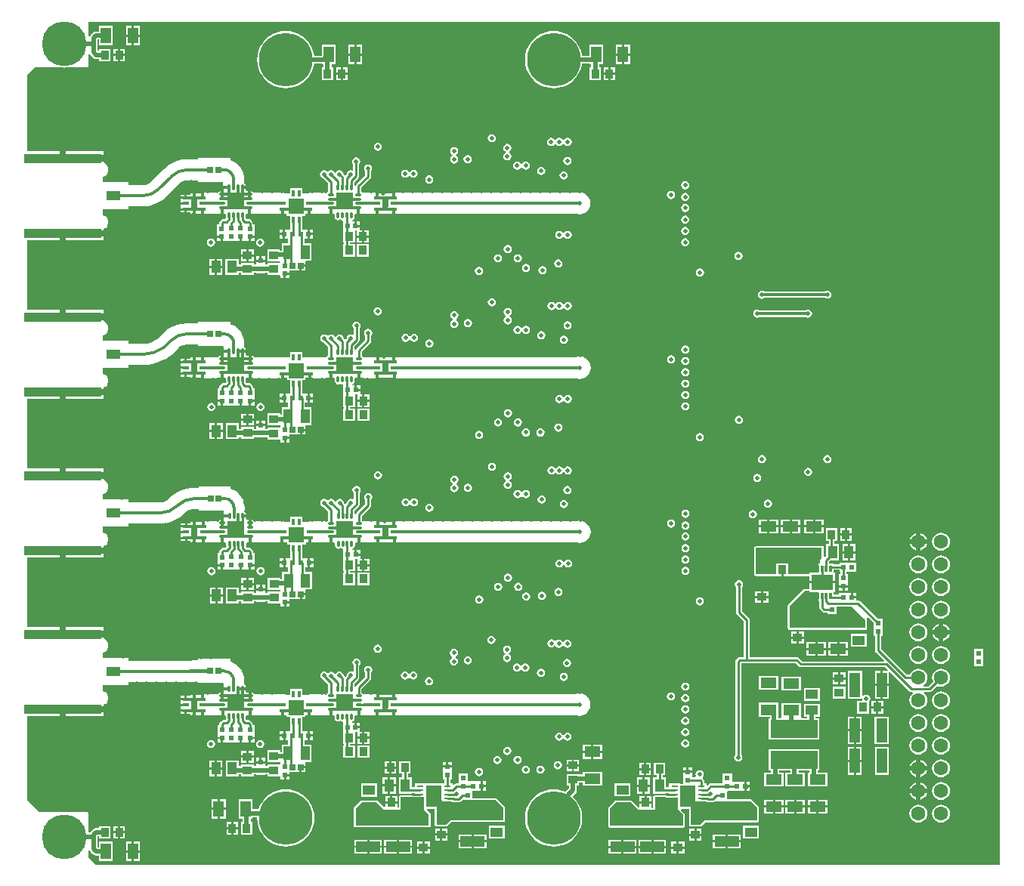
<source format=gtl>
G04*
G04 #@! TF.GenerationSoftware,Altium Limited,Altium Designer,21.0.9 (235)*
G04*
G04 Layer_Physical_Order=1*
G04 Layer_Color=255*
%FSLAX25Y25*%
%MOIN*%
G70*
G04*
G04 #@! TF.SameCoordinates,4626A756-FD0A-4D7F-A62D-B668EF0F2538*
G04*
G04*
G04 #@! TF.FilePolarity,Positive*
G04*
G01*
G75*
%ADD10C,0.00787*%
%ADD11C,0.00984*%
%ADD12C,0.01000*%
%ADD13R,0.02441X0.02284*%
%ADD14R,0.20866X0.07874*%
%ADD15R,0.02795X0.02835*%
%ADD16R,0.33858X0.04331*%
%ADD17R,0.05906X0.03937*%
%ADD18R,0.01181X0.03150*%
%ADD19R,0.09764X0.06890*%
%ADD20R,0.03150X0.00984*%
%ADD21R,0.06890X0.09646*%
%ADD22R,0.04252X0.03622*%
%ADD23R,0.03543X0.03937*%
%ADD24R,0.02284X0.02441*%
%ADD25R,0.07480X0.07480*%
%ADD26O,0.02756X0.01181*%
%ADD27O,0.01181X0.02756*%
%ADD28O,0.02953X0.01181*%
%ADD29O,0.01181X0.02953*%
%ADD30R,0.07677X0.07677*%
%ADD31R,0.01378X0.01181*%
%ADD32R,0.00591X0.00591*%
%ADD33R,0.02559X0.03740*%
%ADD34R,0.03150X0.01181*%
%ADD35R,0.03110X0.01181*%
%ADD36R,0.01181X0.03110*%
%ADD37R,0.06693X0.06693*%
%ADD38R,0.04134X0.06299*%
%ADD39R,0.05512X0.04134*%
%ADD40R,0.03937X0.03740*%
%ADD41R,0.10630X0.04528*%
%ADD42R,0.07087X0.04528*%
%ADD43R,0.04528X0.07087*%
%ADD44R,0.04134X0.05512*%
%ADD45R,0.03937X0.03740*%
%ADD46R,0.02559X0.02559*%
%ADD47R,0.03740X0.03937*%
%ADD48R,0.02441X0.02441*%
%ADD49R,0.02441X0.02441*%
%ADD50R,0.05512X0.04134*%
%ADD51R,0.07087X0.04528*%
%ADD52R,0.04528X0.10630*%
%ADD53R,0.03740X0.03937*%
%ADD54R,0.03937X0.03543*%
%ADD106C,0.01197*%
%ADD107C,0.01398*%
%ADD108C,0.01417*%
%ADD109C,0.01181*%
%ADD110C,0.01968*%
%ADD111C,0.19685*%
%ADD112C,0.23622*%
%ADD113C,0.06299*%
%ADD114C,0.01968*%
G36*
X426691Y9190D02*
X27999D01*
X24809Y12379D01*
Y15639D01*
X25309Y15689D01*
X25335Y15562D01*
X25726Y14976D01*
X26879Y13823D01*
X27465Y13431D01*
X28157Y13294D01*
X29442D01*
Y10769D01*
X35544D01*
Y19431D01*
X29442D01*
Y16906D01*
X28905D01*
X28810Y17001D01*
Y21699D01*
X28905Y21794D01*
X29442D01*
Y20844D01*
X34560D01*
Y26356D01*
X29442D01*
Y25406D01*
X28157D01*
X27465Y25269D01*
X26879Y24877D01*
X25726Y23724D01*
X25581Y23507D01*
X24809D01*
Y31900D01*
X24748Y32210D01*
X24572Y32472D01*
X24310Y32648D01*
X24000Y32709D01*
X2635D01*
X-2391Y37735D01*
Y74793D01*
X12051D01*
Y77959D01*
X13429D01*
Y79337D01*
X31358D01*
Y79868D01*
X32004Y80136D01*
X32264Y80310D01*
X32264Y80310D01*
X32928Y80974D01*
X33103Y81235D01*
X33103Y81235D01*
X33462Y82103D01*
X33523Y82410D01*
Y83350D01*
X33462Y83657D01*
X33103Y84525D01*
X32928Y84786D01*
X32264Y85450D01*
X32004Y85624D01*
X32004Y85624D01*
X31161Y85973D01*
Y88589D01*
X42563D01*
Y90024D01*
X73175D01*
Y89383D01*
X84186D01*
X84271Y88735D01*
Y86152D01*
X84347Y85570D01*
X84018Y85194D01*
X82932D01*
X82394Y85088D01*
X81938Y84783D01*
X81699Y84424D01*
X80905Y84528D01*
X75251D01*
X74041Y84369D01*
X73971Y84340D01*
X69656D01*
Y83749D01*
X68180D01*
Y82371D01*
X67688D01*
Y81879D01*
X65326D01*
Y80993D01*
Y80304D01*
X67688D01*
Y79320D01*
X65326D01*
Y78434D01*
Y77745D01*
X67688D01*
Y77253D01*
X68180D01*
Y75875D01*
X69656D01*
Y75285D01*
X74430D01*
X75251Y75177D01*
Y75004D01*
X75668Y75177D01*
X80905D01*
X81735Y75286D01*
X84507D01*
X85088Y75362D01*
X85464Y75033D01*
Y73947D01*
X85556Y73485D01*
X85129Y73058D01*
X84284D01*
X83785Y72959D01*
X83361Y72676D01*
X82767Y72082D01*
X82484Y71658D01*
X82385Y71159D01*
Y70767D01*
X81612D01*
Y66752D01*
Y65708D01*
X83619D01*
Y65216D01*
X84111D01*
Y63208D01*
X85229D01*
X85627Y63208D01*
Y63208D01*
X85729D01*
Y63208D01*
X89745D01*
Y63208D01*
X89846D01*
Y63208D01*
X91362D01*
Y65137D01*
X92346D01*
Y63208D01*
X93862D01*
X93862Y63208D01*
X93963D01*
Y63208D01*
X94362Y63208D01*
X95479D01*
Y65216D01*
X95971D01*
Y65708D01*
X97979D01*
Y66752D01*
Y70767D01*
X97284D01*
Y71174D01*
X97184Y71677D01*
X96899Y72103D01*
X96307Y72695D01*
X95881Y72979D01*
X95379Y73079D01*
X94373D01*
X94087Y73484D01*
X94179Y73947D01*
Y75033D01*
X94555Y75362D01*
X95137Y75286D01*
X98073D01*
X98902Y75177D01*
X110328D01*
X110529Y75150D01*
X111731Y75308D01*
X112241D01*
Y74403D01*
X113698D01*
Y70348D01*
X113763D01*
Y68345D01*
X111592D01*
Y66337D01*
Y64329D01*
X112759D01*
Y62374D01*
X109977D01*
Y58943D01*
X109271D01*
Y59761D01*
X103760D01*
Y54446D01*
X108953D01*
X109286Y54405D01*
X109429Y54011D01*
Y53897D01*
X109271Y53462D01*
X108929Y53462D01*
X103760D01*
Y52808D01*
X102691D01*
Y54005D01*
X100683D01*
X98675D01*
Y52808D01*
X97657D01*
Y53659D01*
X92145D01*
Y52808D01*
X90964D01*
Y55332D01*
X85256D01*
Y48245D01*
X90964D01*
Y49195D01*
X92145D01*
Y48344D01*
X97657D01*
Y49195D01*
X98675D01*
Y48946D01*
X102691D01*
Y49195D01*
X103760D01*
Y48147D01*
X109271Y48147D01*
X109429Y47712D01*
Y46828D01*
X110945D01*
Y48836D01*
X111437D01*
Y49328D01*
X113445D01*
Y50311D01*
X117890D01*
Y52378D01*
X118382D01*
Y52870D01*
X120449D01*
Y54445D01*
X120926Y54500D01*
X123166D01*
Y62374D01*
X120184D01*
Y64329D01*
X121351D01*
Y66337D01*
Y68345D01*
X118987D01*
Y70348D01*
X119053D01*
Y74403D01*
X120509D01*
Y75308D01*
X121180D01*
X121227Y75289D01*
X122437Y75129D01*
X128806D01*
X129635Y75239D01*
X132603D01*
X133086Y75302D01*
X133462Y74972D01*
Y73801D01*
X133569Y73264D01*
X133873Y72808D01*
X134329Y72503D01*
X134867Y72396D01*
X135404Y72503D01*
X135851Y72802D01*
X136298Y72503D01*
X136835Y72396D01*
X136921Y72337D01*
X136992Y71918D01*
Y67930D01*
Y62482D01*
X137491D01*
Y61893D01*
X136992D01*
Y56382D01*
X142307D01*
Y61893D01*
X140116D01*
Y62482D01*
X142307D01*
Y67930D01*
X143291D01*
Y65730D01*
X145456D01*
Y67993D01*
X144551D01*
Y69445D01*
X142543D01*
Y69937D01*
X142051D01*
Y71945D01*
X141068D01*
X141019Y72445D01*
X141310Y72503D01*
X141766Y72808D01*
X142070Y73264D01*
X142177Y73801D01*
Y74972D01*
X142553Y75302D01*
X143036Y75239D01*
X144808D01*
X145117Y75279D01*
X145118Y75279D01*
X146331Y75120D01*
X146645Y75161D01*
X151981D01*
X153185Y75319D01*
X159057D01*
X159477Y75264D01*
X159690Y75292D01*
X160327Y75208D01*
X239788D01*
X239984Y75127D01*
X241269Y74958D01*
X242554Y75127D01*
X243751Y75622D01*
X244779Y76411D01*
X245568Y77439D01*
X246064Y78636D01*
X246233Y79921D01*
X246064Y81206D01*
X245568Y82403D01*
X244779Y83431D01*
X243751Y84220D01*
X242554Y84716D01*
X241269Y84885D01*
X239984Y84716D01*
X239608Y84560D01*
X160327D01*
X159117Y84401D01*
X159054Y84374D01*
X153029D01*
X151981Y84513D01*
X146438D01*
X146362Y84522D01*
X145977Y84472D01*
X145801Y84736D01*
X145345Y85040D01*
X145234Y85062D01*
Y86920D01*
X149065Y90751D01*
X149350Y91177D01*
X149450Y91679D01*
Y93957D01*
X149806Y94490D01*
X149943Y95182D01*
X149806Y95873D01*
X149414Y96459D01*
X148828Y96851D01*
X148137Y96988D01*
X147446Y96851D01*
X146860Y96459D01*
X146468Y95873D01*
X146331Y95182D01*
X146468Y94490D01*
X146825Y93957D01*
Y92223D01*
X142994Y88392D01*
X142709Y87966D01*
X142673Y87787D01*
X142177Y87778D01*
X142085Y88242D01*
Y89277D01*
X143842Y91034D01*
X144126Y91460D01*
X144226Y91962D01*
Y97201D01*
X144582Y97734D01*
X144720Y98425D01*
X144582Y99116D01*
X144191Y99703D01*
X143605Y100094D01*
X142913Y100232D01*
X142222Y100094D01*
X141636Y99703D01*
X141244Y99116D01*
X141107Y98425D01*
X141244Y97734D01*
X141601Y97201D01*
Y94636D01*
X141308Y94480D01*
X141101Y94415D01*
X140472Y94540D01*
X139781Y94402D01*
X139195Y94011D01*
X138803Y93425D01*
X138678Y92796D01*
X138208Y92326D01*
X137711Y92375D01*
X137673Y92432D01*
X137326Y92779D01*
X137200Y93408D01*
X136809Y93994D01*
X136223Y94385D01*
X135531Y94523D01*
X134840Y94385D01*
X134254Y93994D01*
X133880Y93433D01*
X133588Y93386D01*
X133352Y93404D01*
X132994Y93940D01*
X132408Y94331D01*
X131717Y94469D01*
X131026Y94331D01*
X130596Y94044D01*
X130004Y94030D01*
X129418Y94422D01*
X128727Y94559D01*
X128035Y94422D01*
X127449Y94030D01*
X127058Y93444D01*
X126920Y92753D01*
X127058Y92062D01*
X127449Y91475D01*
X128035Y91084D01*
X128274Y91036D01*
X130404Y88906D01*
Y85062D01*
X130294Y85040D01*
X129838Y84736D01*
X129598Y84377D01*
X128806Y84481D01*
X122437D01*
X121544Y84364D01*
X119053D01*
Y86726D01*
X113698D01*
Y84364D01*
X111761D01*
X111725Y84379D01*
X110512Y84538D01*
X110437Y84528D01*
X98902D01*
X98073Y84419D01*
X97948D01*
X97705Y84783D01*
X97249Y85088D01*
X96711Y85194D01*
X95137D01*
X94849Y85137D01*
X94349Y85364D01*
X94122Y85864D01*
X94179Y86152D01*
Y87726D01*
X94073Y88264D01*
X93768Y88720D01*
X93432Y88945D01*
X93513Y89565D01*
Y90471D01*
X93516D01*
X93344Y92216D01*
X92835Y93894D01*
X92009Y95440D01*
X90896Y96796D01*
X89541Y97908D01*
X87994Y98735D01*
X87467Y98895D01*
Y100092D01*
X73175D01*
Y99413D01*
X69963D01*
X69678Y99376D01*
X42563D01*
Y100400D01*
X31161D01*
Y103015D01*
X32004Y103364D01*
X32264Y103538D01*
X32264Y103538D01*
X32928Y104202D01*
X33103Y104463D01*
X33103Y104463D01*
X33462Y105331D01*
X33523Y105638D01*
Y106578D01*
X33462Y106885D01*
X33103Y107754D01*
X32928Y108014D01*
X32264Y108678D01*
X32004Y108853D01*
X32004Y108853D01*
X31358Y109120D01*
Y109652D01*
X13429D01*
Y111030D01*
X12051D01*
Y114195D01*
X-2391D01*
Y144793D01*
X12051D01*
Y147959D01*
X13429D01*
Y149337D01*
X31358D01*
Y149868D01*
X32004Y150136D01*
X32264Y150310D01*
X32264Y150310D01*
X32928Y150974D01*
X33103Y151235D01*
X33103Y151235D01*
X33462Y152103D01*
X33523Y152410D01*
Y153350D01*
X33462Y153657D01*
X33103Y154525D01*
X32928Y154786D01*
X32264Y155450D01*
X32004Y155624D01*
X32004Y155624D01*
X31161Y155973D01*
Y158589D01*
X42563D01*
Y159818D01*
X56415D01*
Y159813D01*
X58712Y159994D01*
X60952Y160531D01*
X63080Y161413D01*
X65044Y162617D01*
X66422Y163794D01*
X66789Y164107D01*
X67139Y164434D01*
X67152Y164446D01*
X67920Y165076D01*
X69227Y165775D01*
X70646Y166205D01*
X71966Y166335D01*
X72128Y166314D01*
X72135Y166314D01*
X72210Y166324D01*
X73254D01*
Y165646D01*
X84250D01*
X84350Y164883D01*
Y162414D01*
X84426Y161833D01*
X84097Y161457D01*
X83011D01*
X82473Y161350D01*
X82018Y161045D01*
X81784Y160696D01*
X81063Y160791D01*
X75330D01*
X74120Y160632D01*
X74050Y160602D01*
X69735D01*
Y160012D01*
X68259D01*
Y158634D01*
X67767D01*
Y158142D01*
X65405D01*
Y157256D01*
Y156567D01*
X67767D01*
Y155583D01*
X65405D01*
Y154697D01*
Y154008D01*
X67767D01*
Y153516D01*
X68259D01*
Y152138D01*
X69735D01*
Y151547D01*
X74509D01*
X75330Y151439D01*
X81063D01*
X81893Y151548D01*
X84586D01*
X85167Y151625D01*
X85543Y151295D01*
Y150209D01*
X85635Y149748D01*
X85208Y149321D01*
X84363D01*
X83864Y149221D01*
X83440Y148939D01*
X82846Y148344D01*
X82563Y147921D01*
X82464Y147422D01*
Y147030D01*
X81691D01*
Y143014D01*
Y141971D01*
X83698D01*
Y141479D01*
X84190D01*
Y139471D01*
X85308D01*
X85706Y139471D01*
Y139471D01*
X85808D01*
Y139471D01*
X89824D01*
Y139471D01*
X89925D01*
Y139471D01*
X91441D01*
Y141400D01*
X92425D01*
Y139471D01*
X93941D01*
X93941Y139471D01*
X94042D01*
Y139471D01*
X94441Y139471D01*
X95558D01*
Y141479D01*
X96050D01*
Y141971D01*
X98058D01*
Y143014D01*
Y147030D01*
X97363D01*
Y147437D01*
X97263Y147939D01*
X96978Y148365D01*
X96386Y148957D01*
X95960Y149242D01*
X95458Y149342D01*
X94452D01*
X94166Y149747D01*
X94258Y150209D01*
Y151295D01*
X94634Y151625D01*
X95216Y151548D01*
X97576D01*
X98675Y151404D01*
X110608D01*
X111818Y151563D01*
X111837Y151571D01*
X112320D01*
Y150665D01*
X113777D01*
Y146610D01*
X113842D01*
Y144607D01*
X111671D01*
Y142599D01*
Y140591D01*
X112838D01*
Y138636D01*
X110056D01*
Y135206D01*
X109350D01*
Y136024D01*
X103839D01*
Y130709D01*
X109032D01*
X109365Y130667D01*
X109508Y130274D01*
Y130159D01*
X109350Y129724D01*
X109008Y129724D01*
X103839D01*
Y129070D01*
X102770D01*
Y130268D01*
X100762D01*
X98754D01*
Y129070D01*
X97736D01*
Y129921D01*
X92224D01*
Y129070D01*
X91043D01*
Y131595D01*
X85335D01*
Y124508D01*
X91043D01*
Y125457D01*
X92224D01*
Y124606D01*
X97736D01*
Y125457D01*
X98754D01*
Y125209D01*
X102770D01*
Y125457D01*
X103839D01*
Y124409D01*
X109350Y124409D01*
X109508Y123975D01*
Y123091D01*
X111024D01*
Y125099D01*
X111516D01*
Y125591D01*
X113524D01*
Y126573D01*
X117969D01*
Y128640D01*
X118461D01*
Y129132D01*
X120528D01*
Y130707D01*
X121005Y130762D01*
X123245D01*
Y138636D01*
X120263D01*
Y140591D01*
X121430D01*
Y142599D01*
Y144607D01*
X119066D01*
Y146610D01*
X119132D01*
Y150665D01*
X120588D01*
Y151571D01*
X121259D01*
X121306Y151551D01*
X122516Y151392D01*
X128991D01*
X129820Y151501D01*
X132682D01*
X133165Y151565D01*
X133541Y151235D01*
Y150064D01*
X133648Y149526D01*
X133952Y149070D01*
X134408Y148766D01*
X134946Y148659D01*
X135483Y148766D01*
X135930Y149064D01*
X136377Y148766D01*
X136914Y148659D01*
X137000Y148599D01*
X137071Y148180D01*
Y144192D01*
Y138744D01*
X137570D01*
Y138156D01*
X137071D01*
Y132644D01*
X142386D01*
Y138156D01*
X140195D01*
Y138744D01*
X142386D01*
Y144192D01*
X143370D01*
Y141992D01*
X145536D01*
Y144256D01*
X144630D01*
Y145708D01*
X142622D01*
Y146200D01*
X142130D01*
Y148208D01*
X141147D01*
X141098Y148708D01*
X141389Y148766D01*
X141845Y149070D01*
X142149Y149526D01*
X142256Y150064D01*
Y151235D01*
X142632Y151565D01*
X143115Y151501D01*
X145958D01*
X146548Y151423D01*
X152060D01*
X153264Y151582D01*
X159191D01*
X159548Y151535D01*
X159866D01*
X160895Y151400D01*
X161258D01*
X161577Y151442D01*
X239928D01*
X240015Y151405D01*
X241300Y151236D01*
X242585Y151405D01*
X243782Y151901D01*
X244810Y152690D01*
X245599Y153718D01*
X246095Y154915D01*
X246264Y156200D01*
X246095Y157485D01*
X245599Y158682D01*
X244810Y159710D01*
X243782Y160499D01*
X242585Y160995D01*
X241300Y161164D01*
X240015Y160995D01*
X239529Y160793D01*
X161366D01*
X161290Y160803D01*
X161046Y160771D01*
X160895D01*
X160113Y160668D01*
X159600D01*
X159540Y160676D01*
X159243Y160637D01*
X153108D01*
X152060Y160775D01*
X146548D01*
X146071Y160712D01*
X145880Y160998D01*
X145424Y161303D01*
X145313Y161325D01*
Y163182D01*
X149144Y167014D01*
X149429Y167439D01*
X149529Y167942D01*
Y170220D01*
X149885Y170753D01*
X150022Y171444D01*
X149885Y172136D01*
X149494Y172722D01*
X148907Y173113D01*
X148216Y173251D01*
X147525Y173113D01*
X146939Y172722D01*
X146547Y172136D01*
X146410Y171444D01*
X146547Y170753D01*
X146904Y170220D01*
Y168485D01*
X143073Y164654D01*
X142788Y164229D01*
X142752Y164049D01*
X142256Y164040D01*
X142164Y164504D01*
Y165540D01*
X143921Y167297D01*
X144205Y167722D01*
X144305Y168225D01*
Y173463D01*
X144661Y173996D01*
X144799Y174688D01*
X144661Y175379D01*
X144270Y175965D01*
X143684Y176357D01*
X142992Y176494D01*
X142301Y176357D01*
X141715Y175965D01*
X141324Y175379D01*
X141186Y174688D01*
X141324Y173996D01*
X141680Y173463D01*
Y170899D01*
X141387Y170742D01*
X141180Y170677D01*
X140551Y170802D01*
X139860Y170665D01*
X139274Y170273D01*
X138882Y169687D01*
X138757Y169058D01*
X138287Y168588D01*
X137790Y168637D01*
X137752Y168694D01*
X137405Y169041D01*
X137279Y169670D01*
X136888Y170256D01*
X136302Y170648D01*
X135610Y170785D01*
X134919Y170648D01*
X134333Y170256D01*
X133959Y169696D01*
X133667Y169649D01*
X133431Y169667D01*
X133073Y170202D01*
X132487Y170594D01*
X131796Y170731D01*
X131105Y170594D01*
X130675Y170307D01*
X130083Y170293D01*
X129497Y170684D01*
X128806Y170822D01*
X128114Y170684D01*
X127528Y170293D01*
X127137Y169707D01*
X126999Y169015D01*
X127137Y168324D01*
X127528Y167738D01*
X128114Y167347D01*
X128353Y167299D01*
X130483Y165169D01*
Y161325D01*
X130373Y161303D01*
X129917Y160998D01*
X129685Y160652D01*
X128991Y160744D01*
X122516D01*
X121623Y160626D01*
X119132D01*
Y162988D01*
X113777D01*
Y160626D01*
X111591D01*
X110608Y160755D01*
X98675D01*
X98115Y160682D01*
X98027D01*
X97784Y161045D01*
X97328Y161350D01*
X96790Y161457D01*
X95216D01*
X94928Y161400D01*
X94428Y161627D01*
X94201Y162127D01*
X94258Y162414D01*
Y163989D01*
X94152Y164527D01*
X93847Y164982D01*
X93525Y165198D01*
X93592Y165712D01*
Y166733D01*
X93595D01*
X93424Y168478D01*
X92914Y170156D01*
X92088Y171703D01*
X90975Y173058D01*
X89620Y174171D01*
X88073Y174997D01*
X87546Y175157D01*
Y176354D01*
X73254D01*
Y175676D01*
X72199D01*
X72123Y175686D01*
X72115Y175686D01*
X71905Y175658D01*
X69918Y175528D01*
X67751Y175097D01*
X65660Y174387D01*
X63679Y173410D01*
X61843Y172183D01*
X60547Y171046D01*
X60217Y170757D01*
X60178Y170727D01*
X59812Y170402D01*
X59095Y169852D01*
X57802Y169317D01*
X56551Y169152D01*
X56415Y169170D01*
X42563D01*
Y170400D01*
X31161D01*
Y173015D01*
X32004Y173364D01*
X32264Y173538D01*
X32264Y173538D01*
X32928Y174203D01*
X33103Y174463D01*
X33103Y174463D01*
X33462Y175331D01*
X33523Y175638D01*
Y176578D01*
X33462Y176885D01*
X33103Y177754D01*
X32928Y178014D01*
X32264Y178679D01*
X32004Y178853D01*
X32004Y178853D01*
X31358Y179120D01*
Y179652D01*
X13429D01*
Y181029D01*
X12051D01*
Y184195D01*
X-2391D01*
Y214793D01*
X12051D01*
Y217959D01*
X13429D01*
Y219337D01*
X31358D01*
Y219868D01*
X32004Y220136D01*
X32264Y220310D01*
X32264Y220310D01*
X32928Y220974D01*
X33103Y221235D01*
X33103Y221235D01*
X33462Y222103D01*
X33523Y222410D01*
Y223350D01*
X33462Y223657D01*
X33103Y224525D01*
X32928Y224786D01*
X32264Y225450D01*
X32004Y225624D01*
X32004Y225624D01*
X31161Y225973D01*
Y228589D01*
X42563D01*
Y229818D01*
X48479D01*
X48554Y229808D01*
X48561Y229808D01*
X48633Y229818D01*
X51298Y229992D01*
X53982Y230526D01*
X56573Y231406D01*
X59027Y232616D01*
X60292Y233461D01*
X60356Y233488D01*
X60388Y233501D01*
X60764Y233777D01*
X60762Y233780D01*
D01*
X60762Y233781D01*
X61149Y234085D01*
X61357Y234244D01*
X64390Y237278D01*
X64474Y237387D01*
X65475Y238155D01*
X66768Y238690D01*
X67981Y238850D01*
X68155Y238827D01*
X69084D01*
X69201Y238827D01*
X69576Y238849D01*
X70068Y238870D01*
X73216D01*
Y238191D01*
X84219D01*
X84311Y237491D01*
Y234960D01*
X84388Y234378D01*
X84058Y234002D01*
X82972D01*
X82434Y233895D01*
X81979Y233591D01*
X81748Y233246D01*
X81063Y233336D01*
X75324D01*
X75249Y233346D01*
X74036Y233186D01*
X73942Y233148D01*
X69697D01*
Y232557D01*
X68220D01*
Y231179D01*
X67728D01*
Y230687D01*
X65366D01*
Y229801D01*
Y229112D01*
X67728D01*
Y228128D01*
X65366D01*
Y227242D01*
Y226553D01*
X67728D01*
Y226061D01*
X68220D01*
Y224683D01*
X69697D01*
Y224093D01*
X74007D01*
X75208Y223934D01*
X75589Y223985D01*
X81063D01*
X81893Y224094D01*
X84547D01*
X85128Y224170D01*
X85504Y223840D01*
Y222755D01*
X85596Y222293D01*
X85169Y221866D01*
X84324D01*
X83825Y221767D01*
X83402Y221484D01*
X82807Y220889D01*
X82524Y220466D01*
X82425Y219967D01*
Y219575D01*
X81652D01*
Y215560D01*
Y214516D01*
X83660D01*
Y214024D01*
X84152D01*
Y212016D01*
X85269D01*
X85667Y212016D01*
Y212016D01*
X85769D01*
Y212016D01*
X89785D01*
Y212016D01*
X89886D01*
Y212016D01*
X91402D01*
Y213945D01*
X92386D01*
Y212016D01*
X93902D01*
X93902Y212016D01*
X94004D01*
Y212016D01*
X94402Y212016D01*
X95519D01*
Y214024D01*
X96012D01*
Y214516D01*
X98019D01*
Y215560D01*
Y219575D01*
X97324D01*
Y219982D01*
X97224Y220485D01*
X96940Y220910D01*
X96347Y221503D01*
X95921Y221787D01*
X95419Y221887D01*
X94413D01*
X94128Y222292D01*
X94220Y222755D01*
Y223840D01*
X94596Y224170D01*
X95177Y224094D01*
X96752D01*
X96752Y224094D01*
X96973D01*
X98045Y223953D01*
X110478D01*
X110554Y223943D01*
X111766Y224102D01*
X111800Y224116D01*
X112282D01*
Y223211D01*
X113738D01*
Y219156D01*
X113804D01*
Y217152D01*
X111632D01*
Y215145D01*
Y213137D01*
X112799D01*
Y211182D01*
X110017D01*
Y207751D01*
X109312D01*
Y208569D01*
X103800D01*
Y203254D01*
X108993D01*
X109327Y203213D01*
X109469Y202819D01*
Y202705D01*
X109311Y202270D01*
X108969Y202270D01*
X103800D01*
Y201616D01*
X102731D01*
Y202813D01*
X100723D01*
X98715D01*
Y201616D01*
X97697D01*
Y202467D01*
X92186D01*
Y201616D01*
X91005D01*
Y204140D01*
X85296D01*
Y197053D01*
X91005D01*
Y198003D01*
X92186D01*
Y197152D01*
X97697D01*
Y198003D01*
X98715D01*
Y197754D01*
X102731D01*
Y198003D01*
X103800D01*
Y196955D01*
X109311Y196955D01*
X109469Y196520D01*
Y195636D01*
X110985D01*
Y197644D01*
X111477D01*
Y198136D01*
X113485D01*
Y199119D01*
X117930D01*
Y201185D01*
X118423D01*
Y201678D01*
X120490D01*
Y203252D01*
X120967Y203308D01*
X123206D01*
Y211182D01*
X120224D01*
Y213137D01*
X121391D01*
Y215145D01*
Y217152D01*
X119027D01*
Y219156D01*
X119093D01*
Y223211D01*
X120549D01*
Y224116D01*
X121220D01*
X121267Y224097D01*
X122477Y223937D01*
X128991D01*
X129820Y224046D01*
X132643D01*
X133126Y224110D01*
X133502Y223780D01*
Y222609D01*
X133609Y222072D01*
X133913Y221616D01*
X134369Y221311D01*
X134907Y221204D01*
X135444Y221311D01*
X135891Y221609D01*
X136338Y221311D01*
X136875Y221204D01*
X136961Y221145D01*
X137032Y220726D01*
Y216738D01*
Y211289D01*
X137531D01*
Y210701D01*
X137032D01*
Y205189D01*
X142347D01*
Y210701D01*
X140156D01*
Y211289D01*
X142347D01*
Y216738D01*
X143331D01*
Y214538D01*
X145497D01*
Y216801D01*
X144591D01*
Y218253D01*
X142583D01*
Y218745D01*
X142091D01*
Y220753D01*
X141108D01*
X141059Y221253D01*
X141350Y221311D01*
X141806Y221616D01*
X142110Y222072D01*
X142217Y222609D01*
Y223780D01*
X142593Y224110D01*
X143076Y224046D01*
X145958D01*
X146548Y223969D01*
X152021D01*
X153225Y224127D01*
X159118D01*
X159157Y224111D01*
X160368Y223952D01*
X239662D01*
X240015Y223805D01*
X241300Y223636D01*
X242585Y223805D01*
X243782Y224301D01*
X244810Y225090D01*
X245599Y226118D01*
X246095Y227315D01*
X246264Y228600D01*
X246095Y229885D01*
X245599Y231082D01*
X244810Y232110D01*
X243782Y232899D01*
X242585Y233395D01*
X241300Y233564D01*
X240015Y233395D01*
X239795Y233303D01*
X160368D01*
X159450Y233182D01*
X153069D01*
X152021Y233320D01*
X146548D01*
X146035Y233253D01*
X145841Y233543D01*
X145385Y233848D01*
X145275Y233870D01*
Y235728D01*
X149106Y239559D01*
X149390Y239985D01*
X149490Y240487D01*
Y242765D01*
X149846Y243298D01*
X149984Y243990D01*
X149846Y244681D01*
X149455Y245267D01*
X148869Y245658D01*
X148177Y245796D01*
X147486Y245658D01*
X146900Y245267D01*
X146509Y244681D01*
X146371Y243990D01*
X146509Y243298D01*
X146865Y242765D01*
Y241031D01*
X143034Y237200D01*
X142749Y236774D01*
X142714Y236595D01*
X142217Y236585D01*
X142125Y237050D01*
Y238085D01*
X143882Y239842D01*
X144166Y240268D01*
X144266Y240770D01*
Y246009D01*
X144622Y246542D01*
X144760Y247233D01*
X144622Y247924D01*
X144231Y248510D01*
X143645Y248902D01*
X142954Y249039D01*
X142262Y248902D01*
X141676Y248510D01*
X141285Y247924D01*
X141147Y247233D01*
X141285Y246542D01*
X141641Y246009D01*
Y243444D01*
X141349Y243288D01*
X141141Y243223D01*
X140512Y243348D01*
X139821Y243210D01*
X139235Y242819D01*
X138844Y242233D01*
X138718Y241604D01*
X138248Y241134D01*
X137751Y241183D01*
X137713Y241240D01*
X137366Y241587D01*
X137241Y242216D01*
X136849Y242802D01*
X136263Y243193D01*
X135572Y243331D01*
X134880Y243193D01*
X134294Y242802D01*
X133920Y242241D01*
X133628Y242194D01*
X133392Y242212D01*
X133035Y242748D01*
X132448Y243139D01*
X131757Y243277D01*
X131066Y243139D01*
X130636Y242852D01*
X130044Y242838D01*
X129458Y243230D01*
X128767Y243367D01*
X128076Y243230D01*
X127489Y242838D01*
X127098Y242252D01*
X126960Y241561D01*
X127098Y240869D01*
X127489Y240283D01*
X128076Y239892D01*
X128314Y239844D01*
X130445Y237714D01*
Y233870D01*
X130334Y233848D01*
X129878Y233543D01*
X129650Y233202D01*
X128991Y233289D01*
X122477D01*
X121584Y233171D01*
X119093D01*
Y235534D01*
X113738D01*
Y233171D01*
X111771D01*
X110569Y233330D01*
X110376Y233304D01*
X98045D01*
X97945Y233291D01*
X97745Y233591D01*
X97289Y233895D01*
X96752Y234002D01*
X95177D01*
X94889Y233945D01*
X94389Y234172D01*
X94162Y234672D01*
X94220Y234960D01*
Y236534D01*
X94113Y237072D01*
X93808Y237528D01*
X93478Y237748D01*
X93554Y238321D01*
Y239278D01*
X93557D01*
X93385Y241023D01*
X92876Y242702D01*
X92049Y244248D01*
X90937Y245603D01*
X89581Y246716D01*
X88035Y247543D01*
X87507Y247703D01*
Y248900D01*
X73216D01*
Y248221D01*
X70003D01*
Y248226D01*
X69370Y248177D01*
X69201Y248199D01*
X68155D01*
X68067Y248187D01*
X65859Y248013D01*
X63618Y247476D01*
X61490Y246594D01*
X59526Y245390D01*
X57774Y243894D01*
X57778Y243891D01*
X55032Y241144D01*
X53829Y240407D01*
X52149Y239711D01*
X50380Y239287D01*
X48740Y239158D01*
X48574Y239180D01*
X48567Y239180D01*
X48491Y239170D01*
X42563D01*
Y240400D01*
X31161D01*
Y243015D01*
X32004Y243364D01*
X32264Y243538D01*
X32264Y243538D01*
X32928Y244202D01*
X33103Y244463D01*
X33103Y244463D01*
X33462Y245331D01*
X33523Y245638D01*
Y246578D01*
X33462Y246885D01*
X33103Y247754D01*
X32928Y248014D01*
X32264Y248678D01*
X32004Y248853D01*
X32004Y248853D01*
X31358Y249120D01*
Y249652D01*
X13429D01*
Y251029D01*
X12051D01*
Y254195D01*
X-2391D01*
Y282743D01*
Y284793D01*
X12051D01*
Y287959D01*
X13429D01*
Y289337D01*
X31358D01*
Y289868D01*
X32004Y290136D01*
X32264Y290310D01*
X32264Y290310D01*
X32928Y290974D01*
X33103Y291235D01*
X33103Y291235D01*
X33462Y292103D01*
X33523Y292410D01*
Y293350D01*
X33462Y293657D01*
X33103Y294525D01*
X32928Y294786D01*
X32264Y295450D01*
X32004Y295624D01*
X32004Y295624D01*
X31161Y295973D01*
Y298589D01*
X42563D01*
Y299818D01*
X48652D01*
Y299813D01*
X50949Y299994D01*
X53189Y300532D01*
X55317Y301413D01*
X57281Y302617D01*
X59033Y304113D01*
X59029Y304117D01*
X64641Y309729D01*
X64725Y309838D01*
X65726Y310606D01*
X67019Y311141D01*
X68232Y311301D01*
X68406Y311278D01*
X69111D01*
X69414Y311318D01*
X69454Y311317D01*
X69488Y311290D01*
X69914Y311310D01*
X69989Y311320D01*
X73126D01*
Y310642D01*
X84149D01*
X84222Y310092D01*
Y307410D01*
X84298Y306829D01*
X83968Y306453D01*
X82883D01*
X82345Y306346D01*
X81889Y306042D01*
X81666Y305708D01*
X81063Y305787D01*
X75202D01*
X73991Y305627D01*
X73921Y305598D01*
X69607D01*
Y305008D01*
X68131D01*
Y303630D01*
X67639D01*
Y303138D01*
X65276D01*
Y302252D01*
Y301563D01*
X67639D01*
Y300579D01*
X65276D01*
Y299693D01*
Y299004D01*
X67639D01*
Y298512D01*
X68131D01*
Y297134D01*
X69607D01*
Y296543D01*
X74380D01*
X75202Y296435D01*
X81063D01*
X81893Y296544D01*
X84457D01*
X85039Y296621D01*
X85415Y296291D01*
Y295205D01*
X85507Y294744D01*
X85079Y294317D01*
X84234D01*
X83735Y294217D01*
X83312Y293935D01*
X82718Y293340D01*
X82435Y292917D01*
X82336Y292418D01*
Y292026D01*
X81562D01*
Y288010D01*
Y286967D01*
X83570D01*
Y286475D01*
X84062D01*
Y284467D01*
X85180D01*
X85578Y284467D01*
Y284467D01*
X85680D01*
Y284467D01*
X89695D01*
Y284467D01*
X89797D01*
Y284467D01*
X91313D01*
Y286396D01*
X92297D01*
Y284467D01*
X93813D01*
X93813Y284467D01*
X93914D01*
Y284467D01*
X94313Y284467D01*
X95430D01*
Y286475D01*
X95922D01*
Y286967D01*
X97930D01*
Y288010D01*
Y292026D01*
X97235D01*
Y292433D01*
X97135Y292935D01*
X96850Y293361D01*
X96258Y293953D01*
X95832Y294238D01*
X95330Y294338D01*
X94324D01*
X94038Y294743D01*
X94130Y295205D01*
Y296291D01*
X94506Y296621D01*
X95087Y296544D01*
X97101D01*
X97930Y296435D01*
X110278D01*
X110479Y296409D01*
X111681Y296567D01*
X112192D01*
Y295661D01*
X113649D01*
Y291606D01*
X113714D01*
Y289603D01*
X111542D01*
Y287595D01*
Y285587D01*
X112709D01*
Y283632D01*
X109927D01*
Y280202D01*
X109222D01*
Y281020D01*
X103710D01*
Y275705D01*
X108904D01*
X109237Y275663D01*
X109379Y275270D01*
Y275155D01*
X109222Y274721D01*
X108879Y274721D01*
X103710D01*
Y274066D01*
X102641D01*
Y275264D01*
X100634D01*
X98626D01*
Y274066D01*
X97608D01*
Y274917D01*
X92096D01*
Y274066D01*
X90915D01*
Y276590D01*
X85206D01*
Y269504D01*
X90915D01*
Y270454D01*
X92096D01*
Y269602D01*
X97608D01*
Y270454D01*
X98626D01*
Y270205D01*
X102641D01*
Y270454D01*
X103710D01*
Y269406D01*
X109222Y269406D01*
X109379Y268971D01*
Y268087D01*
X110895D01*
Y270094D01*
X111387D01*
Y270587D01*
X113395D01*
Y271569D01*
X117841D01*
Y273636D01*
X118333D01*
Y274128D01*
X120400D01*
Y275703D01*
X120877Y275758D01*
X123117D01*
Y283632D01*
X120135D01*
Y285587D01*
X121302D01*
Y287595D01*
Y289603D01*
X118938D01*
Y291606D01*
X119003D01*
Y295661D01*
X120460D01*
Y296567D01*
X121130D01*
X121178Y296547D01*
X122388Y296388D01*
X128952D01*
X129781Y296497D01*
X132554D01*
X133036Y296561D01*
X133412Y296231D01*
Y295060D01*
X133519Y294522D01*
X133824Y294066D01*
X134280Y293762D01*
X134817Y293655D01*
X135355Y293762D01*
X135802Y294060D01*
X136248Y293762D01*
X136786Y293655D01*
X136872Y293595D01*
X136943Y293176D01*
Y289188D01*
Y283740D01*
X137442D01*
Y283152D01*
X136943D01*
Y277640D01*
X142257D01*
Y283152D01*
X140067D01*
Y283740D01*
X142257D01*
Y289188D01*
X143242D01*
Y286988D01*
X145407D01*
Y289252D01*
X144502D01*
Y290704D01*
X142494D01*
Y291196D01*
X142002D01*
Y293204D01*
X141019D01*
X140969Y293704D01*
X141261Y293762D01*
X141716Y294066D01*
X142021Y294522D01*
X142128Y295060D01*
Y296231D01*
X142504Y296561D01*
X142987Y296497D01*
X145811D01*
X146282Y296435D01*
X151814D01*
X151932Y296420D01*
X153133Y296578D01*
X159092D01*
X160278Y296422D01*
X239899D01*
X239984Y296387D01*
X241269Y296217D01*
X242554Y296387D01*
X243751Y296882D01*
X244779Y297671D01*
X245568Y298699D01*
X246064Y299896D01*
X246233Y301181D01*
X246064Y302466D01*
X245568Y303663D01*
X244779Y304691D01*
X243751Y305480D01*
X242554Y305976D01*
X241269Y306145D01*
X239984Y305976D01*
X239496Y305773D01*
X160278D01*
X159212Y305633D01*
X153148D01*
X153139Y305637D01*
X151926Y305797D01*
X151850Y305787D01*
X146282D01*
X145922Y305739D01*
X145752Y305994D01*
X145296Y306299D01*
X145185Y306321D01*
Y308179D01*
X149016Y312010D01*
X149301Y312435D01*
X149400Y312938D01*
Y315216D01*
X149757Y315749D01*
X149894Y316440D01*
X149757Y317132D01*
X149365Y317718D01*
X148779Y318109D01*
X148088Y318247D01*
X147397Y318109D01*
X146810Y317718D01*
X146419Y317132D01*
X146282Y316440D01*
X146419Y315749D01*
X146775Y315216D01*
Y313481D01*
X142944Y309650D01*
X142660Y309225D01*
X142624Y309045D01*
X142128Y309036D01*
X142035Y309500D01*
Y310536D01*
X143792Y312293D01*
X144077Y312718D01*
X144177Y313221D01*
Y318459D01*
X144533Y318992D01*
X144670Y319684D01*
X144533Y320375D01*
X144141Y320961D01*
X143555Y321353D01*
X142864Y321490D01*
X142173Y321353D01*
X141587Y320961D01*
X141195Y320375D01*
X141058Y319684D01*
X141195Y318992D01*
X141551Y318459D01*
Y315895D01*
X141259Y315739D01*
X141051Y315673D01*
X140423Y315798D01*
X139732Y315661D01*
X139146Y315269D01*
X138754Y314683D01*
X138629Y314054D01*
X138159Y313584D01*
X137661Y313633D01*
X137623Y313690D01*
X137276Y314037D01*
X137151Y314666D01*
X136759Y315252D01*
X136173Y315644D01*
X135482Y315781D01*
X134791Y315644D01*
X134205Y315252D01*
X133830Y314692D01*
X133539Y314645D01*
X133303Y314663D01*
X132945Y315198D01*
X132359Y315590D01*
X131668Y315727D01*
X130976Y315590D01*
X130547Y315303D01*
X129955Y315289D01*
X129368Y315680D01*
X128677Y315818D01*
X127986Y315680D01*
X127400Y315289D01*
X127008Y314703D01*
X126871Y314011D01*
X127008Y313320D01*
X127400Y312734D01*
X127986Y312343D01*
X128225Y312295D01*
X130355Y310165D01*
Y306321D01*
X130244Y306299D01*
X129788Y305994D01*
X129564Y305659D01*
X128952Y305740D01*
X122388D01*
X121495Y305622D01*
X119003D01*
Y307984D01*
X113649D01*
Y305622D01*
X111712D01*
X111676Y305637D01*
X110463Y305797D01*
X110388Y305787D01*
X97930D01*
X97834Y305774D01*
X97656Y306042D01*
X97200Y306346D01*
X96662Y306453D01*
X95087D01*
X94800Y306396D01*
X94300Y306623D01*
X94073Y307123D01*
X94130Y307410D01*
Y308985D01*
X94023Y309523D01*
X93719Y309979D01*
X93370Y310211D01*
X93464Y310921D01*
Y311729D01*
X93467D01*
X93295Y313474D01*
X92786Y315152D01*
X91960Y316699D01*
X90847Y318054D01*
X89492Y319167D01*
X87945Y319993D01*
X87417Y320153D01*
Y321350D01*
X73126D01*
Y320672D01*
X69989D01*
X69914Y320682D01*
Y320687D01*
X69233Y320634D01*
X69111Y320650D01*
X68406D01*
X68318Y320638D01*
X66109Y320464D01*
X63869Y319926D01*
X61741Y319045D01*
X59777Y317841D01*
X58025Y316345D01*
X58029Y316341D01*
X52417Y310729D01*
X52333Y310620D01*
X51332Y309852D01*
X50039Y309317D01*
X48788Y309152D01*
X48652Y309170D01*
X42563D01*
Y310400D01*
X31161D01*
Y313015D01*
X32004Y313364D01*
X32264Y313538D01*
X32264Y313538D01*
X32928Y314202D01*
X33103Y314463D01*
X33103Y314463D01*
X33462Y315331D01*
X33523Y315638D01*
Y316578D01*
X33462Y316885D01*
X33103Y317754D01*
X32928Y318014D01*
X32264Y318678D01*
X32004Y318853D01*
X32004Y318853D01*
X31358Y319120D01*
Y319652D01*
X13429D01*
Y321029D01*
X12051D01*
Y324195D01*
X-2391D01*
Y357537D01*
X1163Y361091D01*
X13330D01*
X14000Y361038D01*
X14670Y361091D01*
X24000D01*
X24310Y361152D01*
X24572Y361328D01*
X24748Y361590D01*
X24809Y361900D01*
Y366908D01*
X25020Y366980D01*
X25309Y366991D01*
X25654Y366476D01*
X26807Y365323D01*
X27393Y364931D01*
X28084Y364794D01*
X29391D01*
Y363844D01*
X34509D01*
Y369356D01*
X29391D01*
Y368406D01*
X28832D01*
X28737Y368501D01*
Y373299D01*
X28832Y373394D01*
X29443D01*
Y370869D01*
X35546D01*
Y379531D01*
X29443D01*
Y377006D01*
X28084D01*
X27393Y376869D01*
X26807Y376477D01*
X25654Y375324D01*
X25309Y374809D01*
X25020Y374820D01*
X24809Y374892D01*
Y381091D01*
X426691D01*
X426691Y9190D01*
D02*
G37*
G36*
X156951Y299826D02*
X155770Y298645D01*
X154392D01*
Y303566D01*
X156951D01*
Y299826D01*
D02*
G37*
G36*
X72658Y299791D02*
X71477Y298610D01*
X70099D01*
Y303532D01*
X72658D01*
Y299791D01*
D02*
G37*
G36*
X157041Y227375D02*
X155860Y226194D01*
X154482D01*
Y231115D01*
X157041D01*
Y227375D01*
D02*
G37*
G36*
X72748Y227341D02*
X71567Y226160D01*
X70189D01*
Y231081D01*
X72748D01*
Y227341D01*
D02*
G37*
G36*
X157080Y154830D02*
X155898Y153649D01*
X154520D01*
Y158570D01*
X157080D01*
Y154830D01*
D02*
G37*
G36*
X72787Y154795D02*
X71605Y153614D01*
X70227D01*
Y158535D01*
X72787D01*
Y154795D01*
D02*
G37*
G36*
X157001Y78567D02*
X155819Y77386D01*
X154441D01*
Y82308D01*
X157001D01*
Y78567D01*
D02*
G37*
G36*
X72708Y78533D02*
X71526Y77352D01*
X70148D01*
Y82273D01*
X72708D01*
Y78533D01*
D02*
G37*
%LPC*%
G36*
X47357Y379531D02*
X44798D01*
Y375692D01*
X47357D01*
Y379531D01*
D02*
G37*
G36*
X43813D02*
X41254D01*
Y375692D01*
X43813D01*
Y379531D01*
D02*
G37*
G36*
X47357Y374708D02*
X44798D01*
Y370869D01*
X47357D01*
Y374708D01*
D02*
G37*
G36*
X43813D02*
X41254D01*
Y370869D01*
X43813D01*
Y374708D01*
D02*
G37*
G36*
X263605Y371131D02*
X261046D01*
Y367292D01*
X263605D01*
Y371131D01*
D02*
G37*
G36*
X260061D02*
X257502D01*
Y367292D01*
X260061D01*
Y371131D01*
D02*
G37*
G36*
X145557D02*
X142998D01*
Y367292D01*
X145557D01*
Y371131D01*
D02*
G37*
G36*
X142013D02*
X139454D01*
Y367292D01*
X142013D01*
Y371131D01*
D02*
G37*
G36*
X40809Y369356D02*
X38742D01*
Y367092D01*
X40809D01*
Y369356D01*
D02*
G37*
G36*
X37758D02*
X35691D01*
Y367092D01*
X37758D01*
Y369356D01*
D02*
G37*
G36*
X40809Y366108D02*
X38742D01*
Y363844D01*
X40809D01*
Y366108D01*
D02*
G37*
G36*
X37758D02*
X35691D01*
Y363844D01*
X37758D01*
Y366108D01*
D02*
G37*
G36*
X263605Y366308D02*
X261046D01*
Y362469D01*
X263605D01*
Y366308D01*
D02*
G37*
G36*
X260061D02*
X257502D01*
Y362469D01*
X260061D01*
Y366308D01*
D02*
G37*
G36*
X145557D02*
X142998D01*
Y362469D01*
X145557D01*
Y366308D01*
D02*
G37*
G36*
X142013D02*
X139454D01*
Y362469D01*
X142013D01*
Y366308D01*
D02*
G37*
G36*
X257109Y361056D02*
X255042D01*
Y358792D01*
X257109D01*
Y361056D01*
D02*
G37*
G36*
X254058D02*
X251991D01*
Y358792D01*
X254058D01*
Y361056D01*
D02*
G37*
G36*
X139061D02*
X136994D01*
Y358792D01*
X139061D01*
Y361056D01*
D02*
G37*
G36*
X136010D02*
X133942D01*
Y358792D01*
X136010D01*
Y361056D01*
D02*
G37*
G36*
X257109Y357808D02*
X255042D01*
Y355544D01*
X257109D01*
Y357808D01*
D02*
G37*
G36*
X254058D02*
X251991D01*
Y355544D01*
X254058D01*
Y357808D01*
D02*
G37*
G36*
X229921Y377204D02*
X227944Y377049D01*
X226016Y376586D01*
X224184Y375827D01*
X222493Y374791D01*
X220985Y373503D01*
X219697Y371995D01*
X218661Y370304D01*
X217902Y368472D01*
X217440Y366544D01*
X217284Y364567D01*
X217440Y362590D01*
X217902Y360662D01*
X218661Y358830D01*
X219697Y357139D01*
X220985Y355631D01*
X222493Y354343D01*
X224184Y353307D01*
X226016Y352548D01*
X227944Y352085D01*
X229921Y351930D01*
X231898Y352085D01*
X233826Y352548D01*
X235659Y353307D01*
X237349Y354343D01*
X238857Y355631D01*
X240145Y357139D01*
X241181Y358830D01*
X241940Y360662D01*
X242403Y362590D01*
X242417Y362761D01*
X245691D01*
Y362469D01*
X246444D01*
Y361056D01*
X245691D01*
Y355544D01*
X250809D01*
Y361056D01*
X250057D01*
Y362469D01*
X251794D01*
Y371131D01*
X245691D01*
Y366373D01*
X242417D01*
X242403Y366544D01*
X241940Y368472D01*
X241181Y370304D01*
X240145Y371995D01*
X238857Y373503D01*
X237349Y374791D01*
X235659Y375827D01*
X233826Y376586D01*
X231898Y377049D01*
X229921Y377204D01*
D02*
G37*
G36*
X139061Y357808D02*
X136994D01*
Y355544D01*
X139061D01*
Y357808D01*
D02*
G37*
G36*
X136010D02*
X133942D01*
Y355544D01*
X136010D01*
Y357808D01*
D02*
G37*
G36*
X111811Y377204D02*
X109834Y377049D01*
X107906Y376586D01*
X106074Y375827D01*
X104383Y374791D01*
X102875Y373503D01*
X101587Y371995D01*
X100551Y370304D01*
X99792Y368472D01*
X99329Y366544D01*
X99174Y364567D01*
X99329Y362590D01*
X99792Y360662D01*
X100551Y358830D01*
X101587Y357139D01*
X102875Y355631D01*
X104383Y354343D01*
X106074Y353307D01*
X107906Y352548D01*
X109834Y352085D01*
X111811Y351930D01*
X113788Y352085D01*
X115716Y352548D01*
X117548Y353307D01*
X119239Y354343D01*
X120747Y355631D01*
X122035Y357139D01*
X123071Y358830D01*
X123830Y360662D01*
X124293Y362590D01*
X124306Y362761D01*
X127643D01*
Y362469D01*
X128396D01*
Y361056D01*
X127643D01*
Y355544D01*
X132761D01*
Y361056D01*
X132009D01*
Y362469D01*
X133746D01*
Y371131D01*
X127643D01*
Y366373D01*
X124306D01*
X124293Y366544D01*
X123830Y368472D01*
X123071Y370304D01*
X122035Y371995D01*
X120747Y373503D01*
X119239Y374791D01*
X117548Y375827D01*
X115716Y376586D01*
X113788Y377049D01*
X111811Y377204D01*
D02*
G37*
G36*
X232402Y330109D02*
X231711Y329972D01*
X231125Y329580D01*
X230930Y329289D01*
X230329D01*
X230167Y329531D01*
X229581Y329922D01*
X228890Y330060D01*
X228199Y329922D01*
X227612Y329531D01*
X227221Y328945D01*
X227083Y328254D01*
X227221Y327562D01*
X227612Y326976D01*
X228199Y326585D01*
X228890Y326447D01*
X229581Y326585D01*
X230167Y326976D01*
X230362Y327268D01*
X230963D01*
X231125Y327026D01*
X231711Y326634D01*
X232402Y326497D01*
X233094Y326634D01*
X233680Y327026D01*
X233967Y327456D01*
X234053Y327480D01*
X234483Y327469D01*
X234522Y327456D01*
X234826Y327001D01*
X235412Y326610D01*
X236103Y326472D01*
X236794Y326610D01*
X237380Y327001D01*
X237772Y327588D01*
X237910Y328279D01*
X237772Y328970D01*
X237380Y329556D01*
X236794Y329948D01*
X236103Y330085D01*
X235412Y329948D01*
X234826Y329556D01*
X234539Y329126D01*
X234452Y329102D01*
X234023Y329112D01*
X233983Y329126D01*
X233680Y329580D01*
X233094Y329972D01*
X232402Y330109D01*
D02*
G37*
G36*
X202604Y331689D02*
X201913Y331552D01*
X201327Y331160D01*
X200935Y330574D01*
X200798Y329883D01*
X200935Y329191D01*
X201327Y328606D01*
X201913Y328214D01*
X202604Y328076D01*
X203295Y328214D01*
X203882Y328606D01*
X204273Y329191D01*
X204411Y329883D01*
X204273Y330574D01*
X203882Y331160D01*
X203295Y331552D01*
X202604Y331689D01*
D02*
G37*
G36*
X152395Y327890D02*
X151704Y327753D01*
X151118Y327361D01*
X150726Y326775D01*
X150589Y326084D01*
X150726Y325393D01*
X151118Y324807D01*
X151704Y324415D01*
X152395Y324277D01*
X153086Y324415D01*
X153673Y324807D01*
X154064Y325393D01*
X154202Y326084D01*
X154064Y326775D01*
X153673Y327361D01*
X153086Y327753D01*
X152395Y327890D01*
D02*
G37*
G36*
X31358Y324195D02*
X14807D01*
Y322408D01*
X31358D01*
Y324195D01*
D02*
G37*
G36*
X209553Y327435D02*
X208861Y327298D01*
X208276Y326906D01*
X207884Y326320D01*
X207746Y325629D01*
X207884Y324938D01*
X208276Y324352D01*
X208717Y324057D01*
X208737Y323994D01*
Y323563D01*
X208717Y323501D01*
X208276Y323206D01*
X207884Y322620D01*
X207746Y321928D01*
X207884Y321237D01*
X208276Y320651D01*
X208861Y320259D01*
X209553Y320122D01*
X210244Y320259D01*
X210830Y320651D01*
X211222Y321237D01*
X211359Y321928D01*
X211222Y322620D01*
X210830Y323206D01*
X210388Y323501D01*
X210368Y323563D01*
Y323994D01*
X210388Y324057D01*
X210830Y324352D01*
X211222Y324938D01*
X211359Y325629D01*
X211222Y326320D01*
X210830Y326906D01*
X210244Y327298D01*
X209553Y327435D01*
D02*
G37*
G36*
X192024Y322499D02*
X191333Y322361D01*
X190747Y321970D01*
X190355Y321384D01*
X190217Y320692D01*
X190355Y320001D01*
X190747Y319415D01*
X191333Y319024D01*
X192024Y318886D01*
X192715Y319024D01*
X193301Y319415D01*
X193693Y320001D01*
X193830Y320692D01*
X193693Y321384D01*
X193301Y321970D01*
X192715Y322361D01*
X192024Y322499D01*
D02*
G37*
G36*
X186073Y325998D02*
X185381Y325861D01*
X184795Y325469D01*
X184404Y324883D01*
X184266Y324192D01*
X184404Y323500D01*
X184795Y322914D01*
X185237Y322619D01*
X185257Y322557D01*
Y322126D01*
X185237Y322063D01*
X184795Y321768D01*
X184404Y321182D01*
X184266Y320491D01*
X184404Y319800D01*
X184795Y319214D01*
X185381Y318822D01*
X186073Y318685D01*
X186764Y318822D01*
X187350Y319214D01*
X187742Y319800D01*
X187879Y320491D01*
X187742Y321182D01*
X187350Y321768D01*
X186908Y322063D01*
X186889Y322126D01*
Y322557D01*
X186908Y322619D01*
X187350Y322914D01*
X187742Y323500D01*
X187879Y324192D01*
X187742Y324883D01*
X187350Y325469D01*
X186764Y325861D01*
X186073Y325998D01*
D02*
G37*
G36*
X217603Y319585D02*
X216912Y319448D01*
X216326Y319056D01*
X216031Y318614D01*
X215968Y318595D01*
X215537D01*
X215475Y318614D01*
X215180Y319056D01*
X214594Y319448D01*
X213902Y319585D01*
X213211Y319448D01*
X212625Y319056D01*
X212233Y318470D01*
X212096Y317779D01*
X212233Y317088D01*
X212625Y316501D01*
X213211Y316110D01*
X213902Y315972D01*
X214594Y316110D01*
X215180Y316501D01*
X215475Y316943D01*
X215537Y316963D01*
X215968D01*
X216031Y316943D01*
X216326Y316501D01*
X216912Y316110D01*
X217603Y315972D01*
X218294Y316110D01*
X218880Y316501D01*
X219272Y317088D01*
X219409Y317779D01*
X219272Y318470D01*
X218880Y319056D01*
X218294Y319448D01*
X217603Y319585D01*
D02*
G37*
G36*
X236004Y321585D02*
X235313Y321448D01*
X234727Y321056D01*
X234335Y320470D01*
X234198Y319779D01*
X234335Y319088D01*
X234727Y318501D01*
X235313Y318110D01*
X236004Y317972D01*
X236695Y318110D01*
X237281Y318501D01*
X237673Y319088D01*
X237810Y319779D01*
X237673Y320470D01*
X237281Y321056D01*
X236695Y321448D01*
X236004Y321585D01*
D02*
G37*
G36*
X168199Y316015D02*
X167508Y315877D01*
X166922Y315486D01*
X166626Y315044D01*
X166564Y315024D01*
X166133D01*
X166071Y315044D01*
X165776Y315486D01*
X165190Y315877D01*
X164498Y316015D01*
X163807Y315877D01*
X163221Y315486D01*
X162829Y314899D01*
X162692Y314208D01*
X162829Y313517D01*
X163221Y312931D01*
X163807Y312539D01*
X164498Y312402D01*
X165190Y312539D01*
X165776Y312931D01*
X166071Y313373D01*
X166133Y313392D01*
X166564D01*
X166626Y313373D01*
X166922Y312931D01*
X167508Y312539D01*
X168199Y312402D01*
X168890Y312539D01*
X169476Y312931D01*
X169868Y313517D01*
X170005Y314208D01*
X169868Y314899D01*
X169476Y315486D01*
X168890Y315877D01*
X168199Y316015D01*
D02*
G37*
G36*
X224483Y317201D02*
X223792Y317064D01*
X223206Y316672D01*
X222815Y316086D01*
X222677Y315395D01*
X222815Y314704D01*
X223206Y314118D01*
X223792Y313726D01*
X224483Y313589D01*
X225175Y313726D01*
X225761Y314118D01*
X226152Y314704D01*
X226290Y315395D01*
X226152Y316086D01*
X225761Y316672D01*
X225175Y317064D01*
X224483Y317201D01*
D02*
G37*
G36*
X234363Y315226D02*
X233672Y315088D01*
X233086Y314697D01*
X232694Y314111D01*
X232557Y313420D01*
X232694Y312728D01*
X233086Y312142D01*
X233672Y311751D01*
X234363Y311613D01*
X235054Y311751D01*
X235641Y312142D01*
X236032Y312728D01*
X236170Y313420D01*
X236032Y314111D01*
X235641Y314697D01*
X235054Y315088D01*
X234363Y315226D01*
D02*
G37*
G36*
X175069Y313518D02*
X174378Y313380D01*
X173792Y312989D01*
X173400Y312403D01*
X173262Y311711D01*
X173400Y311020D01*
X173792Y310434D01*
X174378Y310043D01*
X175069Y309905D01*
X175760Y310043D01*
X176346Y310434D01*
X176738Y311020D01*
X176875Y311711D01*
X176738Y312403D01*
X176346Y312989D01*
X175760Y313380D01*
X175069Y313518D01*
D02*
G37*
G36*
X287927Y310926D02*
X287236Y310789D01*
X286650Y310397D01*
X286258Y309811D01*
X286121Y309120D01*
X286258Y308429D01*
X286650Y307842D01*
X287236Y307451D01*
X287927Y307313D01*
X288618Y307451D01*
X289204Y307842D01*
X289596Y308429D01*
X289733Y309120D01*
X289596Y309811D01*
X289204Y310397D01*
X288618Y310789D01*
X287927Y310926D01*
D02*
G37*
G36*
X67146Y305008D02*
X65276D01*
Y304122D01*
X67146D01*
Y305008D01*
D02*
G37*
G36*
X281638Y306620D02*
X280947Y306483D01*
X280361Y306091D01*
X279970Y305505D01*
X279832Y304814D01*
X279970Y304123D01*
X280361Y303537D01*
X280947Y303145D01*
X281638Y303008D01*
X282330Y303145D01*
X282916Y303537D01*
X283307Y304123D01*
X283445Y304814D01*
X283307Y305505D01*
X282916Y306091D01*
X282330Y306483D01*
X281638Y306620D01*
D02*
G37*
G36*
X287927Y305796D02*
X287236Y305658D01*
X286650Y305266D01*
X286258Y304680D01*
X286121Y303989D01*
X286258Y303298D01*
X286650Y302712D01*
X287236Y302320D01*
X287927Y302183D01*
X288618Y302320D01*
X289204Y302712D01*
X289596Y303298D01*
X289733Y303989D01*
X289596Y304680D01*
X289204Y305266D01*
X288618Y305658D01*
X287927Y305796D01*
D02*
G37*
G36*
Y300890D02*
X287236Y300753D01*
X286650Y300361D01*
X286258Y299775D01*
X286121Y299084D01*
X286258Y298392D01*
X286650Y297806D01*
X287236Y297415D01*
X287927Y297277D01*
X288618Y297415D01*
X289204Y297806D01*
X289596Y298392D01*
X289733Y299084D01*
X289596Y299775D01*
X289204Y300361D01*
X288618Y300753D01*
X287927Y300890D01*
D02*
G37*
G36*
X67146Y298020D02*
X65276D01*
Y297134D01*
X67146D01*
Y298020D01*
D02*
G37*
G36*
X287927Y295796D02*
X287236Y295658D01*
X286650Y295267D01*
X286258Y294681D01*
X286121Y293989D01*
X286258Y293298D01*
X286650Y292712D01*
X287236Y292320D01*
X287927Y292183D01*
X288618Y292320D01*
X289204Y292712D01*
X289596Y293298D01*
X289733Y293989D01*
X289596Y294681D01*
X289204Y295267D01*
X288618Y295658D01*
X287927Y295796D01*
D02*
G37*
G36*
X144502Y293204D02*
X142986D01*
Y291688D01*
X144502D01*
Y293204D01*
D02*
G37*
G36*
X123802Y289603D02*
X122286D01*
Y288087D01*
X123802D01*
Y289603D01*
D02*
G37*
G36*
X110558D02*
X109043D01*
Y288087D01*
X110558D01*
Y289603D01*
D02*
G37*
G36*
X236135Y289029D02*
X235444Y288892D01*
X234858Y288500D01*
X234562Y288058D01*
X234500Y288039D01*
X234069D01*
X234007Y288058D01*
X233711Y288500D01*
X233125Y288892D01*
X232434Y289029D01*
X231743Y288892D01*
X231157Y288500D01*
X230765Y287914D01*
X230628Y287223D01*
X230765Y286532D01*
X231157Y285946D01*
X231743Y285554D01*
X232434Y285417D01*
X233125Y285554D01*
X233711Y285946D01*
X234007Y286388D01*
X234069Y286407D01*
X234500D01*
X234562Y286388D01*
X234858Y285946D01*
X235444Y285554D01*
X236135Y285417D01*
X236826Y285554D01*
X237412Y285946D01*
X237804Y286532D01*
X237941Y287223D01*
X237804Y287914D01*
X237412Y288500D01*
X236826Y288892D01*
X236135Y289029D01*
D02*
G37*
G36*
X287927Y290796D02*
X287236Y290658D01*
X286650Y290266D01*
X286258Y289681D01*
X286121Y288989D01*
X286258Y288298D01*
X286650Y287712D01*
X287236Y287320D01*
X287927Y287183D01*
X288618Y287320D01*
X289204Y287712D01*
X289596Y288298D01*
X289733Y288989D01*
X289596Y289681D01*
X289204Y290266D01*
X288618Y290658D01*
X287927Y290796D01*
D02*
G37*
G36*
X148557Y289252D02*
X146391D01*
Y286988D01*
X148557D01*
Y289252D01*
D02*
G37*
G36*
X123802Y287103D02*
X122286D01*
Y285587D01*
X123802D01*
Y287103D01*
D02*
G37*
G36*
X110558D02*
X109043D01*
Y285587D01*
X110558D01*
Y287103D01*
D02*
G37*
G36*
X31358Y286581D02*
X14807D01*
Y284793D01*
X31358D01*
Y286581D01*
D02*
G37*
G36*
X97930Y285983D02*
X96414D01*
Y284467D01*
X97930D01*
Y285983D01*
D02*
G37*
G36*
X83078D02*
X81562D01*
Y284467D01*
X83078D01*
Y285983D01*
D02*
G37*
G36*
X148557Y286004D02*
X146391D01*
Y283740D01*
X148557D01*
Y286004D01*
D02*
G37*
G36*
X145407D02*
X143242D01*
Y283740D01*
X145407D01*
Y286004D01*
D02*
G37*
G36*
X287927Y285796D02*
X287236Y285658D01*
X286650Y285266D01*
X286258Y284681D01*
X286121Y283989D01*
X286258Y283298D01*
X286650Y282712D01*
X287236Y282320D01*
X287927Y282183D01*
X288618Y282320D01*
X289204Y282712D01*
X289596Y283298D01*
X289733Y283989D01*
X289596Y284681D01*
X289204Y285266D01*
X288618Y285658D01*
X287927Y285796D01*
D02*
G37*
G36*
X100522Y285602D02*
X99831Y285465D01*
X99245Y285073D01*
X98853Y284487D01*
X98716Y283796D01*
X98853Y283105D01*
X99245Y282519D01*
X99831Y282127D01*
X100522Y281990D01*
X101213Y282127D01*
X101799Y282519D01*
X102191Y283105D01*
X102328Y283796D01*
X102191Y284487D01*
X101799Y285073D01*
X101213Y285465D01*
X100522Y285602D01*
D02*
G37*
G36*
X78833D02*
X78142Y285465D01*
X77556Y285073D01*
X77164Y284487D01*
X77027Y283796D01*
X77164Y283105D01*
X77556Y282519D01*
X78142Y282127D01*
X78833Y281990D01*
X79524Y282127D01*
X80110Y282519D01*
X80502Y283105D01*
X80639Y283796D01*
X80502Y284487D01*
X80110Y285073D01*
X79524Y285465D01*
X78833Y285602D01*
D02*
G37*
G36*
X209684Y282760D02*
X208993Y282623D01*
X208407Y282231D01*
X208016Y281645D01*
X207878Y280954D01*
X208016Y280262D01*
X208407Y279676D01*
X208993Y279285D01*
X209684Y279147D01*
X210376Y279285D01*
X210962Y279676D01*
X211353Y280262D01*
X211491Y280954D01*
X211353Y281645D01*
X210962Y282231D01*
X210376Y282623D01*
X209684Y282760D01*
D02*
G37*
G36*
X97608Y280823D02*
X95344D01*
Y278658D01*
X97608D01*
Y280823D01*
D02*
G37*
G36*
X94360D02*
X92096D01*
Y278658D01*
X94360D01*
Y280823D01*
D02*
G37*
G36*
X148557Y283152D02*
X143242D01*
Y277640D01*
X148557D01*
Y283152D01*
D02*
G37*
G36*
X102641Y277764D02*
X101126D01*
Y276248D01*
X102641D01*
Y277764D01*
D02*
G37*
G36*
X100141D02*
X98626D01*
Y276248D01*
X100141D01*
Y277764D01*
D02*
G37*
G36*
X311519Y279847D02*
X310828Y279709D01*
X310242Y279318D01*
X309850Y278732D01*
X309713Y278040D01*
X309850Y277349D01*
X310242Y276763D01*
X310828Y276372D01*
X311519Y276234D01*
X312210Y276372D01*
X312796Y276763D01*
X313188Y277349D01*
X313325Y278040D01*
X313188Y278732D01*
X312796Y279318D01*
X312210Y279709D01*
X311519Y279847D01*
D02*
G37*
G36*
X97608Y277673D02*
X95344D01*
Y275508D01*
X97608D01*
Y277673D01*
D02*
G37*
G36*
X94360D02*
X92096D01*
Y275508D01*
X94360D01*
Y277673D01*
D02*
G37*
G36*
X214134Y278710D02*
X213443Y278573D01*
X212857Y278181D01*
X212465Y277595D01*
X212328Y276904D01*
X212465Y276213D01*
X212857Y275627D01*
X213443Y275235D01*
X214134Y275098D01*
X214825Y275235D01*
X215411Y275627D01*
X215803Y276213D01*
X215940Y276904D01*
X215803Y277595D01*
X215411Y278181D01*
X214825Y278573D01*
X214134Y278710D01*
D02*
G37*
G36*
X205334Y278665D02*
X204643Y278528D01*
X204057Y278136D01*
X203665Y277550D01*
X203528Y276859D01*
X203665Y276168D01*
X204057Y275582D01*
X204643Y275190D01*
X205334Y275053D01*
X206025Y275190D01*
X206611Y275582D01*
X207003Y276168D01*
X207140Y276859D01*
X207003Y277550D01*
X206611Y278136D01*
X206025Y278528D01*
X205334Y278665D01*
D02*
G37*
G36*
X83828Y276590D02*
X81466D01*
Y273539D01*
X83828D01*
Y276590D01*
D02*
G37*
G36*
X80482D02*
X78120D01*
Y273539D01*
X80482D01*
Y276590D01*
D02*
G37*
G36*
X231935Y276429D02*
X231244Y276292D01*
X230658Y275900D01*
X230266Y275314D01*
X230129Y274623D01*
X230266Y273932D01*
X230658Y273346D01*
X231244Y272954D01*
X231935Y272816D01*
X232626Y272954D01*
X233212Y273346D01*
X233604Y273932D01*
X233741Y274623D01*
X233604Y275314D01*
X233212Y275900D01*
X232626Y276292D01*
X231935Y276429D01*
D02*
G37*
G36*
X120400Y273144D02*
X118825D01*
Y271569D01*
X120400D01*
Y273144D01*
D02*
G37*
G36*
X217748Y274501D02*
X217057Y274363D01*
X216471Y273972D01*
X216079Y273386D01*
X215942Y272695D01*
X216079Y272003D01*
X216471Y271417D01*
X217057Y271026D01*
X217748Y270888D01*
X218440Y271026D01*
X219026Y271417D01*
X219417Y272003D01*
X219555Y272695D01*
X219417Y273386D01*
X219026Y273972D01*
X218440Y274363D01*
X217748Y274501D01*
D02*
G37*
G36*
X224970Y273421D02*
X224279Y273284D01*
X223693Y272892D01*
X223301Y272306D01*
X223164Y271615D01*
X223301Y270923D01*
X223693Y270337D01*
X224279Y269946D01*
X224970Y269808D01*
X225661Y269946D01*
X226247Y270337D01*
X226639Y270923D01*
X226776Y271615D01*
X226639Y272306D01*
X226247Y272892D01*
X225661Y273284D01*
X224970Y273421D01*
D02*
G37*
G36*
X196977Y273178D02*
X196286Y273041D01*
X195700Y272649D01*
X195309Y272063D01*
X195171Y271372D01*
X195309Y270680D01*
X195700Y270094D01*
X196286Y269703D01*
X196977Y269565D01*
X197669Y269703D01*
X198255Y270094D01*
X198646Y270680D01*
X198784Y271372D01*
X198646Y272063D01*
X198255Y272649D01*
X197669Y273041D01*
X196977Y273178D01*
D02*
G37*
G36*
X83828Y272555D02*
X81466D01*
Y269504D01*
X83828D01*
Y272555D01*
D02*
G37*
G36*
X80482D02*
X78120D01*
Y269504D01*
X80482D01*
Y272555D01*
D02*
G37*
G36*
X294491Y272484D02*
X293800Y272347D01*
X293214Y271955D01*
X292823Y271369D01*
X292685Y270678D01*
X292823Y269987D01*
X293214Y269401D01*
X293800Y269009D01*
X294491Y268872D01*
X295183Y269009D01*
X295769Y269401D01*
X296160Y269987D01*
X296298Y270678D01*
X296160Y271369D01*
X295769Y271955D01*
X295183Y272347D01*
X294491Y272484D01*
D02*
G37*
G36*
X113395Y269602D02*
X111880D01*
Y268087D01*
X113395D01*
Y269602D01*
D02*
G37*
G36*
X350602Y262681D02*
X349911Y262544D01*
X349453Y262238D01*
X322956D01*
X322561Y262502D01*
X321870Y262639D01*
X321179Y262502D01*
X320593Y262110D01*
X320201Y261524D01*
X320064Y260833D01*
X320201Y260141D01*
X320593Y259556D01*
X321179Y259164D01*
X321870Y259026D01*
X322561Y259164D01*
X322956Y259428D01*
X349579D01*
X349911Y259206D01*
X350602Y259068D01*
X351293Y259206D01*
X351879Y259598D01*
X352271Y260184D01*
X352408Y260875D01*
X352271Y261566D01*
X351879Y262152D01*
X351293Y262544D01*
X350602Y262681D01*
D02*
G37*
G36*
X232492Y257659D02*
X231801Y257521D01*
X231215Y257130D01*
X231020Y256838D01*
X230418D01*
X230257Y257080D01*
X229671Y257472D01*
X228979Y257609D01*
X228288Y257472D01*
X227702Y257080D01*
X227310Y256494D01*
X227173Y255803D01*
X227310Y255112D01*
X227702Y254525D01*
X228288Y254134D01*
X228979Y253996D01*
X229671Y254134D01*
X230257Y254525D01*
X230451Y254817D01*
X231053D01*
X231215Y254575D01*
X231801Y254184D01*
X232492Y254046D01*
X233183Y254184D01*
X233769Y254575D01*
X234056Y255005D01*
X234143Y255029D01*
X234572Y255019D01*
X234612Y255005D01*
X234915Y254551D01*
X235501Y254159D01*
X236193Y254022D01*
X236884Y254159D01*
X237470Y254551D01*
X237861Y255137D01*
X237999Y255828D01*
X237861Y256519D01*
X237470Y257105D01*
X236884Y257497D01*
X236193Y257634D01*
X235501Y257497D01*
X234915Y257105D01*
X234628Y256676D01*
X234542Y256651D01*
X234112Y256662D01*
X234073Y256676D01*
X233769Y257130D01*
X233183Y257521D01*
X232492Y257659D01*
D02*
G37*
G36*
X202694Y259238D02*
X202002Y259101D01*
X201416Y258709D01*
X201025Y258123D01*
X200887Y257432D01*
X201025Y256741D01*
X201416Y256155D01*
X202002Y255763D01*
X202694Y255626D01*
X203385Y255763D01*
X203971Y256155D01*
X204363Y256741D01*
X204500Y257432D01*
X204363Y258123D01*
X203971Y258709D01*
X203385Y259101D01*
X202694Y259238D01*
D02*
G37*
G36*
X31358Y254195D02*
X14807D01*
Y252408D01*
X31358D01*
Y254195D01*
D02*
G37*
G36*
X152288Y255243D02*
X151597Y255105D01*
X151011Y254714D01*
X150619Y254128D01*
X150482Y253436D01*
X150619Y252745D01*
X151011Y252159D01*
X151597Y251767D01*
X152288Y251630D01*
X152979Y251767D01*
X153565Y252159D01*
X153957Y252745D01*
X154094Y253436D01*
X153957Y254128D01*
X153565Y254714D01*
X152979Y255105D01*
X152288Y255243D01*
D02*
G37*
G36*
X319755Y254273D02*
X319064Y254135D01*
X318478Y253744D01*
X318086Y253158D01*
X317949Y252467D01*
X318086Y251775D01*
X318478Y251189D01*
X319064Y250798D01*
X319755Y250660D01*
X320446Y250798D01*
X320786Y251025D01*
X341117D01*
X341512Y250761D01*
X342203Y250624D01*
X342895Y250761D01*
X343480Y251153D01*
X343872Y251739D01*
X344010Y252430D01*
X343872Y253121D01*
X343480Y253708D01*
X342895Y254099D01*
X342203Y254237D01*
X341512Y254099D01*
X341117Y253835D01*
X320896D01*
X320446Y254135D01*
X319755Y254273D01*
D02*
G37*
G36*
X209642Y254985D02*
X208951Y254847D01*
X208365Y254456D01*
X207973Y253870D01*
X207836Y253178D01*
X207973Y252487D01*
X208365Y251901D01*
X208807Y251606D01*
X208826Y251543D01*
Y251113D01*
X208807Y251050D01*
X208365Y250755D01*
X207973Y250169D01*
X207836Y249478D01*
X207973Y248786D01*
X208365Y248200D01*
X208951Y247809D01*
X209642Y247671D01*
X210333Y247809D01*
X210919Y248200D01*
X211311Y248786D01*
X211449Y249478D01*
X211311Y250169D01*
X210919Y250755D01*
X210478Y251050D01*
X210458Y251113D01*
Y251543D01*
X210478Y251606D01*
X210919Y251901D01*
X211311Y252487D01*
X211449Y253178D01*
X211311Y253870D01*
X210919Y254456D01*
X210333Y254847D01*
X209642Y254985D01*
D02*
G37*
G36*
X192113Y250048D02*
X191422Y249911D01*
X190836Y249519D01*
X190445Y248933D01*
X190307Y248242D01*
X190445Y247551D01*
X190836Y246965D01*
X191422Y246573D01*
X192113Y246435D01*
X192805Y246573D01*
X193391Y246965D01*
X193782Y247551D01*
X193920Y248242D01*
X193782Y248933D01*
X193391Y249519D01*
X192805Y249911D01*
X192113Y250048D01*
D02*
G37*
G36*
X186162Y253547D02*
X185471Y253410D01*
X184885Y253018D01*
X184493Y252432D01*
X184356Y251741D01*
X184493Y251050D01*
X184885Y250464D01*
X185327Y250168D01*
X185346Y250106D01*
Y249675D01*
X185327Y249613D01*
X184885Y249317D01*
X184493Y248731D01*
X184356Y248040D01*
X184493Y247349D01*
X184885Y246763D01*
X185471Y246371D01*
X186162Y246234D01*
X186854Y246371D01*
X187440Y246763D01*
X187831Y247349D01*
X187969Y248040D01*
X187831Y248731D01*
X187440Y249317D01*
X186998Y249613D01*
X186978Y249675D01*
Y250106D01*
X186998Y250168D01*
X187440Y250464D01*
X187831Y251050D01*
X187969Y251741D01*
X187831Y252432D01*
X187440Y253018D01*
X186854Y253410D01*
X186162Y253547D01*
D02*
G37*
G36*
X217693Y247134D02*
X217001Y246997D01*
X216415Y246605D01*
X216120Y246163D01*
X216058Y246144D01*
X215627D01*
X215564Y246163D01*
X215269Y246605D01*
X214683Y246997D01*
X213992Y247134D01*
X213301Y246997D01*
X212715Y246605D01*
X212323Y246019D01*
X212186Y245328D01*
X212323Y244637D01*
X212715Y244051D01*
X213301Y243659D01*
X213992Y243522D01*
X214683Y243659D01*
X215269Y244051D01*
X215564Y244493D01*
X215627Y244512D01*
X216058D01*
X216120Y244493D01*
X216415Y244051D01*
X217001Y243659D01*
X217693Y243522D01*
X218384Y243659D01*
X218970Y244051D01*
X219361Y244637D01*
X219499Y245328D01*
X219361Y246019D01*
X218970Y246605D01*
X218384Y246997D01*
X217693Y247134D01*
D02*
G37*
G36*
X236093Y249134D02*
X235402Y248997D01*
X234816Y248605D01*
X234425Y248019D01*
X234287Y247328D01*
X234425Y246637D01*
X234816Y246051D01*
X235402Y245659D01*
X236093Y245522D01*
X236785Y245659D01*
X237371Y246051D01*
X237762Y246637D01*
X237900Y247328D01*
X237762Y248019D01*
X237371Y248605D01*
X236785Y248997D01*
X236093Y249134D01*
D02*
G37*
G36*
X168289Y243564D02*
X167597Y243426D01*
X167011Y243035D01*
X166716Y242593D01*
X166654Y242573D01*
X166223D01*
X166160Y242593D01*
X165865Y243035D01*
X165279Y243426D01*
X164588Y243564D01*
X163897Y243426D01*
X163311Y243035D01*
X162919Y242449D01*
X162781Y241757D01*
X162919Y241066D01*
X163311Y240480D01*
X163897Y240089D01*
X164588Y239951D01*
X165279Y240089D01*
X165865Y240480D01*
X166160Y240922D01*
X166223Y240942D01*
X166654D01*
X166716Y240922D01*
X167011Y240480D01*
X167597Y240089D01*
X168289Y239951D01*
X168980Y240089D01*
X169566Y240480D01*
X169957Y241066D01*
X170095Y241757D01*
X169957Y242449D01*
X169566Y243035D01*
X168980Y243426D01*
X168289Y243564D01*
D02*
G37*
G36*
X224573Y244751D02*
X223882Y244613D01*
X223296Y244222D01*
X222904Y243636D01*
X222767Y242944D01*
X222904Y242253D01*
X223296Y241667D01*
X223882Y241276D01*
X224573Y241138D01*
X225264Y241276D01*
X225850Y241667D01*
X226242Y242253D01*
X226379Y242944D01*
X226242Y243636D01*
X225850Y244222D01*
X225264Y244613D01*
X224573Y244751D01*
D02*
G37*
G36*
X234453Y242775D02*
X233762Y242638D01*
X233175Y242246D01*
X232784Y241660D01*
X232646Y240969D01*
X232784Y240278D01*
X233175Y239691D01*
X233762Y239300D01*
X234453Y239162D01*
X235144Y239300D01*
X235730Y239691D01*
X236122Y240278D01*
X236259Y240969D01*
X236122Y241660D01*
X235730Y242246D01*
X235144Y242638D01*
X234453Y242775D01*
D02*
G37*
G36*
X175158Y241067D02*
X174467Y240930D01*
X173881Y240538D01*
X173489Y239952D01*
X173352Y239261D01*
X173489Y238569D01*
X173881Y237983D01*
X174467Y237592D01*
X175158Y237454D01*
X175849Y237592D01*
X176436Y237983D01*
X176827Y238569D01*
X176965Y239261D01*
X176827Y239952D01*
X176436Y240538D01*
X175849Y240930D01*
X175158Y241067D01*
D02*
G37*
G36*
X288016Y238475D02*
X287325Y238338D01*
X286739Y237946D01*
X286348Y237360D01*
X286210Y236669D01*
X286348Y235978D01*
X286739Y235392D01*
X287325Y235000D01*
X288016Y234863D01*
X288708Y235000D01*
X289294Y235392D01*
X289685Y235978D01*
X289823Y236669D01*
X289685Y237360D01*
X289294Y237946D01*
X288708Y238338D01*
X288016Y238475D01*
D02*
G37*
G36*
X67236Y232557D02*
X65366D01*
Y231671D01*
X67236D01*
Y232557D01*
D02*
G37*
G36*
X281728Y234170D02*
X281037Y234032D01*
X280451Y233641D01*
X280059Y233054D01*
X279922Y232363D01*
X280059Y231672D01*
X280451Y231086D01*
X281037Y230694D01*
X281728Y230557D01*
X282419Y230694D01*
X283005Y231086D01*
X283397Y231672D01*
X283534Y232363D01*
X283397Y233054D01*
X283005Y233641D01*
X282419Y234032D01*
X281728Y234170D01*
D02*
G37*
G36*
X288016Y233345D02*
X287325Y233207D01*
X286739Y232816D01*
X286348Y232230D01*
X286210Y231539D01*
X286348Y230847D01*
X286739Y230261D01*
X287325Y229870D01*
X288016Y229732D01*
X288708Y229870D01*
X289294Y230261D01*
X289685Y230847D01*
X289823Y231539D01*
X289685Y232230D01*
X289294Y232816D01*
X288708Y233207D01*
X288016Y233345D01*
D02*
G37*
G36*
Y228439D02*
X287325Y228302D01*
X286739Y227910D01*
X286348Y227324D01*
X286210Y226633D01*
X286348Y225942D01*
X286739Y225356D01*
X287325Y224964D01*
X288016Y224827D01*
X288708Y224964D01*
X289294Y225356D01*
X289685Y225942D01*
X289823Y226633D01*
X289685Y227324D01*
X289294Y227910D01*
X288708Y228302D01*
X288016Y228439D01*
D02*
G37*
G36*
X67236Y225569D02*
X65366D01*
Y224683D01*
X67236D01*
Y225569D01*
D02*
G37*
G36*
X288016Y223345D02*
X287325Y223207D01*
X286739Y222816D01*
X286348Y222230D01*
X286210Y221538D01*
X286348Y220847D01*
X286739Y220261D01*
X287325Y219870D01*
X288016Y219732D01*
X288708Y219870D01*
X289294Y220261D01*
X289685Y220847D01*
X289823Y221538D01*
X289685Y222230D01*
X289294Y222816D01*
X288708Y223207D01*
X288016Y223345D01*
D02*
G37*
G36*
X144591Y220753D02*
X143075D01*
Y219237D01*
X144591D01*
Y220753D01*
D02*
G37*
G36*
X123891Y217152D02*
X122375D01*
Y215637D01*
X123891D01*
Y217152D01*
D02*
G37*
G36*
X110648D02*
X109132D01*
Y215637D01*
X110648D01*
Y217152D01*
D02*
G37*
G36*
X236224Y216579D02*
X235533Y216441D01*
X234947Y216050D01*
X234652Y215608D01*
X234589Y215588D01*
X234159D01*
X234096Y215608D01*
X233801Y216050D01*
X233215Y216441D01*
X232524Y216579D01*
X231832Y216441D01*
X231246Y216050D01*
X230855Y215463D01*
X230717Y214772D01*
X230855Y214081D01*
X231246Y213495D01*
X231832Y213103D01*
X232524Y212966D01*
X233215Y213103D01*
X233801Y213495D01*
X234096Y213937D01*
X234159Y213956D01*
X234589D01*
X234652Y213937D01*
X234947Y213495D01*
X235533Y213103D01*
X236224Y212966D01*
X236916Y213103D01*
X237502Y213495D01*
X237893Y214081D01*
X238031Y214772D01*
X237893Y215463D01*
X237502Y216050D01*
X236916Y216441D01*
X236224Y216579D01*
D02*
G37*
G36*
X31358Y216581D02*
X14807D01*
Y214793D01*
X31358D01*
Y216581D01*
D02*
G37*
G36*
X288016Y218345D02*
X287325Y218207D01*
X286739Y217816D01*
X286348Y217230D01*
X286210Y216539D01*
X286348Y215847D01*
X286739Y215261D01*
X287325Y214870D01*
X288016Y214732D01*
X288708Y214870D01*
X289294Y215261D01*
X289685Y215847D01*
X289823Y216539D01*
X289685Y217230D01*
X289294Y217816D01*
X288708Y218207D01*
X288016Y218345D01*
D02*
G37*
G36*
X148646Y216801D02*
X146481D01*
Y214538D01*
X148646D01*
Y216801D01*
D02*
G37*
G36*
X123891Y214652D02*
X122375D01*
Y213137D01*
X123891D01*
Y214652D01*
D02*
G37*
G36*
X110648D02*
X109132D01*
Y213137D01*
X110648D01*
Y214652D01*
D02*
G37*
G36*
X98019Y213532D02*
X96504D01*
Y212016D01*
X98019D01*
Y213532D01*
D02*
G37*
G36*
X83167D02*
X81652D01*
Y212016D01*
X83167D01*
Y213532D01*
D02*
G37*
G36*
X148646Y213553D02*
X146481D01*
Y211289D01*
X148646D01*
Y213553D01*
D02*
G37*
G36*
X145497D02*
X143331D01*
Y211289D01*
X145497D01*
Y213553D01*
D02*
G37*
G36*
X288016Y213345D02*
X287325Y213207D01*
X286739Y212816D01*
X286348Y212230D01*
X286210Y211539D01*
X286348Y210847D01*
X286739Y210261D01*
X287325Y209870D01*
X288016Y209732D01*
X288708Y209870D01*
X289294Y210261D01*
X289685Y210847D01*
X289823Y211539D01*
X289685Y212230D01*
X289294Y212816D01*
X288708Y213207D01*
X288016Y213345D01*
D02*
G37*
G36*
X100611Y213152D02*
X99920Y213014D01*
X99334Y212623D01*
X98943Y212037D01*
X98805Y211345D01*
X98943Y210654D01*
X99334Y210068D01*
X99920Y209677D01*
X100611Y209539D01*
X101303Y209677D01*
X101889Y210068D01*
X102280Y210654D01*
X102418Y211345D01*
X102280Y212037D01*
X101889Y212623D01*
X101303Y213014D01*
X100611Y213152D01*
D02*
G37*
G36*
X78923D02*
X78231Y213014D01*
X77645Y212623D01*
X77254Y212037D01*
X77116Y211345D01*
X77254Y210654D01*
X77645Y210068D01*
X78231Y209677D01*
X78923Y209539D01*
X79614Y209677D01*
X80200Y210068D01*
X80591Y210654D01*
X80729Y211345D01*
X80591Y212037D01*
X80200Y212623D01*
X79614Y213014D01*
X78923Y213152D01*
D02*
G37*
G36*
X209774Y210309D02*
X209083Y210172D01*
X208497Y209780D01*
X208105Y209194D01*
X207968Y208503D01*
X208105Y207812D01*
X208497Y207226D01*
X209083Y206834D01*
X209774Y206697D01*
X210465Y206834D01*
X211051Y207226D01*
X211443Y207812D01*
X211580Y208503D01*
X211443Y209194D01*
X211051Y209780D01*
X210465Y210172D01*
X209774Y210309D01*
D02*
G37*
G36*
X97697Y208372D02*
X95434D01*
Y206207D01*
X97697D01*
Y208372D01*
D02*
G37*
G36*
X94449D02*
X92186D01*
Y206207D01*
X94449D01*
Y208372D01*
D02*
G37*
G36*
X148646Y210701D02*
X143331D01*
Y205189D01*
X148646D01*
Y210701D01*
D02*
G37*
G36*
X102731Y205313D02*
X101215D01*
Y203797D01*
X102731D01*
Y205313D01*
D02*
G37*
G36*
X100231D02*
X98715D01*
Y203797D01*
X100231D01*
Y205313D01*
D02*
G37*
G36*
X311609Y207396D02*
X310917Y207259D01*
X310331Y206867D01*
X309940Y206281D01*
X309802Y205590D01*
X309940Y204898D01*
X310331Y204312D01*
X310917Y203921D01*
X311609Y203783D01*
X312300Y203921D01*
X312886Y204312D01*
X313277Y204898D01*
X313415Y205590D01*
X313277Y206281D01*
X312886Y206867D01*
X312300Y207259D01*
X311609Y207396D01*
D02*
G37*
G36*
X97697Y205223D02*
X95434D01*
Y203057D01*
X97697D01*
Y205223D01*
D02*
G37*
G36*
X94449D02*
X92186D01*
Y203057D01*
X94449D01*
Y205223D01*
D02*
G37*
G36*
X214224Y206260D02*
X213532Y206122D01*
X212946Y205731D01*
X212555Y205145D01*
X212417Y204453D01*
X212555Y203762D01*
X212946Y203176D01*
X213532Y202784D01*
X214224Y202647D01*
X214915Y202784D01*
X215501Y203176D01*
X215893Y203762D01*
X216030Y204453D01*
X215893Y205145D01*
X215501Y205731D01*
X214915Y206122D01*
X214224Y206260D01*
D02*
G37*
G36*
X205424Y206215D02*
X204732Y206077D01*
X204146Y205686D01*
X203755Y205100D01*
X203617Y204408D01*
X203755Y203717D01*
X204146Y203131D01*
X204732Y202740D01*
X205424Y202602D01*
X206115Y202740D01*
X206701Y203131D01*
X207092Y203717D01*
X207230Y204408D01*
X207092Y205100D01*
X206701Y205686D01*
X206115Y206077D01*
X205424Y206215D01*
D02*
G37*
G36*
X83918Y204140D02*
X81556D01*
Y201089D01*
X83918D01*
Y204140D01*
D02*
G37*
G36*
X80571D02*
X78209D01*
Y201089D01*
X80571D01*
Y204140D01*
D02*
G37*
G36*
X232024Y203978D02*
X231333Y203841D01*
X230747Y203450D01*
X230356Y202863D01*
X230218Y202172D01*
X230356Y201481D01*
X230747Y200895D01*
X231333Y200503D01*
X232024Y200366D01*
X232716Y200503D01*
X233302Y200895D01*
X233693Y201481D01*
X233831Y202172D01*
X233693Y202863D01*
X233302Y203450D01*
X232716Y203841D01*
X232024Y203978D01*
D02*
G37*
G36*
X120490Y200693D02*
X118915D01*
Y199119D01*
X120490D01*
Y200693D01*
D02*
G37*
G36*
X224176Y201853D02*
X223485Y201716D01*
X222899Y201324D01*
X222508Y200738D01*
X222370Y200047D01*
X222508Y199356D01*
X222899Y198770D01*
X223485Y198378D01*
X224176Y198241D01*
X224868Y198378D01*
X225454Y198770D01*
X225845Y199356D01*
X225983Y200047D01*
X225845Y200738D01*
X225454Y201324D01*
X224868Y201716D01*
X224176Y201853D01*
D02*
G37*
G36*
X217641D02*
X216950Y201716D01*
X216364Y201324D01*
X215972Y200738D01*
X215835Y200047D01*
X215972Y199356D01*
X216364Y198770D01*
X216950Y198378D01*
X217641Y198241D01*
X218332Y198378D01*
X218918Y198770D01*
X219310Y199356D01*
X219447Y200047D01*
X219310Y200738D01*
X218918Y201324D01*
X218332Y201716D01*
X217641Y201853D01*
D02*
G37*
G36*
X197067Y200727D02*
X196376Y200590D01*
X195790Y200198D01*
X195398Y199612D01*
X195261Y198921D01*
X195398Y198230D01*
X195790Y197644D01*
X196376Y197252D01*
X197067Y197115D01*
X197758Y197252D01*
X198344Y197644D01*
X198736Y198230D01*
X198873Y198921D01*
X198736Y199612D01*
X198344Y200198D01*
X197758Y200590D01*
X197067Y200727D01*
D02*
G37*
G36*
X83918Y200104D02*
X81556D01*
Y197053D01*
X83918D01*
Y200104D01*
D02*
G37*
G36*
X80571D02*
X78209D01*
Y197053D01*
X80571D01*
Y200104D01*
D02*
G37*
G36*
X294384Y199837D02*
X293693Y199699D01*
X293107Y199308D01*
X292715Y198722D01*
X292578Y198031D01*
X292715Y197339D01*
X293107Y196753D01*
X293693Y196362D01*
X294384Y196224D01*
X295075Y196362D01*
X295661Y196753D01*
X296053Y197339D01*
X296191Y198031D01*
X296053Y198722D01*
X295661Y199308D01*
X295075Y199699D01*
X294384Y199837D01*
D02*
G37*
G36*
X113485Y197152D02*
X111969D01*
Y195636D01*
X113485D01*
Y197152D01*
D02*
G37*
G36*
X350602Y190122D02*
X349911Y189984D01*
X349325Y189593D01*
X348933Y189007D01*
X348796Y188315D01*
X348933Y187624D01*
X349325Y187038D01*
X349911Y186647D01*
X350602Y186509D01*
X351293Y186647D01*
X351879Y187038D01*
X352271Y187624D01*
X352408Y188315D01*
X352271Y189007D01*
X351879Y189593D01*
X351293Y189984D01*
X350602Y190122D01*
D02*
G37*
G36*
X321870Y190094D02*
X321179Y189956D01*
X320593Y189565D01*
X320201Y188979D01*
X320064Y188287D01*
X320201Y187596D01*
X320593Y187010D01*
X321179Y186618D01*
X321870Y186481D01*
X322561Y186618D01*
X323148Y187010D01*
X323539Y187596D01*
X323676Y188287D01*
X323539Y188979D01*
X323148Y189565D01*
X322561Y189956D01*
X321870Y190094D01*
D02*
G37*
G36*
X232531Y185113D02*
X231839Y184976D01*
X231253Y184584D01*
X231059Y184293D01*
X230457D01*
X230295Y184535D01*
X229709Y184926D01*
X229018Y185064D01*
X228327Y184926D01*
X227741Y184535D01*
X227349Y183949D01*
X227212Y183257D01*
X227349Y182566D01*
X227741Y181980D01*
X228327Y181589D01*
X229018Y181451D01*
X229709Y181589D01*
X230295Y181980D01*
X230490Y182272D01*
X231092D01*
X231253Y182030D01*
X231839Y181638D01*
X232531Y181501D01*
X233222Y181638D01*
X233808Y182030D01*
X234095Y182459D01*
X234182Y182484D01*
X234611Y182473D01*
X234651Y182459D01*
X234954Y182005D01*
X235540Y181614D01*
X236231Y181476D01*
X236923Y181614D01*
X237509Y182005D01*
X237900Y182591D01*
X238038Y183283D01*
X237900Y183974D01*
X237509Y184560D01*
X236923Y184951D01*
X236231Y185089D01*
X235540Y184951D01*
X234954Y184560D01*
X234667Y184130D01*
X234580Y184106D01*
X234151Y184116D01*
X234111Y184130D01*
X233808Y184584D01*
X233222Y184976D01*
X232531Y185113D01*
D02*
G37*
G36*
X202732Y186693D02*
X202041Y186556D01*
X201455Y186164D01*
X201064Y185578D01*
X200926Y184887D01*
X201064Y184195D01*
X201455Y183609D01*
X202041Y183218D01*
X202732Y183080D01*
X203424Y183218D01*
X204010Y183609D01*
X204401Y184195D01*
X204539Y184887D01*
X204401Y185578D01*
X204010Y186164D01*
X203424Y186556D01*
X202732Y186693D01*
D02*
G37*
G36*
X31358Y184195D02*
X14807D01*
Y182407D01*
X31358D01*
Y184195D01*
D02*
G37*
G36*
X342203Y184476D02*
X341512Y184338D01*
X340926Y183947D01*
X340534Y183361D01*
X340397Y182669D01*
X340534Y181978D01*
X340926Y181392D01*
X341512Y181001D01*
X342203Y180863D01*
X342895Y181001D01*
X343480Y181392D01*
X343872Y181978D01*
X344010Y182669D01*
X343872Y183361D01*
X343480Y183947D01*
X342895Y184338D01*
X342203Y184476D01*
D02*
G37*
G36*
X152524Y182894D02*
X151832Y182757D01*
X151246Y182365D01*
X150855Y181779D01*
X150717Y181088D01*
X150855Y180397D01*
X151246Y179811D01*
X151832Y179419D01*
X152524Y179281D01*
X153215Y179419D01*
X153801Y179811D01*
X154192Y180397D01*
X154330Y181088D01*
X154192Y181779D01*
X153801Y182365D01*
X153215Y182757D01*
X152524Y182894D01*
D02*
G37*
G36*
X319755Y181728D02*
X319064Y181590D01*
X318478Y181199D01*
X318086Y180613D01*
X317949Y179921D01*
X318086Y179230D01*
X318478Y178644D01*
X319064Y178252D01*
X319755Y178115D01*
X320446Y178252D01*
X321032Y178644D01*
X321424Y179230D01*
X321561Y179921D01*
X321424Y180613D01*
X321032Y181199D01*
X320446Y181590D01*
X319755Y181728D01*
D02*
G37*
G36*
X209681Y182439D02*
X208990Y182302D01*
X208404Y181910D01*
X208012Y181324D01*
X207875Y180633D01*
X208012Y179942D01*
X208404Y179356D01*
X208846Y179060D01*
X208865Y178998D01*
Y178567D01*
X208846Y178505D01*
X208404Y178210D01*
X208012Y177623D01*
X207875Y176932D01*
X208012Y176241D01*
X208404Y175655D01*
X208990Y175263D01*
X209681Y175126D01*
X210372Y175263D01*
X210958Y175655D01*
X211350Y176241D01*
X211488Y176932D01*
X211350Y177623D01*
X210958Y178210D01*
X210516Y178505D01*
X210497Y178567D01*
Y178998D01*
X210516Y179060D01*
X210958Y179356D01*
X211350Y179942D01*
X211488Y180633D01*
X211350Y181324D01*
X210958Y181910D01*
X210372Y182302D01*
X209681Y182439D01*
D02*
G37*
G36*
X192152Y177503D02*
X191461Y177365D01*
X190875Y176974D01*
X190483Y176388D01*
X190346Y175696D01*
X190483Y175005D01*
X190875Y174419D01*
X191461Y174028D01*
X192152Y173890D01*
X192843Y174028D01*
X193430Y174419D01*
X193821Y175005D01*
X193959Y175696D01*
X193821Y176388D01*
X193430Y176974D01*
X192843Y177365D01*
X192152Y177503D01*
D02*
G37*
G36*
X186201Y181002D02*
X185510Y180864D01*
X184924Y180473D01*
X184532Y179887D01*
X184395Y179196D01*
X184532Y178504D01*
X184924Y177918D01*
X185366Y177623D01*
X185385Y177560D01*
Y177130D01*
X185366Y177067D01*
X184924Y176772D01*
X184532Y176186D01*
X184395Y175495D01*
X184532Y174803D01*
X184924Y174217D01*
X185510Y173826D01*
X186201Y173688D01*
X186892Y173826D01*
X187478Y174217D01*
X187870Y174803D01*
X188007Y175495D01*
X187870Y176186D01*
X187478Y176772D01*
X187036Y177067D01*
X187017Y177130D01*
Y177560D01*
X187036Y177623D01*
X187478Y177918D01*
X187870Y178504D01*
X188007Y179196D01*
X187870Y179887D01*
X187478Y180473D01*
X186892Y180864D01*
X186201Y181002D01*
D02*
G37*
G36*
X217731Y174589D02*
X217040Y174451D01*
X216454Y174060D01*
X216159Y173618D01*
X216096Y173598D01*
X215666D01*
X215603Y173618D01*
X215308Y174060D01*
X214722Y174451D01*
X214031Y174589D01*
X213339Y174451D01*
X212753Y174060D01*
X212362Y173474D01*
X212224Y172783D01*
X212362Y172091D01*
X212753Y171505D01*
X213339Y171114D01*
X214031Y170976D01*
X214722Y171114D01*
X215308Y171505D01*
X215603Y171947D01*
X215666Y171967D01*
X216096D01*
X216159Y171947D01*
X216454Y171505D01*
X217040Y171114D01*
X217731Y170976D01*
X218423Y171114D01*
X219009Y171505D01*
X219400Y172091D01*
X219538Y172783D01*
X219400Y173474D01*
X219009Y174060D01*
X218423Y174451D01*
X217731Y174589D01*
D02*
G37*
G36*
X235935Y176392D02*
X235244Y176255D01*
X234658Y175863D01*
X234267Y175277D01*
X234129Y174586D01*
X234267Y173895D01*
X234658Y173309D01*
X235244Y172917D01*
X235935Y172780D01*
X236627Y172917D01*
X237213Y173309D01*
X237604Y173895D01*
X237742Y174586D01*
X237604Y175277D01*
X237213Y175863D01*
X236627Y176255D01*
X235935Y176392D01*
D02*
G37*
G36*
X168327Y171019D02*
X167636Y170881D01*
X167050Y170490D01*
X166755Y170047D01*
X166692Y170028D01*
X166262D01*
X166199Y170047D01*
X165904Y170490D01*
X165318Y170881D01*
X164627Y171019D01*
X163935Y170881D01*
X163349Y170490D01*
X162958Y169904D01*
X162820Y169212D01*
X162958Y168521D01*
X163349Y167935D01*
X163935Y167543D01*
X164627Y167406D01*
X165318Y167543D01*
X165904Y167935D01*
X166199Y168377D01*
X166262Y168396D01*
X166692D01*
X166755Y168377D01*
X167050Y167935D01*
X167636Y167543D01*
X168327Y167406D01*
X169019Y167543D01*
X169605Y167935D01*
X169996Y168521D01*
X170134Y169212D01*
X169996Y169904D01*
X169605Y170490D01*
X169019Y170881D01*
X168327Y171019D01*
D02*
G37*
G36*
X224612Y172205D02*
X223921Y172068D01*
X223335Y171676D01*
X222943Y171090D01*
X222806Y170399D01*
X222943Y169708D01*
X223335Y169122D01*
X223921Y168730D01*
X224612Y168593D01*
X225303Y168730D01*
X225889Y169122D01*
X226281Y169708D01*
X226418Y170399D01*
X226281Y171090D01*
X225889Y171676D01*
X225303Y172068D01*
X224612Y172205D01*
D02*
G37*
G36*
X324508Y170409D02*
X323817Y170271D01*
X323231Y169880D01*
X322839Y169294D01*
X322702Y168602D01*
X322839Y167911D01*
X323231Y167325D01*
X323817Y166934D01*
X324508Y166796D01*
X325199Y166934D01*
X325785Y167325D01*
X326177Y167911D01*
X326314Y168602D01*
X326177Y169294D01*
X325785Y169880D01*
X325199Y170271D01*
X324508Y170409D01*
D02*
G37*
G36*
X234492Y170230D02*
X233800Y170092D01*
X233214Y169701D01*
X232823Y169115D01*
X232685Y168423D01*
X232823Y167732D01*
X233214Y167146D01*
X233800Y166755D01*
X234492Y166617D01*
X235183Y166755D01*
X235769Y167146D01*
X236160Y167732D01*
X236298Y168423D01*
X236160Y169115D01*
X235769Y169701D01*
X235183Y170092D01*
X234492Y170230D01*
D02*
G37*
G36*
X175197Y168522D02*
X174506Y168384D01*
X173920Y167993D01*
X173528Y167406D01*
X173391Y166715D01*
X173528Y166024D01*
X173920Y165438D01*
X174506Y165046D01*
X175197Y164909D01*
X175888Y165046D01*
X176474Y165438D01*
X176866Y166024D01*
X177004Y166715D01*
X176866Y167406D01*
X176474Y167993D01*
X175888Y168384D01*
X175197Y168522D01*
D02*
G37*
G36*
X288055Y165930D02*
X287364Y165793D01*
X286778Y165401D01*
X286386Y164815D01*
X286249Y164124D01*
X286386Y163433D01*
X286778Y162846D01*
X287364Y162455D01*
X288055Y162317D01*
X288747Y162455D01*
X289333Y162846D01*
X289724Y163433D01*
X289862Y164124D01*
X289724Y164815D01*
X289333Y165401D01*
X288747Y165793D01*
X288055Y165930D01*
D02*
G37*
G36*
X317790Y165808D02*
X317099Y165670D01*
X316512Y165278D01*
X316121Y164692D01*
X315984Y164001D01*
X316121Y163310D01*
X316512Y162724D01*
X317099Y162332D01*
X317790Y162195D01*
X318481Y162332D01*
X319067Y162724D01*
X319459Y163310D01*
X319596Y164001D01*
X319459Y164692D01*
X319067Y165278D01*
X318481Y165670D01*
X317790Y165808D01*
D02*
G37*
G36*
X67275Y160012D02*
X65405D01*
Y159126D01*
X67275D01*
Y160012D01*
D02*
G37*
G36*
X349133Y161657D02*
X345294D01*
Y159098D01*
X349133D01*
Y161657D01*
D02*
G37*
G36*
X344310D02*
X340472D01*
Y159098D01*
X344310D01*
Y161657D01*
D02*
G37*
G36*
X338839D02*
X335001D01*
Y159098D01*
X338839D01*
Y161657D01*
D02*
G37*
G36*
X334016D02*
X330178D01*
Y159098D01*
X334016D01*
Y161657D01*
D02*
G37*
G36*
X328939D02*
X325101D01*
Y159098D01*
X328939D01*
Y161657D01*
D02*
G37*
G36*
X324116D02*
X320278D01*
Y159098D01*
X324116D01*
Y161657D01*
D02*
G37*
G36*
X281767Y161624D02*
X281075Y161487D01*
X280489Y161095D01*
X280098Y160509D01*
X279960Y159818D01*
X280098Y159127D01*
X280489Y158541D01*
X281075Y158149D01*
X281767Y158011D01*
X282458Y158149D01*
X283044Y158541D01*
X283436Y159127D01*
X283573Y159818D01*
X283436Y160509D01*
X283044Y161095D01*
X282458Y161487D01*
X281767Y161624D01*
D02*
G37*
G36*
X288055Y160800D02*
X287364Y160662D01*
X286778Y160271D01*
X286386Y159684D01*
X286249Y158993D01*
X286386Y158302D01*
X286778Y157716D01*
X287364Y157324D01*
X288055Y157187D01*
X288747Y157324D01*
X289333Y157716D01*
X289724Y158302D01*
X289862Y158993D01*
X289724Y159684D01*
X289333Y160271D01*
X288747Y160662D01*
X288055Y160800D01*
D02*
G37*
G36*
X349133Y158113D02*
X345294D01*
Y155554D01*
X349133D01*
Y158113D01*
D02*
G37*
G36*
X344310D02*
X340472D01*
Y155554D01*
X344310D01*
Y158113D01*
D02*
G37*
G36*
X338839D02*
X335001D01*
Y155554D01*
X338839D01*
Y158113D01*
D02*
G37*
G36*
X334016D02*
X330178D01*
Y155554D01*
X334016D01*
Y158113D01*
D02*
G37*
G36*
X328939D02*
X325101D01*
Y155554D01*
X328939D01*
Y158113D01*
D02*
G37*
G36*
X324116D02*
X320278D01*
Y155554D01*
X324116D01*
Y158113D01*
D02*
G37*
G36*
X361417Y157756D02*
X359350D01*
Y155492D01*
X361417D01*
Y157756D01*
D02*
G37*
G36*
X358366D02*
X356299D01*
Y155492D01*
X358366D01*
Y157756D01*
D02*
G37*
G36*
X391831Y155696D02*
Y152839D01*
X394688D01*
X394682Y152882D01*
X394285Y153840D01*
X393654Y154662D01*
X392832Y155293D01*
X391874Y155690D01*
X391831Y155696D01*
D02*
G37*
G36*
X389862D02*
X389819Y155690D01*
X388861Y155293D01*
X388038Y154662D01*
X387407Y153840D01*
X387011Y152882D01*
X387005Y152839D01*
X389862D01*
Y155696D01*
D02*
G37*
G36*
X288055Y155894D02*
X287364Y155756D01*
X286778Y155365D01*
X286386Y154779D01*
X286249Y154088D01*
X286386Y153396D01*
X286778Y152810D01*
X287364Y152419D01*
X288055Y152281D01*
X288747Y152419D01*
X289333Y152810D01*
X289724Y153396D01*
X289862Y154088D01*
X289724Y154779D01*
X289333Y155365D01*
X288747Y155756D01*
X288055Y155894D01*
D02*
G37*
G36*
X361417Y154508D02*
X359350D01*
Y152244D01*
X361417D01*
Y154508D01*
D02*
G37*
G36*
X358366D02*
X356299D01*
Y152244D01*
X358366D01*
Y154508D01*
D02*
G37*
G36*
X67275Y153024D02*
X65405D01*
Y152138D01*
X67275D01*
Y153024D01*
D02*
G37*
G36*
X389862Y150870D02*
X387005D01*
X387011Y150827D01*
X387407Y149869D01*
X388038Y149047D01*
X388861Y148415D01*
X389819Y148019D01*
X389862Y148013D01*
Y150870D01*
D02*
G37*
G36*
X394688D02*
X391831D01*
Y148013D01*
X391874Y148019D01*
X392832Y148415D01*
X393654Y149047D01*
X394285Y149869D01*
X394682Y150827D01*
X394688Y150870D01*
D02*
G37*
G36*
X400846Y155825D02*
X399819Y155690D01*
X398861Y155293D01*
X398039Y154662D01*
X397408Y153840D01*
X397011Y152882D01*
X396876Y151854D01*
X397011Y150827D01*
X397408Y149869D01*
X398039Y149047D01*
X398861Y148415D01*
X399819Y148019D01*
X400846Y147883D01*
X401874Y148019D01*
X402832Y148415D01*
X403654Y149047D01*
X404285Y149869D01*
X404682Y150827D01*
X404817Y151854D01*
X404682Y152882D01*
X404285Y153840D01*
X403654Y154662D01*
X402832Y155293D01*
X401874Y155690D01*
X400846Y155825D01*
D02*
G37*
G36*
X362956Y150743D02*
X360594D01*
Y147692D01*
X362956D01*
Y150743D01*
D02*
G37*
G36*
X359610D02*
X357247D01*
Y147692D01*
X359610D01*
Y150743D01*
D02*
G37*
G36*
X288055Y150800D02*
X287364Y150662D01*
X286778Y150270D01*
X286386Y149684D01*
X286249Y148993D01*
X286386Y148302D01*
X286778Y147716D01*
X287364Y147324D01*
X288055Y147187D01*
X288747Y147324D01*
X289333Y147716D01*
X289724Y148302D01*
X289862Y148993D01*
X289724Y149684D01*
X289333Y150270D01*
X288747Y150662D01*
X288055Y150800D01*
D02*
G37*
G36*
X144630Y148208D02*
X143114D01*
Y146692D01*
X144630D01*
Y148208D01*
D02*
G37*
G36*
X355118Y157756D02*
X350000D01*
Y152244D01*
X351255D01*
Y150743D01*
X350161D01*
Y145502D01*
X349633Y144974D01*
X349133Y145181D01*
Y149846D01*
X348354D01*
X348339Y149856D01*
X348031Y149917D01*
X319225Y149917D01*
X318917Y149856D01*
X318657Y149682D01*
X318483Y149421D01*
X318422Y149114D01*
X318422Y137500D01*
X318483Y137193D01*
X318657Y136932D01*
X318917Y136758D01*
X319225Y136697D01*
X328151Y136697D01*
Y136644D01*
X330316D01*
Y139400D01*
X331301D01*
Y136644D01*
X333466D01*
Y136697D01*
X334450D01*
Y136644D01*
X339765D01*
Y136697D01*
X342579Y136697D01*
Y134398D01*
X348248D01*
X353917D01*
Y138138D01*
X353563D01*
Y139395D01*
X355931D01*
Y138692D01*
X356556D01*
Y137685D01*
X355853D01*
Y133827D01*
Y132547D01*
X357861D01*
X359869D01*
Y133827D01*
Y137685D01*
X359165D01*
Y138692D01*
X363491D01*
Y142708D01*
X355931D01*
Y142005D01*
X353563D01*
Y142173D01*
X351521D01*
Y143172D01*
X352006Y143657D01*
X355869D01*
Y150743D01*
X353864D01*
Y152244D01*
X355118D01*
Y157756D01*
D02*
G37*
G36*
X31358Y146581D02*
X14807D01*
Y144793D01*
X31358D01*
Y146581D01*
D02*
G37*
G36*
X362956Y146708D02*
X360594D01*
Y143657D01*
X362956D01*
Y146708D01*
D02*
G37*
G36*
X359610D02*
X357247D01*
Y143657D01*
X359610D01*
Y146708D01*
D02*
G37*
G36*
X123930Y144607D02*
X122414D01*
Y143091D01*
X123930D01*
Y144607D01*
D02*
G37*
G36*
X110687D02*
X109171D01*
Y143091D01*
X110687D01*
Y144607D01*
D02*
G37*
G36*
X236263Y144033D02*
X235572Y143896D01*
X234986Y143504D01*
X234691Y143062D01*
X234628Y143043D01*
X234197D01*
X234135Y143062D01*
X233840Y143504D01*
X233254Y143896D01*
X232562Y144033D01*
X231871Y143896D01*
X231285Y143504D01*
X230894Y142918D01*
X230756Y142227D01*
X230894Y141536D01*
X231285Y140949D01*
X231871Y140558D01*
X232562Y140420D01*
X233254Y140558D01*
X233840Y140949D01*
X234135Y141392D01*
X234197Y141411D01*
X234628D01*
X234691Y141392D01*
X234986Y140949D01*
X235572Y140558D01*
X236263Y140420D01*
X236954Y140558D01*
X237541Y140949D01*
X237932Y141536D01*
X238070Y142227D01*
X237932Y142918D01*
X237541Y143504D01*
X236954Y143896D01*
X236263Y144033D01*
D02*
G37*
G36*
X288055Y145800D02*
X287364Y145662D01*
X286778Y145271D01*
X286386Y144684D01*
X286249Y143993D01*
X286386Y143302D01*
X286778Y142716D01*
X287364Y142324D01*
X288055Y142187D01*
X288747Y142324D01*
X289333Y142716D01*
X289724Y143302D01*
X289862Y143993D01*
X289724Y144684D01*
X289333Y145271D01*
X288747Y145662D01*
X288055Y145800D01*
D02*
G37*
G36*
X148685Y144256D02*
X146520D01*
Y141992D01*
X148685D01*
Y144256D01*
D02*
G37*
G36*
X123930Y142107D02*
X122414D01*
Y140591D01*
X123930D01*
Y142107D01*
D02*
G37*
G36*
X110687D02*
X109171D01*
Y140591D01*
X110687D01*
Y142107D01*
D02*
G37*
G36*
X98058Y140987D02*
X96543D01*
Y139471D01*
X98058D01*
Y140987D01*
D02*
G37*
G36*
X83206D02*
X81691D01*
Y139471D01*
X83206D01*
Y140987D01*
D02*
G37*
G36*
X148685Y141008D02*
X146520D01*
Y138744D01*
X148685D01*
Y141008D01*
D02*
G37*
G36*
X145536D02*
X143370D01*
Y138744D01*
X145536D01*
Y141008D01*
D02*
G37*
G36*
X400846Y145825D02*
X399819Y145690D01*
X398861Y145293D01*
X398039Y144662D01*
X397408Y143840D01*
X397011Y142882D01*
X396876Y141854D01*
X397011Y140827D01*
X397408Y139869D01*
X398039Y139047D01*
X398861Y138415D01*
X399819Y138019D01*
X400846Y137883D01*
X401874Y138019D01*
X402832Y138415D01*
X403654Y139047D01*
X404285Y139869D01*
X404682Y140827D01*
X404817Y141854D01*
X404682Y142882D01*
X404285Y143840D01*
X403654Y144662D01*
X402832Y145293D01*
X401874Y145690D01*
X400846Y145825D01*
D02*
G37*
G36*
X390846D02*
X389819Y145690D01*
X388861Y145293D01*
X388038Y144662D01*
X387407Y143840D01*
X387011Y142882D01*
X386876Y141854D01*
X387011Y140827D01*
X387407Y139869D01*
X388038Y139047D01*
X388861Y138415D01*
X389819Y138019D01*
X390846Y137883D01*
X391874Y138019D01*
X392832Y138415D01*
X393654Y139047D01*
X394285Y139869D01*
X394682Y140827D01*
X394817Y141854D01*
X394682Y142882D01*
X394285Y143840D01*
X393654Y144662D01*
X392832Y145293D01*
X391874Y145690D01*
X390846Y145825D01*
D02*
G37*
G36*
X288055Y140799D02*
X287364Y140662D01*
X286778Y140270D01*
X286386Y139684D01*
X286249Y138993D01*
X286386Y138302D01*
X286778Y137716D01*
X287364Y137324D01*
X288055Y137187D01*
X288747Y137324D01*
X289333Y137716D01*
X289724Y138302D01*
X289862Y138993D01*
X289724Y139684D01*
X289333Y140270D01*
X288747Y140662D01*
X288055Y140799D01*
D02*
G37*
G36*
X100650Y140606D02*
X99959Y140469D01*
X99373Y140077D01*
X98981Y139491D01*
X98844Y138800D01*
X98981Y138109D01*
X99373Y137523D01*
X99959Y137131D01*
X100650Y136994D01*
X101342Y137131D01*
X101928Y137523D01*
X102319Y138109D01*
X102457Y138800D01*
X102319Y139491D01*
X101928Y140077D01*
X101342Y140469D01*
X100650Y140606D01*
D02*
G37*
G36*
X78961D02*
X78270Y140469D01*
X77684Y140077D01*
X77293Y139491D01*
X77155Y138800D01*
X77293Y138109D01*
X77684Y137523D01*
X78270Y137131D01*
X78961Y136994D01*
X79653Y137131D01*
X80239Y137523D01*
X80630Y138109D01*
X80768Y138800D01*
X80630Y139491D01*
X80239Y140077D01*
X79653Y140469D01*
X78961Y140606D01*
D02*
G37*
G36*
X209813Y137764D02*
X209122Y137626D01*
X208536Y137235D01*
X208144Y136649D01*
X208007Y135958D01*
X208144Y135266D01*
X208536Y134680D01*
X209122Y134289D01*
X209813Y134151D01*
X210504Y134289D01*
X211090Y134680D01*
X211482Y135266D01*
X211619Y135958D01*
X211482Y136649D01*
X211090Y137235D01*
X210504Y137626D01*
X209813Y137764D01*
D02*
G37*
G36*
X97736Y135827D02*
X95472D01*
Y133661D01*
X97736D01*
Y135827D01*
D02*
G37*
G36*
X94488D02*
X92224D01*
Y133661D01*
X94488D01*
Y135827D01*
D02*
G37*
G36*
X148685Y138156D02*
X143370D01*
Y132644D01*
X148685D01*
Y138156D01*
D02*
G37*
G36*
X102770Y132768D02*
X101254D01*
Y131252D01*
X102770D01*
Y132768D01*
D02*
G37*
G36*
X100270D02*
X98754D01*
Y131252D01*
X100270D01*
Y132768D01*
D02*
G37*
G36*
X97736Y132677D02*
X95472D01*
Y130512D01*
X97736D01*
Y132677D01*
D02*
G37*
G36*
X94488D02*
X92224D01*
Y130512D01*
X94488D01*
Y132677D01*
D02*
G37*
G36*
X359869Y131563D02*
X358353D01*
Y130126D01*
X359869D01*
Y131563D01*
D02*
G37*
G36*
X357369D02*
X355853D01*
Y130126D01*
X357369D01*
Y131563D01*
D02*
G37*
G36*
X214263Y133714D02*
X213571Y133577D01*
X212985Y133185D01*
X212594Y132599D01*
X212456Y131908D01*
X212594Y131217D01*
X212985Y130631D01*
X213571Y130239D01*
X214263Y130102D01*
X214954Y130239D01*
X215540Y130631D01*
X215931Y131217D01*
X216069Y131908D01*
X215931Y132599D01*
X215540Y133185D01*
X214954Y133577D01*
X214263Y133714D01*
D02*
G37*
G36*
X205463Y133669D02*
X204771Y133532D01*
X204185Y133140D01*
X203794Y132554D01*
X203656Y131863D01*
X203794Y131172D01*
X204185Y130586D01*
X204771Y130194D01*
X205463Y130057D01*
X206154Y130194D01*
X206740Y130586D01*
X207131Y131172D01*
X207269Y131863D01*
X207131Y132554D01*
X206740Y133140D01*
X206154Y133532D01*
X205463Y133669D01*
D02*
G37*
G36*
X83957Y131595D02*
X81595D01*
Y128543D01*
X83957D01*
Y131595D01*
D02*
G37*
G36*
X80610D02*
X78248D01*
Y128543D01*
X80610D01*
Y131595D01*
D02*
G37*
G36*
X324713Y129999D02*
X322292D01*
Y127893D01*
X324713D01*
Y129999D01*
D02*
G37*
G36*
X321308D02*
X318887D01*
Y127893D01*
X321308D01*
Y129999D01*
D02*
G37*
G36*
X400846Y135825D02*
X399819Y135690D01*
X398861Y135293D01*
X398039Y134662D01*
X397408Y133840D01*
X397011Y132882D01*
X396876Y131854D01*
X397011Y130827D01*
X397408Y129869D01*
X398039Y129046D01*
X398861Y128415D01*
X399819Y128019D01*
X400846Y127883D01*
X401874Y128019D01*
X402832Y128415D01*
X403654Y129046D01*
X404285Y129869D01*
X404682Y130827D01*
X404817Y131854D01*
X404682Y132882D01*
X404285Y133840D01*
X403654Y134662D01*
X402832Y135293D01*
X401874Y135690D01*
X400846Y135825D01*
D02*
G37*
G36*
X390846D02*
X389819Y135690D01*
X388861Y135293D01*
X388038Y134662D01*
X387407Y133840D01*
X387011Y132882D01*
X386876Y131854D01*
X387011Y130827D01*
X387407Y129869D01*
X388038Y129046D01*
X388861Y128415D01*
X389819Y128019D01*
X390846Y127883D01*
X391874Y128019D01*
X392832Y128415D01*
X393654Y129046D01*
X394285Y129869D01*
X394682Y130827D01*
X394817Y131854D01*
X394682Y132882D01*
X394285Y133840D01*
X393654Y134662D01*
X392832Y135293D01*
X391874Y135690D01*
X390846Y135825D01*
D02*
G37*
G36*
X232063Y131433D02*
X231372Y131296D01*
X230786Y130904D01*
X230394Y130318D01*
X230257Y129627D01*
X230394Y128936D01*
X230786Y128349D01*
X231372Y127958D01*
X232063Y127821D01*
X232754Y127958D01*
X233341Y128349D01*
X233732Y128936D01*
X233870Y129627D01*
X233732Y130318D01*
X233341Y130904D01*
X232754Y131296D01*
X232063Y131433D01*
D02*
G37*
G36*
X363438Y129308D02*
X362001D01*
Y127792D01*
X363438D01*
Y129308D01*
D02*
G37*
G36*
X120528Y128148D02*
X118954D01*
Y126573D01*
X120528D01*
Y128148D01*
D02*
G37*
G36*
X224803Y129759D02*
X224112Y129622D01*
X223526Y129230D01*
X223134Y128644D01*
X222997Y127953D01*
X223134Y127261D01*
X223526Y126675D01*
X224112Y126284D01*
X224803Y126146D01*
X225494Y126284D01*
X226080Y126675D01*
X226472Y127261D01*
X226609Y127953D01*
X226472Y128644D01*
X226080Y129230D01*
X225494Y129622D01*
X224803Y129759D01*
D02*
G37*
G36*
X217877Y129505D02*
X217185Y129367D01*
X216599Y128976D01*
X216208Y128390D01*
X216070Y127699D01*
X216208Y127007D01*
X216599Y126421D01*
X217185Y126030D01*
X217877Y125892D01*
X218568Y126030D01*
X219154Y126421D01*
X219546Y127007D01*
X219683Y127699D01*
X219546Y128390D01*
X219154Y128976D01*
X218568Y129367D01*
X217877Y129505D01*
D02*
G37*
G36*
X324713Y126909D02*
X322292D01*
Y124802D01*
X324713D01*
Y126909D01*
D02*
G37*
G36*
X321308D02*
X318887D01*
Y124802D01*
X321308D01*
Y126909D01*
D02*
G37*
G36*
X197106Y128182D02*
X196414Y128044D01*
X195828Y127653D01*
X195437Y127067D01*
X195299Y126376D01*
X195437Y125684D01*
X195828Y125098D01*
X196414Y124707D01*
X197106Y124569D01*
X197797Y124707D01*
X198383Y125098D01*
X198775Y125684D01*
X198912Y126376D01*
X198775Y127067D01*
X198383Y127653D01*
X197797Y128044D01*
X197106Y128182D01*
D02*
G37*
G36*
X83957Y127559D02*
X81595D01*
Y124508D01*
X83957D01*
Y127559D01*
D02*
G37*
G36*
X80610D02*
X78248D01*
Y124508D01*
X80610D01*
Y127559D01*
D02*
G37*
G36*
X294423Y127292D02*
X293732Y127154D01*
X293146Y126763D01*
X292754Y126177D01*
X292617Y125485D01*
X292754Y124794D01*
X293146Y124208D01*
X293732Y123816D01*
X294423Y123679D01*
X295114Y123816D01*
X295700Y124208D01*
X296092Y124794D01*
X296229Y125485D01*
X296092Y126177D01*
X295700Y126763D01*
X295114Y127154D01*
X294423Y127292D01*
D02*
G37*
G36*
X113524Y124606D02*
X112008D01*
Y123091D01*
X113524D01*
Y124606D01*
D02*
G37*
G36*
X400846Y125825D02*
X399819Y125690D01*
X398861Y125293D01*
X398039Y124662D01*
X397408Y123840D01*
X397011Y122882D01*
X396876Y121854D01*
X397011Y120827D01*
X397408Y119869D01*
X398039Y119046D01*
X398861Y118415D01*
X399819Y118019D01*
X400846Y117883D01*
X401874Y118019D01*
X402832Y118415D01*
X403654Y119046D01*
X404285Y119869D01*
X404682Y120827D01*
X404817Y121854D01*
X404682Y122882D01*
X404285Y123840D01*
X403654Y124662D01*
X402832Y125293D01*
X401874Y125690D01*
X400846Y125825D01*
D02*
G37*
G36*
X390846D02*
X389819Y125690D01*
X388861Y125293D01*
X388038Y124662D01*
X387407Y123840D01*
X387011Y122882D01*
X386876Y121854D01*
X387011Y120827D01*
X387407Y119869D01*
X388038Y119046D01*
X388861Y118415D01*
X389819Y118019D01*
X390846Y117883D01*
X391874Y118019D01*
X392832Y118415D01*
X393654Y119046D01*
X394285Y119869D01*
X394682Y120827D01*
X394817Y121854D01*
X394682Y122882D01*
X394285Y123840D01*
X393654Y124662D01*
X392832Y125293D01*
X391874Y125690D01*
X390846Y125825D01*
D02*
G37*
G36*
X401831Y115696D02*
Y112839D01*
X404688D01*
X404682Y112882D01*
X404285Y113840D01*
X403654Y114662D01*
X402832Y115293D01*
X401874Y115690D01*
X401831Y115696D01*
D02*
G37*
G36*
X399862D02*
X399819Y115690D01*
X398861Y115293D01*
X398039Y114662D01*
X397408Y113840D01*
X397011Y112882D01*
X397005Y112839D01*
X399862D01*
Y115696D01*
D02*
G37*
G36*
X31358Y114195D02*
X14807D01*
Y112408D01*
X31358D01*
Y114195D01*
D02*
G37*
G36*
X340256Y112106D02*
X337992D01*
Y109941D01*
X340256D01*
Y112106D01*
D02*
G37*
G36*
X337008D02*
X334744D01*
Y109941D01*
X337008D01*
Y112106D01*
D02*
G37*
G36*
X399862Y110870D02*
X397005D01*
X397011Y110827D01*
X397408Y109869D01*
X398039Y109046D01*
X398861Y108415D01*
X399819Y108019D01*
X399862Y108013D01*
Y110870D01*
D02*
G37*
G36*
X404688D02*
X401831D01*
Y108013D01*
X401874Y108019D01*
X402832Y108415D01*
X403654Y109046D01*
X404285Y109869D01*
X404682Y110827D01*
X404688Y110870D01*
D02*
G37*
G36*
X390846Y115825D02*
X389819Y115690D01*
X388861Y115293D01*
X388038Y114662D01*
X387407Y113840D01*
X387011Y112882D01*
X386876Y111854D01*
X387011Y110827D01*
X387407Y109869D01*
X388038Y109046D01*
X388861Y108415D01*
X389819Y108019D01*
X390846Y107883D01*
X391874Y108019D01*
X392832Y108415D01*
X393654Y109046D01*
X394285Y109869D01*
X394682Y110827D01*
X394817Y111854D01*
X394682Y112882D01*
X394285Y113840D01*
X393654Y114662D01*
X392832Y115293D01*
X391874Y115690D01*
X390846Y115825D01*
D02*
G37*
G36*
X340256Y108957D02*
X337992D01*
Y106791D01*
X340256D01*
Y108957D01*
D02*
G37*
G36*
X337008D02*
X334744D01*
Y106791D01*
X337008D01*
Y108957D01*
D02*
G37*
G36*
X202457Y110234D02*
X201765Y110096D01*
X201179Y109705D01*
X200788Y109119D01*
X200650Y108427D01*
X200788Y107736D01*
X201179Y107150D01*
X201765Y106758D01*
X202457Y106621D01*
X203148Y106758D01*
X203734Y107150D01*
X204125Y107736D01*
X204263Y108427D01*
X204125Y109119D01*
X203734Y109705D01*
X203148Y110096D01*
X202457Y110234D01*
D02*
G37*
G36*
X368110Y111221D02*
X361024D01*
Y105512D01*
X368110D01*
Y111221D01*
D02*
G37*
G36*
X228939Y108801D02*
X228248Y108664D01*
X227662Y108272D01*
X227270Y107686D01*
X227133Y106995D01*
X227270Y106304D01*
X227662Y105718D01*
X228248Y105326D01*
X228939Y105189D01*
X229630Y105326D01*
X230216Y105718D01*
X230239Y105751D01*
X230840D01*
X230978Y105546D01*
X231564Y105154D01*
X232255Y105017D01*
X232946Y105154D01*
X233532Y105546D01*
X233827Y105988D01*
X233890Y106008D01*
X234321D01*
X234383Y105988D01*
X234678Y105546D01*
X235264Y105154D01*
X235956Y105017D01*
X236647Y105154D01*
X237233Y105546D01*
X237625Y106132D01*
X237762Y106823D01*
X237625Y107515D01*
X237233Y108101D01*
X236647Y108492D01*
X235956Y108630D01*
X235264Y108492D01*
X234678Y108101D01*
X234383Y107659D01*
X234321Y107639D01*
X233890D01*
X233827Y107659D01*
X233532Y108101D01*
X232946Y108492D01*
X232255Y108630D01*
X231564Y108492D01*
X230978Y108101D01*
X230955Y108067D01*
X230354D01*
X230216Y108272D01*
X229630Y108664D01*
X228939Y108801D01*
D02*
G37*
G36*
X359873Y107546D02*
X356035D01*
Y104987D01*
X359873D01*
Y107546D01*
D02*
G37*
G36*
X350105D02*
X346266D01*
Y104987D01*
X350105D01*
Y107546D01*
D02*
G37*
G36*
X345282D02*
X341443D01*
Y104987D01*
X345282D01*
Y107546D01*
D02*
G37*
G36*
X355050D02*
X351212D01*
Y104987D01*
X355050D01*
Y107546D01*
D02*
G37*
G36*
X152248Y106435D02*
X151557Y106297D01*
X150970Y105906D01*
X150579Y105320D01*
X150441Y104628D01*
X150579Y103937D01*
X150970Y103351D01*
X151557Y102960D01*
X152248Y102822D01*
X152939Y102960D01*
X153525Y103351D01*
X153917Y103937D01*
X154054Y104628D01*
X153917Y105320D01*
X153525Y105906D01*
X152939Y106297D01*
X152248Y106435D01*
D02*
G37*
G36*
X359873Y104003D02*
X356035D01*
Y101444D01*
X359873D01*
Y104003D01*
D02*
G37*
G36*
X355050D02*
X351212D01*
Y101444D01*
X355050D01*
Y104003D01*
D02*
G37*
G36*
X350105D02*
X346266D01*
Y101444D01*
X350105D01*
Y104003D01*
D02*
G37*
G36*
X345282D02*
X341443D01*
Y101444D01*
X345282D01*
Y104003D01*
D02*
G37*
G36*
X209405Y105980D02*
X208714Y105843D01*
X208128Y105451D01*
X207736Y104865D01*
X207599Y104174D01*
X207736Y103482D01*
X208128Y102896D01*
X208570Y102601D01*
X208590Y102539D01*
Y102108D01*
X208570Y102046D01*
X208128Y101750D01*
X207736Y101164D01*
X207599Y100473D01*
X207736Y99782D01*
X208128Y99196D01*
X208714Y98804D01*
X209405Y98667D01*
X210097Y98804D01*
X210683Y99196D01*
X211074Y99782D01*
X211212Y100473D01*
X211074Y101164D01*
X210683Y101750D01*
X210241Y102046D01*
X210221Y102108D01*
Y102539D01*
X210241Y102601D01*
X210683Y102896D01*
X211074Y103482D01*
X211212Y104174D01*
X211074Y104865D01*
X210683Y105451D01*
X210097Y105843D01*
X209405Y105980D01*
D02*
G37*
G36*
X400846Y105825D02*
X399819Y105690D01*
X398861Y105293D01*
X398039Y104662D01*
X397408Y103840D01*
X397011Y102882D01*
X396876Y101854D01*
X397011Y100827D01*
X397408Y99869D01*
X398039Y99046D01*
X398861Y98415D01*
X399819Y98019D01*
X400846Y97883D01*
X401874Y98019D01*
X402832Y98415D01*
X403654Y99046D01*
X404285Y99869D01*
X404682Y100827D01*
X404817Y101854D01*
X404682Y102882D01*
X404285Y103840D01*
X403654Y104662D01*
X402832Y105293D01*
X401874Y105690D01*
X400846Y105825D01*
D02*
G37*
G36*
X390846D02*
X389819Y105690D01*
X388861Y105293D01*
X388038Y104662D01*
X387407Y103840D01*
X387011Y102882D01*
X386876Y101854D01*
X387011Y100827D01*
X387407Y99869D01*
X388038Y99046D01*
X388861Y98415D01*
X389819Y98019D01*
X390846Y97883D01*
X391874Y98019D01*
X392832Y98415D01*
X393654Y99046D01*
X394285Y99869D01*
X394682Y100827D01*
X394817Y101854D01*
X394682Y102882D01*
X394285Y103840D01*
X393654Y104662D01*
X392832Y105293D01*
X391874Y105690D01*
X390846Y105825D01*
D02*
G37*
G36*
X192073Y101240D02*
X191382Y101103D01*
X190796Y100711D01*
X190404Y100125D01*
X190267Y99434D01*
X190404Y98743D01*
X190796Y98157D01*
X191382Y97765D01*
X192073Y97628D01*
X192764Y97765D01*
X193351Y98157D01*
X193742Y98743D01*
X193880Y99434D01*
X193742Y100125D01*
X193351Y100711D01*
X192764Y101103D01*
X192073Y101240D01*
D02*
G37*
G36*
X185925Y104543D02*
X185234Y104405D01*
X184648Y104014D01*
X184256Y103428D01*
X184119Y102736D01*
X184256Y102045D01*
X184648Y101459D01*
X185090Y101164D01*
X185109Y101101D01*
Y100671D01*
X185090Y100608D01*
X184648Y100313D01*
X184256Y99727D01*
X184119Y99035D01*
X184256Y98344D01*
X184648Y97758D01*
X185234Y97367D01*
X185925Y97229D01*
X186617Y97367D01*
X187203Y97758D01*
X187594Y98344D01*
X187732Y99035D01*
X187594Y99727D01*
X187203Y100313D01*
X186760Y100608D01*
X186741Y100671D01*
Y101101D01*
X186760Y101164D01*
X187203Y101459D01*
X187594Y102045D01*
X187732Y102736D01*
X187594Y103428D01*
X187203Y104014D01*
X186617Y104405D01*
X185925Y104543D01*
D02*
G37*
G36*
X217456Y98130D02*
X216764Y97992D01*
X216178Y97601D01*
X215883Y97159D01*
X215821Y97139D01*
X215390D01*
X215327Y97159D01*
X215032Y97601D01*
X214446Y97992D01*
X213755Y98130D01*
X213064Y97992D01*
X212478Y97601D01*
X212086Y97015D01*
X211948Y96323D01*
X212086Y95632D01*
X212478Y95046D01*
X213064Y94654D01*
X213755Y94517D01*
X214446Y94654D01*
X215032Y95046D01*
X215327Y95488D01*
X215390Y95508D01*
X215821D01*
X215883Y95488D01*
X216178Y95046D01*
X216764Y94654D01*
X217456Y94517D01*
X218147Y94654D01*
X218733Y95046D01*
X219125Y95632D01*
X219262Y96323D01*
X219125Y97015D01*
X218733Y97601D01*
X218147Y97992D01*
X217456Y98130D01*
D02*
G37*
G36*
X419377Y104562D02*
X415361D01*
Y100704D01*
Y97003D01*
X419377D01*
Y100704D01*
Y104562D01*
D02*
G37*
G36*
X235856Y100130D02*
X235165Y99992D01*
X234579Y99601D01*
X234188Y99015D01*
X234050Y98323D01*
X234188Y97632D01*
X234579Y97046D01*
X235165Y96654D01*
X235856Y96517D01*
X236548Y96654D01*
X237134Y97046D01*
X237525Y97632D01*
X237663Y98323D01*
X237525Y99015D01*
X237134Y99601D01*
X236548Y99992D01*
X235856Y100130D01*
D02*
G37*
G36*
X168052Y94559D02*
X167360Y94422D01*
X166774Y94030D01*
X166479Y93588D01*
X166417Y93569D01*
X165986D01*
X165923Y93588D01*
X165628Y94030D01*
X165042Y94422D01*
X164351Y94559D01*
X163660Y94422D01*
X163073Y94030D01*
X162682Y93444D01*
X162544Y92753D01*
X162682Y92062D01*
X163073Y91475D01*
X163660Y91084D01*
X164351Y90947D01*
X165042Y91084D01*
X165628Y91475D01*
X165923Y91918D01*
X165986Y91937D01*
X166417D01*
X166479Y91918D01*
X166774Y91475D01*
X167360Y91084D01*
X168052Y90947D01*
X168743Y91084D01*
X169329Y91475D01*
X169720Y92062D01*
X169858Y92753D01*
X169720Y93444D01*
X169329Y94030D01*
X168743Y94422D01*
X168052Y94559D01*
D02*
G37*
G36*
X224336Y95746D02*
X223645Y95609D01*
X223059Y95217D01*
X222667Y94631D01*
X222530Y93940D01*
X222667Y93248D01*
X223059Y92662D01*
X223645Y92271D01*
X224336Y92133D01*
X225027Y92271D01*
X225613Y92662D01*
X226005Y93248D01*
X226142Y93940D01*
X226005Y94631D01*
X225613Y95217D01*
X225027Y95609D01*
X224336Y95746D01*
D02*
G37*
G36*
X358598Y94118D02*
X356334D01*
Y91953D01*
X358598D01*
Y94118D01*
D02*
G37*
G36*
X355350D02*
X353086D01*
Y91953D01*
X355350D01*
Y94118D01*
D02*
G37*
G36*
X234413Y93967D02*
X233721Y93830D01*
X233135Y93438D01*
X232744Y92852D01*
X232606Y92161D01*
X232744Y91470D01*
X233135Y90884D01*
X233721Y90492D01*
X234413Y90355D01*
X235104Y90492D01*
X235690Y90884D01*
X236081Y91470D01*
X236219Y92161D01*
X236081Y92852D01*
X235690Y93438D01*
X235104Y93830D01*
X234413Y93967D01*
D02*
G37*
G36*
X374205Y94763D02*
X371646D01*
Y89153D01*
X374205D01*
Y94763D01*
D02*
G37*
G36*
X358598Y90968D02*
X356334D01*
Y88803D01*
X358598D01*
Y90968D01*
D02*
G37*
G36*
X355350D02*
X353086D01*
Y88803D01*
X355350D01*
Y90968D01*
D02*
G37*
G36*
X174921Y92062D02*
X174230Y91925D01*
X173644Y91533D01*
X173252Y90947D01*
X173115Y90256D01*
X173252Y89565D01*
X173644Y88979D01*
X174230Y88587D01*
X174921Y88450D01*
X175612Y88587D01*
X176199Y88979D01*
X176590Y89565D01*
X176728Y90256D01*
X176590Y90947D01*
X176199Y91533D01*
X175612Y91925D01*
X174921Y92062D01*
D02*
G37*
G36*
X311647Y134851D02*
X310956Y134713D01*
X310370Y134322D01*
X309979Y133736D01*
X309841Y133044D01*
X309979Y132353D01*
X310343Y131808D01*
Y120688D01*
X310442Y120189D01*
X310725Y119765D01*
X313854Y116637D01*
Y100905D01*
X311948D01*
X311449Y100806D01*
X311026Y100523D01*
X310449Y99946D01*
X310166Y99523D01*
X310067Y99024D01*
Y57821D01*
X309703Y57276D01*
X309565Y56585D01*
X309703Y55894D01*
X310094Y55308D01*
X310680Y54916D01*
X311371Y54779D01*
X312063Y54916D01*
X312649Y55308D01*
X313040Y55894D01*
X313178Y56585D01*
X313040Y57276D01*
X312676Y57821D01*
Y98296D01*
X336614D01*
X338120Y96789D01*
X338543Y96507D01*
X339043Y96407D01*
X376148D01*
X377292Y95263D01*
X377084Y94763D01*
X375189D01*
Y89153D01*
X377748D01*
Y94100D01*
X378248Y94307D01*
X386741Y85814D01*
X387164Y85531D01*
X387663Y85432D01*
X388221D01*
X388390Y84932D01*
X388038Y84662D01*
X387407Y83840D01*
X387011Y82882D01*
X386876Y81854D01*
X387011Y80827D01*
X387407Y79869D01*
X388038Y79046D01*
X388861Y78415D01*
X389819Y78019D01*
X390846Y77883D01*
X391874Y78019D01*
X392832Y78415D01*
X393654Y79046D01*
X394285Y79869D01*
X394682Y80827D01*
X394817Y81854D01*
X394682Y82882D01*
X394285Y83840D01*
X393654Y84662D01*
X393303Y84932D01*
X393472Y85432D01*
X395729D01*
X396228Y85531D01*
X396651Y85814D01*
X399138Y88301D01*
X399819Y88019D01*
X400846Y87883D01*
X401874Y88019D01*
X402832Y88415D01*
X403654Y89047D01*
X404285Y89869D01*
X404682Y90827D01*
X404817Y91854D01*
X404682Y92882D01*
X404285Y93840D01*
X403654Y94662D01*
X402832Y95293D01*
X401874Y95690D01*
X400846Y95825D01*
X399819Y95690D01*
X398861Y95293D01*
X398039Y94662D01*
X397408Y93840D01*
X397011Y92882D01*
X396876Y91854D01*
X397011Y90827D01*
X397293Y90146D01*
X395188Y88041D01*
X393166D01*
X392996Y88541D01*
X393654Y89047D01*
X394285Y89869D01*
X394682Y90827D01*
X394817Y91854D01*
X394682Y92882D01*
X394285Y93840D01*
X393654Y94662D01*
X392832Y95293D01*
X391874Y95690D01*
X390846Y95825D01*
X389819Y95690D01*
X388861Y95293D01*
X388038Y94662D01*
X387407Y93840D01*
X387125Y93159D01*
X385592D01*
X374384Y104367D01*
Y110187D01*
X375087D01*
Y113888D01*
Y117746D01*
X372995D01*
X365156Y125585D01*
X364733Y125867D01*
X364234Y125967D01*
X363438D01*
Y126808D01*
X361509D01*
Y127300D01*
X361017D01*
Y129308D01*
X355879D01*
Y128605D01*
X353563D01*
Y129673D01*
X353917D01*
Y133413D01*
X348248D01*
X342579D01*
Y130984D01*
X340761Y130984D01*
X340454Y130923D01*
X340194Y130749D01*
X333467Y124022D01*
X333293Y123762D01*
X333231Y123454D01*
Y113774D01*
X333293Y113467D01*
X333467Y113206D01*
X333727Y113032D01*
X334034Y112971D01*
X367347D01*
X367454Y112992D01*
X368110D01*
Y113573D01*
X368150Y113774D01*
Y117243D01*
X368150Y117243D01*
X368110Y117443D01*
Y118234D01*
X368610Y118441D01*
X371071Y115980D01*
Y113888D01*
Y110187D01*
X371775D01*
Y103826D01*
X371874Y103327D01*
X372157Y102904D01*
X375582Y99478D01*
X375391Y99016D01*
X339583D01*
X338076Y100523D01*
X337653Y100806D01*
X337154Y100905D01*
X316463D01*
Y117177D01*
X316364Y117676D01*
X316081Y118100D01*
X312952Y121228D01*
Y131808D01*
X313316Y132353D01*
X313454Y133044D01*
X313316Y133736D01*
X312925Y134322D01*
X312339Y134713D01*
X311647Y134851D01*
D02*
G37*
G36*
X329174Y92533D02*
X320513D01*
Y86431D01*
X329174D01*
Y92533D01*
D02*
G37*
G36*
X339043Y92347D02*
X330381D01*
Y86245D01*
X339043D01*
Y92347D01*
D02*
G37*
G36*
X287976Y89668D02*
X287285Y89530D01*
X286699Y89139D01*
X286307Y88552D01*
X286170Y87861D01*
X286307Y87170D01*
X286699Y86584D01*
X287285Y86192D01*
X287976Y86055D01*
X288667Y86192D01*
X289253Y86584D01*
X289645Y87170D01*
X289783Y87861D01*
X289645Y88552D01*
X289253Y89139D01*
X288667Y89530D01*
X287976Y89668D01*
D02*
G37*
G36*
X67196Y83749D02*
X65326D01*
Y82863D01*
X67196D01*
Y83749D01*
D02*
G37*
G36*
X377748Y88169D02*
X375189D01*
Y82559D01*
X377748D01*
Y88169D01*
D02*
G37*
G36*
X374205D02*
X371646D01*
Y82559D01*
X374205D01*
Y88169D01*
D02*
G37*
G36*
X358598Y87819D02*
X353086D01*
Y82504D01*
X358598D01*
Y87819D01*
D02*
G37*
G36*
X281688Y85362D02*
X280996Y85224D01*
X280410Y84833D01*
X280019Y84247D01*
X279881Y83555D01*
X280019Y82864D01*
X280410Y82278D01*
X280996Y81887D01*
X281688Y81749D01*
X282379Y81887D01*
X282965Y82278D01*
X283356Y82864D01*
X283494Y83555D01*
X283356Y84247D01*
X282965Y84833D01*
X282379Y85224D01*
X281688Y85362D01*
D02*
G37*
G36*
X347409Y87327D02*
X340322D01*
Y81619D01*
X347409D01*
Y87327D01*
D02*
G37*
G36*
X287976Y84537D02*
X287285Y84399D01*
X286699Y84008D01*
X286307Y83422D01*
X286170Y82731D01*
X286307Y82039D01*
X286699Y81453D01*
X287285Y81062D01*
X287976Y80924D01*
X288667Y81062D01*
X289253Y81453D01*
X289645Y82039D01*
X289783Y82731D01*
X289645Y83422D01*
X289253Y84008D01*
X288667Y84399D01*
X287976Y84537D01*
D02*
G37*
G36*
X375295Y81496D02*
X373130D01*
Y79232D01*
X375295D01*
Y81496D01*
D02*
G37*
G36*
X372146D02*
X369980D01*
Y79232D01*
X372146D01*
Y81496D01*
D02*
G37*
G36*
X400846Y85825D02*
X399819Y85690D01*
X398861Y85293D01*
X398039Y84662D01*
X397408Y83840D01*
X397011Y82882D01*
X396876Y81854D01*
X397011Y80827D01*
X397408Y79869D01*
X398039Y79046D01*
X398861Y78415D01*
X399819Y78019D01*
X400846Y77883D01*
X401874Y78019D01*
X402832Y78415D01*
X403654Y79046D01*
X404285Y79869D01*
X404682Y80827D01*
X404817Y81854D01*
X404682Y82882D01*
X404285Y83840D01*
X403654Y84662D01*
X402832Y85293D01*
X401874Y85690D01*
X400846Y85825D01*
D02*
G37*
G36*
X287976Y79632D02*
X287285Y79494D01*
X286699Y79102D01*
X286307Y78516D01*
X286170Y77825D01*
X286307Y77134D01*
X286699Y76548D01*
X287285Y76156D01*
X287976Y76019D01*
X288667Y76156D01*
X289253Y76548D01*
X289645Y77134D01*
X289783Y77825D01*
X289645Y78516D01*
X289253Y79102D01*
X288667Y79494D01*
X287976Y79632D01*
D02*
G37*
G36*
X375295Y78248D02*
X373130D01*
Y75984D01*
X375295D01*
Y78248D01*
D02*
G37*
G36*
X372146D02*
X369980D01*
Y75984D01*
X372146D01*
Y78248D01*
D02*
G37*
G36*
X365937Y94763D02*
X359835D01*
Y82559D01*
X365518D01*
X365960Y82487D01*
X366077Y82117D01*
X366101Y81996D01*
X365782Y81496D01*
X363681D01*
Y75984D01*
X368996D01*
Y81142D01*
X369088Y81203D01*
X369479Y81789D01*
X369617Y82480D01*
X369479Y83172D01*
X369088Y83758D01*
X368502Y84149D01*
X367811Y84287D01*
X367119Y84149D01*
X366533Y83758D01*
X366437Y83614D01*
X365937Y83765D01*
Y94763D01*
D02*
G37*
G36*
X67196Y76761D02*
X65326D01*
Y75875D01*
X67196D01*
Y76761D01*
D02*
G37*
G36*
X31358Y76581D02*
X14807D01*
Y74793D01*
X31358D01*
Y76581D01*
D02*
G37*
G36*
X287976Y74537D02*
X287285Y74400D01*
X286699Y74008D01*
X286307Y73422D01*
X286170Y72731D01*
X286307Y72039D01*
X286699Y71453D01*
X287285Y71062D01*
X287976Y70924D01*
X288667Y71062D01*
X289253Y71453D01*
X289645Y72039D01*
X289783Y72731D01*
X289645Y73422D01*
X289253Y74008D01*
X288667Y74400D01*
X287976Y74537D01*
D02*
G37*
G36*
X144551Y71945D02*
X143035D01*
Y70430D01*
X144551D01*
Y71945D01*
D02*
G37*
G36*
X365844Y74703D02*
X363285D01*
Y69093D01*
X365844D01*
Y74703D01*
D02*
G37*
G36*
X362301D02*
X359742D01*
Y69093D01*
X362301D01*
Y74703D01*
D02*
G37*
G36*
X400846Y75825D02*
X399819Y75690D01*
X398861Y75293D01*
X398039Y74662D01*
X397408Y73840D01*
X397011Y72882D01*
X396876Y71854D01*
X397011Y70827D01*
X397408Y69869D01*
X398039Y69046D01*
X398861Y68415D01*
X399819Y68019D01*
X400846Y67883D01*
X401874Y68019D01*
X402832Y68415D01*
X403654Y69046D01*
X404285Y69869D01*
X404682Y70827D01*
X404817Y71854D01*
X404682Y72882D01*
X404285Y73840D01*
X403654Y74662D01*
X402832Y75293D01*
X401874Y75690D01*
X400846Y75825D01*
D02*
G37*
G36*
X390846D02*
X389819Y75690D01*
X388861Y75293D01*
X388038Y74662D01*
X387407Y73840D01*
X387011Y72882D01*
X386876Y71854D01*
X387011Y70827D01*
X387407Y69869D01*
X388038Y69046D01*
X388861Y68415D01*
X389819Y68019D01*
X390846Y67883D01*
X391874Y68019D01*
X392832Y68415D01*
X393654Y69046D01*
X394285Y69869D01*
X394682Y70827D01*
X394817Y71854D01*
X394682Y72882D01*
X394285Y73840D01*
X393654Y74662D01*
X392832Y75293D01*
X391874Y75690D01*
X390846Y75825D01*
D02*
G37*
G36*
X123851Y68345D02*
X122335D01*
Y66829D01*
X123851D01*
Y68345D01*
D02*
G37*
G36*
X110608D02*
X109092D01*
Y66829D01*
X110608D01*
Y68345D01*
D02*
G37*
G36*
X235987Y67574D02*
X235296Y67436D01*
X234710Y67045D01*
X234415Y66603D01*
X234352Y66583D01*
X233922D01*
X233859Y66603D01*
X233564Y67045D01*
X232978Y67436D01*
X232287Y67574D01*
X231595Y67436D01*
X231009Y67045D01*
X230618Y66459D01*
X230480Y65768D01*
X230618Y65076D01*
X231009Y64490D01*
X231595Y64099D01*
X232287Y63961D01*
X232978Y64099D01*
X233564Y64490D01*
X233859Y64932D01*
X233922Y64952D01*
X234352D01*
X234415Y64932D01*
X234710Y64490D01*
X235296Y64099D01*
X235987Y63961D01*
X236679Y64099D01*
X237265Y64490D01*
X237656Y65076D01*
X237794Y65768D01*
X237656Y66459D01*
X237265Y67045D01*
X236679Y67436D01*
X235987Y67574D01*
D02*
G37*
G36*
X287976Y69537D02*
X287285Y69399D01*
X286699Y69008D01*
X286307Y68422D01*
X286170Y67731D01*
X286307Y67039D01*
X286699Y66453D01*
X287285Y66062D01*
X287976Y65924D01*
X288667Y66062D01*
X289253Y66453D01*
X289645Y67039D01*
X289783Y67731D01*
X289645Y68422D01*
X289253Y69008D01*
X288667Y69399D01*
X287976Y69537D01*
D02*
G37*
G36*
X148606Y67993D02*
X146441D01*
Y65730D01*
X148606D01*
Y67993D01*
D02*
G37*
G36*
X329174Y80722D02*
X320513D01*
Y74620D01*
X325395D01*
Y74024D01*
X324780D01*
Y64575D01*
X347220D01*
Y74024D01*
X345438D01*
Y74532D01*
X347409D01*
Y80241D01*
X340322D01*
Y74532D01*
X341825D01*
Y74024D01*
X339261D01*
X339043Y74434D01*
Y80536D01*
X330381D01*
Y74434D01*
X330163Y74024D01*
X329008D01*
Y74620D01*
X329174D01*
Y80722D01*
D02*
G37*
G36*
X123851Y65845D02*
X122335D01*
Y64329D01*
X123851D01*
Y65845D01*
D02*
G37*
G36*
X110608D02*
X109092D01*
Y64329D01*
X110608D01*
Y65845D01*
D02*
G37*
G36*
X97979Y64724D02*
X96464D01*
Y63208D01*
X97979D01*
Y64724D01*
D02*
G37*
G36*
X83127D02*
X81612D01*
Y63208D01*
X83127D01*
Y64724D01*
D02*
G37*
G36*
X377655Y74703D02*
X371553D01*
Y62498D01*
X377655D01*
Y74703D01*
D02*
G37*
G36*
X365844Y68108D02*
X363285D01*
Y62498D01*
X365844D01*
Y68108D01*
D02*
G37*
G36*
X362301D02*
X359742D01*
Y62498D01*
X362301D01*
Y68108D01*
D02*
G37*
G36*
X148606Y64745D02*
X146441D01*
Y62482D01*
X148606D01*
Y64745D01*
D02*
G37*
G36*
X145456D02*
X143291D01*
Y62482D01*
X145456D01*
Y64745D01*
D02*
G37*
G36*
X287976Y64537D02*
X287285Y64399D01*
X286699Y64008D01*
X286307Y63422D01*
X286170Y62731D01*
X286307Y62039D01*
X286699Y61453D01*
X287285Y61062D01*
X287976Y60924D01*
X288667Y61062D01*
X289253Y61453D01*
X289645Y62039D01*
X289783Y62731D01*
X289645Y63422D01*
X289253Y64008D01*
X288667Y64399D01*
X287976Y64537D01*
D02*
G37*
G36*
X100571Y64344D02*
X99880Y64206D01*
X99294Y63815D01*
X98902Y63229D01*
X98765Y62537D01*
X98902Y61846D01*
X99294Y61260D01*
X99880Y60869D01*
X100571Y60731D01*
X101263Y60869D01*
X101849Y61260D01*
X102240Y61846D01*
X102378Y62537D01*
X102240Y63229D01*
X101849Y63815D01*
X101263Y64206D01*
X100571Y64344D01*
D02*
G37*
G36*
X78882D02*
X78191Y64206D01*
X77605Y63815D01*
X77214Y63229D01*
X77076Y62537D01*
X77214Y61846D01*
X77605Y61260D01*
X78191Y60869D01*
X78882Y60731D01*
X79574Y60869D01*
X80160Y61260D01*
X80551Y61846D01*
X80689Y62537D01*
X80551Y63229D01*
X80160Y63815D01*
X79574Y64206D01*
X78882Y64344D01*
D02*
G37*
G36*
X251311Y62128D02*
X247473D01*
Y59569D01*
X251311D01*
Y62128D01*
D02*
G37*
G36*
X246489D02*
X242650D01*
Y59569D01*
X246489D01*
Y62128D01*
D02*
G37*
G36*
X400846Y65825D02*
X399819Y65690D01*
X398861Y65293D01*
X398039Y64662D01*
X397408Y63840D01*
X397011Y62882D01*
X396876Y61854D01*
X397011Y60827D01*
X397408Y59869D01*
X398039Y59047D01*
X398861Y58415D01*
X399819Y58019D01*
X400846Y57883D01*
X401874Y58019D01*
X402832Y58415D01*
X403654Y59047D01*
X404285Y59869D01*
X404682Y60827D01*
X404817Y61854D01*
X404682Y62882D01*
X404285Y63840D01*
X403654Y64662D01*
X402832Y65293D01*
X401874Y65690D01*
X400846Y65825D01*
D02*
G37*
G36*
X390846D02*
X389819Y65690D01*
X388861Y65293D01*
X388038Y64662D01*
X387407Y63840D01*
X387011Y62882D01*
X386876Y61854D01*
X387011Y60827D01*
X387407Y59869D01*
X388038Y59047D01*
X388861Y58415D01*
X389819Y58019D01*
X390846Y57883D01*
X391874Y58019D01*
X392832Y58415D01*
X393654Y59047D01*
X394285Y59869D01*
X394682Y60827D01*
X394817Y61854D01*
X394682Y62882D01*
X394285Y63840D01*
X393654Y64662D01*
X392832Y65293D01*
X391874Y65690D01*
X390846Y65825D01*
D02*
G37*
G36*
X209537Y61304D02*
X208846Y61167D01*
X208260Y60776D01*
X207868Y60189D01*
X207731Y59498D01*
X207868Y58807D01*
X208260Y58221D01*
X208846Y57829D01*
X209537Y57692D01*
X210228Y57829D01*
X210814Y58221D01*
X211206Y58807D01*
X211343Y59498D01*
X211206Y60189D01*
X210814Y60776D01*
X210228Y61167D01*
X209537Y61304D01*
D02*
G37*
G36*
X97657Y59564D02*
X95393D01*
Y57399D01*
X97657D01*
Y59564D01*
D02*
G37*
G36*
X94409D02*
X92145D01*
Y57399D01*
X94409D01*
Y59564D01*
D02*
G37*
G36*
X148606Y61893D02*
X143291D01*
Y56382D01*
X148606D01*
Y61893D01*
D02*
G37*
G36*
X251311Y58585D02*
X247473D01*
Y56026D01*
X251311D01*
Y58585D01*
D02*
G37*
G36*
X246489D02*
X242650D01*
Y56026D01*
X246489D01*
Y58585D01*
D02*
G37*
G36*
X365880Y61219D02*
X363321D01*
Y55608D01*
X365880D01*
Y61219D01*
D02*
G37*
G36*
X362337D02*
X359778D01*
Y55608D01*
X362337D01*
Y61219D01*
D02*
G37*
G36*
X102691Y56505D02*
X101175D01*
Y54989D01*
X102691D01*
Y56505D01*
D02*
G37*
G36*
X100191D02*
X98675D01*
Y54989D01*
X100191D01*
Y56505D01*
D02*
G37*
G36*
X97657Y56415D02*
X95393D01*
Y54249D01*
X97657D01*
Y56415D01*
D02*
G37*
G36*
X94409D02*
X92145D01*
Y54249D01*
X94409D01*
Y56415D01*
D02*
G37*
G36*
X213987Y57255D02*
X213295Y57117D01*
X212709Y56726D01*
X212318Y56140D01*
X212180Y55449D01*
X212318Y54757D01*
X212709Y54171D01*
X213295Y53780D01*
X213987Y53642D01*
X214678Y53780D01*
X215264Y54171D01*
X215655Y54757D01*
X215793Y55449D01*
X215655Y56140D01*
X215264Y56726D01*
X214678Y57117D01*
X213987Y57255D01*
D02*
G37*
G36*
X205187Y57210D02*
X204495Y57073D01*
X203909Y56681D01*
X203518Y56095D01*
X203380Y55404D01*
X203518Y54712D01*
X203909Y54126D01*
X204495Y53735D01*
X205187Y53597D01*
X205878Y53735D01*
X206464Y54126D01*
X206856Y54712D01*
X206993Y55404D01*
X206856Y56095D01*
X206464Y56681D01*
X205878Y57073D01*
X205187Y57210D01*
D02*
G37*
G36*
X241170Y55632D02*
X238906D01*
Y53565D01*
X241170D01*
Y55632D01*
D02*
G37*
G36*
X237922D02*
X235658D01*
Y53565D01*
X237922D01*
Y55632D01*
D02*
G37*
G36*
X184953Y54552D02*
X183437D01*
Y53115D01*
X184953D01*
Y54552D01*
D02*
G37*
G36*
X182453D02*
X180937D01*
Y53115D01*
X182453D01*
Y54552D01*
D02*
G37*
G36*
X391831Y55696D02*
Y52838D01*
X394688D01*
X394682Y52882D01*
X394285Y53840D01*
X393654Y54662D01*
X392832Y55293D01*
X391874Y55690D01*
X391831Y55696D01*
D02*
G37*
G36*
X389862Y55696D02*
X389819Y55690D01*
X388861Y55293D01*
X388038Y54662D01*
X387407Y53840D01*
X387011Y52882D01*
X387005Y52838D01*
X389862D01*
Y55696D01*
D02*
G37*
G36*
X160531Y54921D02*
X158465D01*
Y52658D01*
X160531D01*
Y54921D01*
D02*
G37*
G36*
X157480D02*
X155413D01*
Y52658D01*
X157480D01*
Y54921D01*
D02*
G37*
G36*
X83878Y55332D02*
X81516D01*
Y52281D01*
X83878D01*
Y55332D01*
D02*
G37*
G36*
X80531D02*
X78169D01*
Y52281D01*
X80531D01*
Y55332D01*
D02*
G37*
G36*
X272877Y54237D02*
X270810D01*
Y51973D01*
X272877D01*
Y54237D01*
D02*
G37*
G36*
X269826D02*
X267759D01*
Y51973D01*
X269826D01*
Y54237D01*
D02*
G37*
G36*
X231787Y54974D02*
X231096Y54836D01*
X230510Y54445D01*
X230118Y53859D01*
X229981Y53167D01*
X230118Y52476D01*
X230510Y51890D01*
X231096Y51499D01*
X231787Y51361D01*
X232479Y51499D01*
X233065Y51890D01*
X233456Y52476D01*
X233594Y53167D01*
X233456Y53859D01*
X233065Y54445D01*
X232479Y54836D01*
X231787Y54974D01*
D02*
G37*
G36*
X290984Y52205D02*
X289469D01*
Y50768D01*
X290984D01*
Y52205D01*
D02*
G37*
G36*
X288484D02*
X286968D01*
Y50768D01*
X288484D01*
Y52205D01*
D02*
G37*
G36*
X241170Y52581D02*
X238906D01*
Y50514D01*
X241170D01*
Y52581D01*
D02*
G37*
G36*
X237922D02*
X235658D01*
Y50514D01*
X237922D01*
Y52581D01*
D02*
G37*
G36*
X120449Y51885D02*
X118875D01*
Y50311D01*
X120449D01*
Y51885D01*
D02*
G37*
G36*
X224136Y53045D02*
X223445Y52908D01*
X222859Y52516D01*
X222467Y51930D01*
X222330Y51239D01*
X222467Y50548D01*
X222859Y49962D01*
X223445Y49570D01*
X224136Y49433D01*
X224828Y49570D01*
X225413Y49962D01*
X225805Y50548D01*
X225943Y51239D01*
X225805Y51930D01*
X225413Y52516D01*
X224828Y52908D01*
X224136Y53045D01*
D02*
G37*
G36*
X217601D02*
X216910Y52908D01*
X216323Y52516D01*
X215932Y51930D01*
X215794Y51239D01*
X215932Y50548D01*
X216323Y49962D01*
X216910Y49570D01*
X217601Y49433D01*
X218292Y49570D01*
X218878Y49962D01*
X219270Y50548D01*
X219407Y51239D01*
X219270Y51930D01*
X218878Y52516D01*
X218292Y52908D01*
X217601Y53045D01*
D02*
G37*
G36*
X160531Y51673D02*
X158465D01*
Y49409D01*
X160531D01*
Y51673D01*
D02*
G37*
G36*
X157480D02*
X155413D01*
Y49409D01*
X157480D01*
Y51673D01*
D02*
G37*
G36*
X251311Y50317D02*
X242650D01*
Y49073D01*
X241170D01*
Y49333D01*
X235658D01*
Y44215D01*
X236608D01*
Y42804D01*
X235182Y41379D01*
X233826Y41940D01*
X231898Y42403D01*
X229921Y42559D01*
X227944Y42403D01*
X226016Y41940D01*
X224184Y41181D01*
X222493Y40145D01*
X220985Y38857D01*
X219697Y37349D01*
X218661Y35658D01*
X217902Y33826D01*
X217440Y31898D01*
X217284Y29921D01*
X217440Y27944D01*
X217902Y26016D01*
X218661Y24184D01*
X219697Y22493D01*
X220985Y20985D01*
X222493Y19697D01*
X224184Y18661D01*
X226016Y17902D01*
X227944Y17439D01*
X229921Y17284D01*
X231898Y17439D01*
X233826Y17902D01*
X235659Y18661D01*
X237349Y19697D01*
X238857Y20985D01*
X240145Y22493D01*
X241181Y24184D01*
X241940Y26016D01*
X242403Y27944D01*
X242559Y29921D01*
X242403Y31898D01*
X241940Y33826D01*
X241181Y35658D01*
X240145Y37349D01*
X238857Y38857D01*
X238551Y39119D01*
X238531Y39619D01*
X239691Y40779D01*
X240083Y41365D01*
X240220Y42056D01*
Y44215D01*
X241170D01*
Y45460D01*
X242650D01*
Y44215D01*
X251311D01*
Y50317D01*
D02*
G37*
G36*
X377691Y61219D02*
X371589D01*
Y49014D01*
X377691D01*
Y61219D01*
D02*
G37*
G36*
X365880Y54624D02*
X363321D01*
Y49014D01*
X365880D01*
Y54624D01*
D02*
G37*
G36*
X362337D02*
X359778D01*
Y49014D01*
X362337D01*
Y54624D01*
D02*
G37*
G36*
X272877Y50989D02*
X270810D01*
Y48725D01*
X272877D01*
Y50989D01*
D02*
G37*
G36*
X269826D02*
X267759D01*
Y48725D01*
X269826D01*
Y50989D01*
D02*
G37*
G36*
X197027Y51920D02*
X196335Y51782D01*
X195749Y51390D01*
X195358Y50804D01*
X195220Y50113D01*
X195358Y49422D01*
X195749Y48836D01*
X196335Y48444D01*
X197027Y48307D01*
X197718Y48444D01*
X198304Y48836D01*
X198696Y49422D01*
X198833Y50113D01*
X198696Y50804D01*
X198304Y51390D01*
X197718Y51782D01*
X197027Y51920D01*
D02*
G37*
G36*
X83878Y51297D02*
X81516D01*
Y48245D01*
X83878D01*
Y51297D01*
D02*
G37*
G36*
X80531D02*
X78169D01*
Y48245D01*
X80531D01*
Y51297D01*
D02*
G37*
G36*
X389862Y50870D02*
X387005D01*
X387011Y50827D01*
X387407Y49869D01*
X388038Y49046D01*
X388861Y48415D01*
X389819Y48019D01*
X389862Y48013D01*
Y50870D01*
D02*
G37*
G36*
X394688D02*
X391831D01*
Y48013D01*
X391874Y48019D01*
X392832Y48415D01*
X393654Y49046D01*
X394285Y49869D01*
X394682Y50827D01*
X394688Y50870D01*
D02*
G37*
G36*
X400846Y55825D02*
X399819Y55690D01*
X398861Y55293D01*
X398039Y54662D01*
X397408Y53840D01*
X397011Y52882D01*
X396876Y51854D01*
X397011Y50827D01*
X397408Y49869D01*
X398039Y49046D01*
X398861Y48415D01*
X399819Y48019D01*
X400846Y47883D01*
X401874Y48019D01*
X402832Y48415D01*
X403654Y49046D01*
X404285Y49869D01*
X404682Y50827D01*
X404817Y51854D01*
X404682Y52882D01*
X404285Y53840D01*
X403654Y54662D01*
X402832Y55293D01*
X401874Y55690D01*
X400846Y55825D01*
D02*
G37*
G36*
X113445Y48344D02*
X111929D01*
Y46828D01*
X113445D01*
Y48344D01*
D02*
G37*
G36*
X160250Y47773D02*
X157888D01*
Y44722D01*
X160250D01*
Y47773D01*
D02*
G37*
G36*
X156904D02*
X154542D01*
Y44722D01*
X156904D01*
Y47773D01*
D02*
G37*
G36*
X272379Y47728D02*
X270017D01*
Y44677D01*
X272379D01*
Y47728D01*
D02*
G37*
G36*
X269032D02*
X266670D01*
Y44677D01*
X269032D01*
Y47728D01*
D02*
G37*
G36*
X198580Y46049D02*
Y44533D01*
X200017D01*
Y46049D01*
X198580D01*
D02*
G37*
G36*
X315021Y45974D02*
Y44458D01*
X316458D01*
Y45974D01*
X315021D01*
D02*
G37*
G36*
X347220Y60245D02*
X324780D01*
Y50796D01*
X325907D01*
Y49818D01*
X322817D01*
Y43716D01*
X331479D01*
Y49818D01*
X329520D01*
Y50796D01*
X334345D01*
Y49818D01*
X332166D01*
Y43716D01*
X340827D01*
Y49818D01*
X337957D01*
Y50796D01*
X342847D01*
Y49818D01*
X341924D01*
Y43716D01*
X350585D01*
Y49818D01*
X346459D01*
Y50796D01*
X347220D01*
Y60245D01*
D02*
G37*
G36*
X391831Y45696D02*
Y42838D01*
X394688D01*
X394682Y42882D01*
X394285Y43840D01*
X393654Y44662D01*
X392832Y45293D01*
X391874Y45690D01*
X391831Y45696D01*
D02*
G37*
G36*
X389862D02*
X389819Y45690D01*
X388861Y45293D01*
X388038Y44662D01*
X387407Y43840D01*
X387011Y42882D01*
X387005Y42838D01*
X389862D01*
Y45696D01*
D02*
G37*
G36*
X200017Y43549D02*
X198580D01*
Y42033D01*
X200017D01*
Y43549D01*
D02*
G37*
G36*
X316458Y43474D02*
X315021D01*
Y41958D01*
X316458D01*
Y43474D01*
D02*
G37*
G36*
X279176Y54237D02*
X274058D01*
Y48725D01*
X275306D01*
Y47728D01*
X273757D01*
Y40642D01*
X279465D01*
Y40788D01*
X280900D01*
Y39819D01*
X279676D01*
X279636Y39811D01*
X279377Y39862D01*
X279298D01*
X279220Y39878D01*
X274613D01*
X274306Y39816D01*
X274046Y39643D01*
X273872Y39382D01*
X273811Y39075D01*
Y34366D01*
X273176D01*
Y36293D01*
X267861D01*
Y34745D01*
X267361Y34537D01*
X264500Y37398D01*
X264240Y37572D01*
X263933Y37633D01*
X263811D01*
Y37663D01*
X256724D01*
Y37247D01*
X254177Y34700D01*
X254003Y34439D01*
X253942Y34132D01*
Y26480D01*
X254003Y26172D01*
X254177Y25912D01*
X254437Y25738D01*
X254745Y25677D01*
X286977D01*
X287284Y25738D01*
X287545Y25912D01*
X287719Y26172D01*
X287780Y26480D01*
Y31417D01*
X287780Y31417D01*
X287719Y31724D01*
X287581Y31931D01*
Y31983D01*
X287546D01*
X287545Y31985D01*
X286167Y33362D01*
X286358Y33824D01*
X289626D01*
Y30925D01*
Y26870D01*
X289687Y26563D01*
X289712Y26526D01*
Y26177D01*
X290048D01*
X290121Y26128D01*
X290429Y26067D01*
X294587D01*
X294894Y26128D01*
X294967Y26177D01*
X295224D01*
Y26372D01*
X296888Y28036D01*
X319737D01*
X320044Y28098D01*
X320203Y28204D01*
X320513D01*
Y28705D01*
X320540Y28839D01*
Y34391D01*
X320479Y34698D01*
X320305Y34959D01*
X317324Y37940D01*
X317063Y38114D01*
X316756Y38175D01*
X306339D01*
Y41673D01*
X306719Y41962D01*
X308584D01*
Y41962D01*
X308899Y41958D01*
Y41958D01*
X309083Y41958D01*
X314037D01*
Y43966D01*
Y45974D01*
X308899D01*
X308584Y46343D01*
Y49521D01*
X304569D01*
Y45226D01*
X299322D01*
X298822Y45126D01*
X298399Y44844D01*
X297897Y44342D01*
X297435Y44533D01*
Y45143D01*
X296378D01*
Y46086D01*
X296279Y46586D01*
X295996Y47009D01*
X295645Y47360D01*
X295621Y47945D01*
X296013Y48531D01*
X296150Y49223D01*
X296013Y49914D01*
X295621Y50500D01*
X295035Y50892D01*
X294344Y51029D01*
X293653Y50892D01*
X293067Y50500D01*
X292675Y49914D01*
X292538Y49223D01*
X292675Y48531D01*
X292777Y48379D01*
X292509Y47879D01*
X290984D01*
Y49784D01*
X286968D01*
Y48346D01*
Y45045D01*
X285624D01*
Y45143D01*
X280900D01*
Y43397D01*
X279465D01*
Y47728D01*
X277916D01*
Y48725D01*
X279176D01*
Y54237D01*
D02*
G37*
G36*
X160250Y43738D02*
X157888D01*
Y40687D01*
X160250D01*
Y43738D01*
D02*
G37*
G36*
X156904D02*
X154542D01*
Y40687D01*
X156904D01*
Y43738D01*
D02*
G37*
G36*
X272379Y43693D02*
X270017D01*
Y40642D01*
X272379D01*
Y43693D01*
D02*
G37*
G36*
X269032D02*
X266670D01*
Y40642D01*
X269032D01*
Y43693D01*
D02*
G37*
G36*
X166831Y54921D02*
X161713D01*
Y49409D01*
X163178D01*
Y47773D01*
X161628D01*
Y40687D01*
X167337D01*
Y40832D01*
X168772D01*
Y39864D01*
X167454D01*
X167384Y39878D01*
X162485D01*
X162178Y39816D01*
X161917Y39643D01*
X161743Y39382D01*
X161682Y39075D01*
Y34403D01*
X161047D01*
Y36338D01*
X155732D01*
Y34782D01*
X155232Y34575D01*
X152372Y37435D01*
X152112Y37609D01*
X151804Y37670D01*
X145451D01*
X145314Y37670D01*
X145314Y37670D01*
X145312Y37670D01*
X145007Y37609D01*
X144996Y37602D01*
X144980Y37598D01*
Y37591D01*
X144746Y37435D01*
X142049Y34737D01*
X141875Y34477D01*
X141814Y34170D01*
Y26517D01*
X141875Y26210D01*
X142049Y25949D01*
X142309Y25775D01*
X142616Y25714D01*
X174849D01*
X175156Y25775D01*
X175417Y25949D01*
X175591Y26210D01*
X175652Y26517D01*
Y31454D01*
X175652Y31455D01*
X175591Y31762D01*
X175453Y31968D01*
Y32028D01*
X175411D01*
X174031Y33407D01*
X174223Y33869D01*
X177498D01*
Y30962D01*
Y26908D01*
X177559Y26600D01*
X177584Y26563D01*
Y26222D01*
X177909D01*
X177993Y26166D01*
X178300Y26105D01*
X182458D01*
X182766Y26166D01*
X182850Y26222D01*
X183095D01*
Y26409D01*
X184760Y28074D01*
X207609D01*
X207916Y28135D01*
X208086Y28249D01*
X208385D01*
Y28742D01*
X208412Y28877D01*
Y34429D01*
X208412Y34429D01*
X208350Y34736D01*
X208176Y34996D01*
X208176Y34996D01*
X204745Y38427D01*
X204485Y38602D01*
X204177Y38663D01*
X194210D01*
Y41718D01*
X194580Y42033D01*
X197596D01*
Y44041D01*
Y46049D01*
X192458D01*
X192143Y46418D01*
Y49596D01*
X188128D01*
Y45270D01*
X187193D01*
X186694Y45171D01*
X186271Y44888D01*
X185769Y44387D01*
X185307Y44578D01*
Y45188D01*
X184249D01*
Y46993D01*
X184953D01*
Y50694D01*
Y52131D01*
X180937D01*
Y50694D01*
Y46993D01*
X181640D01*
Y45188D01*
X180583D01*
Y45090D01*
X173496D01*
Y45188D01*
X168772D01*
Y43442D01*
X167337D01*
Y47773D01*
X165787D01*
Y49409D01*
X166831D01*
Y54921D01*
D02*
G37*
G36*
X263811Y45143D02*
X256724D01*
Y39435D01*
X263811D01*
Y45143D01*
D02*
G37*
G36*
X152067Y45079D02*
X144980D01*
Y39370D01*
X152067D01*
Y45079D01*
D02*
G37*
G36*
X389862Y40870D02*
X387005D01*
X387011Y40826D01*
X387407Y39869D01*
X388038Y39046D01*
X388861Y38415D01*
X389819Y38019D01*
X389862Y38013D01*
Y40870D01*
D02*
G37*
G36*
X394688D02*
X391831D01*
Y38013D01*
X391874Y38019D01*
X392832Y38415D01*
X393654Y39046D01*
X394285Y39869D01*
X394682Y40826D01*
X394688Y40870D01*
D02*
G37*
G36*
X400846Y45825D02*
X399819Y45690D01*
X398861Y45293D01*
X398039Y44662D01*
X397408Y43840D01*
X397011Y42882D01*
X396876Y41854D01*
X397011Y40826D01*
X397408Y39869D01*
X398039Y39046D01*
X398861Y38415D01*
X399819Y38019D01*
X400846Y37883D01*
X401874Y38019D01*
X402832Y38415D01*
X403654Y39046D01*
X404285Y39869D01*
X404682Y40826D01*
X404817Y41854D01*
X404682Y42882D01*
X404285Y43840D01*
X403654Y44662D01*
X402832Y45293D01*
X401874Y45690D01*
X400846Y45825D01*
D02*
G37*
G36*
X161047Y39586D02*
X158882D01*
Y37322D01*
X161047D01*
Y39586D01*
D02*
G37*
G36*
X157898D02*
X155732D01*
Y37322D01*
X157898D01*
Y39586D01*
D02*
G37*
G36*
X273176Y39541D02*
X271010D01*
Y37277D01*
X273176D01*
Y39541D01*
D02*
G37*
G36*
X270026D02*
X267861D01*
Y37277D01*
X270026D01*
Y39541D01*
D02*
G37*
G36*
X331479Y38007D02*
X327640D01*
Y35448D01*
X331479D01*
Y38007D01*
D02*
G37*
G36*
X350585D02*
X346747D01*
Y35448D01*
X350585D01*
Y38007D01*
D02*
G37*
G36*
X340827D02*
X336988D01*
Y35448D01*
X340827D01*
Y38007D01*
D02*
G37*
G36*
X336004D02*
X332166D01*
Y35448D01*
X336004D01*
Y38007D01*
D02*
G37*
G36*
X326656D02*
X322817D01*
Y35448D01*
X326656D01*
Y38007D01*
D02*
G37*
G36*
X345762D02*
X341924D01*
Y35448D01*
X345762D01*
Y38007D01*
D02*
G37*
G36*
X85250Y38221D02*
X82691D01*
Y34382D01*
X85250D01*
Y38221D01*
D02*
G37*
G36*
X81707D02*
X79148D01*
Y34382D01*
X81707D01*
Y38221D01*
D02*
G37*
G36*
X82199Y33890D02*
D01*
D01*
D01*
D02*
G37*
G36*
X111811Y42559D02*
X109834Y42403D01*
X107906Y41940D01*
X106074Y41181D01*
X104383Y40145D01*
X102875Y38857D01*
X101587Y37349D01*
X100551Y35658D01*
X99792Y33826D01*
X99784Y33795D01*
X97061D01*
Y38221D01*
X90959D01*
Y29560D01*
X92696D01*
Y28080D01*
X91943D01*
Y22568D01*
X97061D01*
Y28080D01*
X96309D01*
Y29560D01*
X97061D01*
Y30182D01*
X98933D01*
X99174Y29921D01*
X99329Y27944D01*
X99792Y26016D01*
X100551Y24184D01*
X101587Y22493D01*
X102875Y20985D01*
X104383Y19697D01*
X106074Y18661D01*
X107906Y17902D01*
X109834Y17439D01*
X111811Y17284D01*
X113788Y17439D01*
X115716Y17902D01*
X117548Y18661D01*
X119239Y19697D01*
X120747Y20985D01*
X122035Y22493D01*
X123071Y24184D01*
X123830Y26016D01*
X124293Y27944D01*
X124448Y29921D01*
X124293Y31898D01*
X123830Y33826D01*
X123071Y35658D01*
X122035Y37349D01*
X120747Y38857D01*
X119239Y40145D01*
X117548Y41181D01*
X115716Y41940D01*
X113788Y42403D01*
X111811Y42559D01*
D02*
G37*
G36*
X350585Y34464D02*
X346747D01*
Y31904D01*
X350585D01*
Y34464D01*
D02*
G37*
G36*
X345762D02*
X341924D01*
Y31904D01*
X345762D01*
Y34464D01*
D02*
G37*
G36*
X340827D02*
X336988D01*
Y31904D01*
X340827D01*
Y34464D01*
D02*
G37*
G36*
X336004D02*
X332166D01*
Y31904D01*
X336004D01*
Y34464D01*
D02*
G37*
G36*
X331479D02*
X327640D01*
Y31904D01*
X331479D01*
Y34464D01*
D02*
G37*
G36*
X326656D02*
X322817D01*
Y31904D01*
X326656D01*
Y34464D01*
D02*
G37*
G36*
X85250Y33398D02*
X82691D01*
Y29560D01*
X85250D01*
Y33398D01*
D02*
G37*
G36*
X81707D02*
X79148D01*
Y29560D01*
X81707D01*
Y33398D01*
D02*
G37*
G36*
X400846Y35825D02*
X399819Y35690D01*
X398861Y35293D01*
X398039Y34662D01*
X397408Y33840D01*
X397011Y32882D01*
X396876Y31854D01*
X397011Y30827D01*
X397408Y29869D01*
X398039Y29046D01*
X398861Y28415D01*
X399819Y28019D01*
X400846Y27883D01*
X401874Y28019D01*
X402832Y28415D01*
X403654Y29046D01*
X404285Y29869D01*
X404682Y30827D01*
X404817Y31854D01*
X404682Y32882D01*
X404285Y33840D01*
X403654Y34662D01*
X402832Y35293D01*
X401874Y35690D01*
X400846Y35825D01*
D02*
G37*
G36*
X390846D02*
X389819Y35690D01*
X388861Y35293D01*
X388038Y34662D01*
X387407Y33840D01*
X387011Y32882D01*
X386876Y31854D01*
X387011Y30827D01*
X387407Y29869D01*
X388038Y29046D01*
X388861Y28415D01*
X389819Y28019D01*
X390846Y27883D01*
X391874Y28019D01*
X392832Y28415D01*
X393654Y29046D01*
X394285Y29869D01*
X394682Y30827D01*
X394817Y31854D01*
X394682Y32882D01*
X394285Y33840D01*
X393654Y34662D01*
X392832Y35293D01*
X391874Y35690D01*
X390846Y35825D01*
D02*
G37*
G36*
X90762Y28080D02*
X88695D01*
Y25816D01*
X90762D01*
Y28080D01*
D02*
G37*
G36*
X87711D02*
X85644D01*
Y25816D01*
X87711D01*
Y28080D01*
D02*
G37*
G36*
X40859Y26356D02*
X38792D01*
Y24092D01*
X40859D01*
Y26356D01*
D02*
G37*
G36*
X37808D02*
X35741D01*
Y24092D01*
X37808D01*
Y26356D01*
D02*
G37*
G36*
X183095Y25238D02*
X180832D01*
Y23072D01*
X183095D01*
Y25238D01*
D02*
G37*
G36*
X179847D02*
X177584D01*
Y23072D01*
X179847D01*
Y25238D01*
D02*
G37*
G36*
X295224Y25193D02*
X292960D01*
Y23028D01*
X295224D01*
Y25193D01*
D02*
G37*
G36*
X291976D02*
X289712D01*
Y23028D01*
X291976D01*
Y25193D01*
D02*
G37*
G36*
X90762Y24832D02*
X88695D01*
Y22568D01*
X90762D01*
Y24832D01*
D02*
G37*
G36*
X87711D02*
X85644D01*
Y22568D01*
X87711D01*
Y24832D01*
D02*
G37*
G36*
X40859Y23108D02*
X38792D01*
Y20844D01*
X40859D01*
Y23108D01*
D02*
G37*
G36*
X37808D02*
X35741D01*
Y20844D01*
X37808D01*
Y23108D01*
D02*
G37*
G36*
X208385Y26477D02*
X201298D01*
Y20769D01*
X208385D01*
Y26477D01*
D02*
G37*
G36*
X320513Y26432D02*
X313426D01*
Y20724D01*
X320513D01*
Y26432D01*
D02*
G37*
G36*
X200273Y22683D02*
X194663D01*
Y20124D01*
X200273D01*
Y22683D01*
D02*
G37*
G36*
X193679D02*
X188068D01*
Y20124D01*
X193679D01*
Y22683D01*
D02*
G37*
G36*
X312402Y22638D02*
X306791D01*
Y20079D01*
X312402D01*
Y22638D01*
D02*
G37*
G36*
X305807D02*
X300197D01*
Y20079D01*
X305807D01*
Y22638D01*
D02*
G37*
G36*
X183095Y22088D02*
X180832D01*
Y19923D01*
X183095D01*
Y22088D01*
D02*
G37*
G36*
X179847D02*
X177584D01*
Y19923D01*
X179847D01*
Y22088D01*
D02*
G37*
G36*
X295224Y22043D02*
X292960D01*
Y19878D01*
X295224D01*
Y22043D01*
D02*
G37*
G36*
X291976D02*
X289712D01*
Y19878D01*
X291976D01*
Y22043D01*
D02*
G37*
G36*
X167442Y20270D02*
X161831D01*
Y17711D01*
X167442D01*
Y20270D01*
D02*
G37*
G36*
X154242D02*
X148632D01*
Y17711D01*
X154242D01*
Y20270D01*
D02*
G37*
G36*
X160847D02*
X155237D01*
Y17711D01*
X160847D01*
Y20270D01*
D02*
G37*
G36*
X147647D02*
X142037D01*
Y17711D01*
X147647D01*
Y20270D01*
D02*
G37*
G36*
X279570Y20225D02*
X273960D01*
Y17666D01*
X279570D01*
Y20225D01*
D02*
G37*
G36*
X266370D02*
X260760D01*
Y17666D01*
X266370D01*
Y20225D01*
D02*
G37*
G36*
X272976D02*
X267365D01*
Y17666D01*
X272976D01*
Y20225D01*
D02*
G37*
G36*
X259776D02*
X254165D01*
Y17666D01*
X259776D01*
Y20225D01*
D02*
G37*
G36*
X175453Y19429D02*
X173031D01*
Y17323D01*
X175453D01*
Y19429D01*
D02*
G37*
G36*
X172047D02*
X169626D01*
Y17323D01*
X172047D01*
Y19429D01*
D02*
G37*
G36*
X287581Y19384D02*
X285160D01*
Y17278D01*
X287581D01*
Y19384D01*
D02*
G37*
G36*
X284176D02*
X281754D01*
Y17278D01*
X284176D01*
Y19384D01*
D02*
G37*
G36*
X200273Y19139D02*
X194663D01*
Y16580D01*
X200273D01*
Y19139D01*
D02*
G37*
G36*
X193679D02*
X188068D01*
Y16580D01*
X193679D01*
Y19139D01*
D02*
G37*
G36*
X312402Y19094D02*
X306791D01*
Y16535D01*
X312402D01*
Y19094D01*
D02*
G37*
G36*
X305807D02*
X300197D01*
Y16535D01*
X305807D01*
Y19094D01*
D02*
G37*
G36*
X47355Y19431D02*
X44796D01*
Y15592D01*
X47355D01*
Y19431D01*
D02*
G37*
G36*
X43812D02*
X41253D01*
Y15592D01*
X43812D01*
Y19431D01*
D02*
G37*
G36*
X175453Y16339D02*
X173031D01*
Y14232D01*
X175453D01*
Y16339D01*
D02*
G37*
G36*
X172047D02*
X169626D01*
Y14232D01*
X172047D01*
Y16339D01*
D02*
G37*
G36*
X287581Y16294D02*
X285160D01*
Y14187D01*
X287581D01*
Y16294D01*
D02*
G37*
G36*
X284176D02*
X281754D01*
Y14187D01*
X284176D01*
Y16294D01*
D02*
G37*
G36*
X167442Y16727D02*
X161831D01*
Y14168D01*
X167442D01*
Y16727D01*
D02*
G37*
G36*
X160847D02*
X155237D01*
Y14168D01*
X160847D01*
Y16727D01*
D02*
G37*
G36*
X154242D02*
X148632D01*
Y14168D01*
X154242D01*
Y16727D01*
D02*
G37*
G36*
X147647D02*
X142037D01*
Y14168D01*
X147647D01*
Y16727D01*
D02*
G37*
G36*
X279570Y16682D02*
X273960D01*
Y14123D01*
X279570D01*
Y16682D01*
D02*
G37*
G36*
X272976D02*
X267365D01*
Y14123D01*
X272976D01*
Y16682D01*
D02*
G37*
G36*
X266370D02*
X260760D01*
Y14123D01*
X266370D01*
Y16682D01*
D02*
G37*
G36*
X259776D02*
X254165D01*
Y14123D01*
X259776D01*
Y16682D01*
D02*
G37*
G36*
X47355Y14608D02*
X44796D01*
Y10769D01*
X47355D01*
Y14608D01*
D02*
G37*
G36*
X43812D02*
X41253D01*
Y10769D01*
X43812D01*
Y14608D01*
D02*
G37*
%LPD*%
G36*
X348031Y144591D02*
X347244Y143803D01*
Y142173D01*
X346870D01*
Y138138D01*
X342579D01*
Y137500D01*
X337434Y137500D01*
X333466Y137500D01*
Y142156D01*
X328151D01*
Y137500D01*
X319225Y137500D01*
X319225Y149114D01*
X348031Y149114D01*
Y144591D01*
D02*
G37*
G36*
X342579Y129673D02*
X346870D01*
Y125638D01*
X346935D01*
Y122952D01*
X347035Y122450D01*
X347320Y122024D01*
X348272Y121072D01*
X348698Y120787D01*
X349113Y120705D01*
X349412Y120406D01*
X350820D01*
Y119992D01*
X354679D01*
Y123358D01*
X361232D01*
X367347Y117243D01*
Y113774D01*
X334034D01*
Y123454D01*
X340761Y130182D01*
X340761D01*
X340761Y130182D01*
X340761Y130182D01*
X342579Y130182D01*
Y129673D01*
D02*
G37*
G36*
X319737Y34391D02*
Y28839D01*
X296556D01*
X294587Y26870D01*
X290429D01*
Y30925D01*
Y37372D01*
X292711D01*
Y37269D01*
X294947D01*
X295073Y37244D01*
X297178D01*
X297254Y37168D01*
X297677Y36885D01*
X297760Y36869D01*
X298177Y36786D01*
X300052D01*
X300468Y36869D01*
X300551Y36885D01*
X300974Y37168D01*
X301178Y37372D01*
X316756D01*
X319737Y34391D01*
D02*
G37*
G36*
X279596Y39000D02*
X279676Y39016D01*
X283262D01*
X283388Y39041D01*
X284793D01*
Y33601D01*
X286977Y31417D01*
Y26480D01*
X254745D01*
Y34132D01*
X257442Y36830D01*
X263933D01*
X267200Y33563D01*
X274613D01*
Y39075D01*
X279220D01*
X279596Y39000D01*
D02*
G37*
G36*
X172665Y33638D02*
X174849Y31455D01*
Y26517D01*
X142616D01*
Y34170D01*
X145314Y36867D01*
X151804D01*
X155071Y33600D01*
X162485D01*
Y39075D01*
X167384D01*
X167454Y39061D01*
X169029D01*
X169029Y39061D01*
X171134D01*
X171204Y39075D01*
X172665D01*
Y33638D01*
D02*
G37*
G36*
X207609Y34429D02*
Y28877D01*
X184428D01*
X182458Y26908D01*
X178300D01*
Y30962D01*
Y37860D01*
X180583D01*
Y37314D01*
X182819D01*
X182945Y37289D01*
X185049D01*
X185126Y37213D01*
X185549Y36930D01*
X185632Y36914D01*
X186048Y36831D01*
X188019D01*
X188435Y36914D01*
X188518Y36930D01*
X188941Y37213D01*
X189588Y37860D01*
X204177D01*
X207609Y34429D01*
D02*
G37*
D10*
X182945Y35050D02*
Y36822D01*
X177039Y39480D02*
X179697Y36822D01*
X182945D01*
D11*
X373079Y103826D02*
X385051Y91854D01*
X376688Y97712D02*
X387663Y86737D01*
X339043Y97712D02*
X376688D01*
X390845Y91854D02*
X390845Y91854D01*
X385051Y91854D02*
X390845D01*
X387663Y86737D02*
X395729D01*
X373079Y103826D02*
Y112116D01*
X315158Y99601D02*
X337154D01*
X311948D02*
X315158D01*
X311647Y120688D02*
X315158Y117177D01*
Y99601D02*
Y117177D01*
X311647Y120688D02*
Y133044D01*
X395729Y86737D02*
X400846Y91854D01*
X311371Y99024D02*
X311948Y99601D01*
X337154D02*
X339043Y97712D01*
X311371Y56585D02*
Y99024D01*
X186048Y38135D02*
X188019D01*
X189672Y39789D02*
X192202D01*
X188019Y38135D02*
X189672Y39789D01*
X187047Y40365D02*
X187100Y40418D01*
X182945Y40365D02*
X187047D01*
X185590Y38594D02*
X186048Y38135D01*
X182945Y38594D02*
X185590D01*
X185364Y42137D02*
X187193Y43966D01*
X182945Y42137D02*
X185364D01*
X187193Y43966D02*
X190135D01*
X350217Y125468D02*
Y128000D01*
Y125468D02*
X351022Y124662D01*
X364234D02*
X373079Y115817D01*
X351022Y124662D02*
X364234D01*
X295073Y40321D02*
X299213D01*
X299147Y40387D02*
X299213Y40321D01*
X91933Y141400D02*
X91972Y141439D01*
X91900Y141400D02*
X91933D01*
X96011Y141439D02*
X96050Y141479D01*
X96012Y213945D02*
Y214024D01*
X95971Y65137D02*
Y65216D01*
X348248Y133905D02*
Y139811D01*
X89901Y157099D02*
X90893Y158091D01*
X164483Y42137D02*
X171134D01*
X276611Y42092D02*
X283262D01*
X276611Y44185D02*
Y51481D01*
X306485Y43966D02*
X310828D01*
X306441Y43921D02*
X306546D01*
X299322D02*
X306441D01*
X352185Y127300D02*
X357808D01*
X352185Y140700D02*
X357861D01*
X90893Y158091D02*
X92853Y160052D01*
Y163202D01*
X294585Y46575D02*
X295073Y46086D01*
X288976Y46575D02*
X294585D01*
X279612Y40321D02*
X283262D01*
X279596Y40305D02*
X279612Y40321D01*
X86820Y294212D02*
Y294844D01*
X85620Y293012D02*
X86820Y294212D01*
X83640Y292418D02*
X84234Y293012D01*
X85620D01*
X83640Y290088D02*
Y292418D01*
X91805Y290097D02*
Y292428D01*
X90757Y293476D02*
X91805Y292428D01*
X90757Y293476D02*
Y295993D01*
X88788Y293476D02*
Y295993D01*
X87687Y292375D02*
X88788Y293476D01*
X87687Y290097D02*
Y292375D01*
X86909Y221761D02*
Y222393D01*
X85709Y220561D02*
X86909Y221761D01*
X83730Y219967D02*
X84324Y220561D01*
X85709D01*
X83730Y217637D02*
Y219967D01*
X91894Y217646D02*
Y219977D01*
X90846Y221025D02*
X91894Y219977D01*
X90846Y221025D02*
Y223542D01*
X88878Y221025D02*
Y223542D01*
X87777Y219924D02*
X88878Y221025D01*
X87777Y217646D02*
Y219924D01*
X86948Y149216D02*
Y149848D01*
X85748Y148016D02*
X86948Y149216D01*
X83768Y147422D02*
X84363Y148016D01*
X85748D01*
X83768Y145092D02*
Y147422D01*
X91933Y145101D02*
Y147432D01*
X90885Y148480D02*
X91933Y147432D01*
X90885Y148480D02*
Y150997D01*
X88916Y148480D02*
Y150997D01*
X87816Y147379D02*
X88916Y148480D01*
X87816Y145101D02*
Y147379D01*
X167454Y40365D02*
X169029D01*
X169029Y40365D01*
X171134D01*
Y40365D01*
X295073Y43864D02*
Y46086D01*
X306546Y43921D02*
X306576Y43891D01*
X306441Y43921D02*
X306485Y43966D01*
X86869Y72953D02*
Y73585D01*
X85669Y71754D02*
X86869Y72953D01*
X83689Y71159D02*
X84284Y71754D01*
X85669D01*
X83689Y68830D02*
Y71159D01*
X91854Y68838D02*
Y71169D01*
X90806Y72217D02*
X91854Y71169D01*
X90806Y72217D02*
Y74734D01*
X88837Y72217D02*
Y74734D01*
X87737Y71117D02*
X88837Y72217D01*
X87737Y68838D02*
Y71117D01*
X164483Y51526D02*
X164489D01*
X164483Y44230D02*
Y51526D01*
Y42137D02*
Y44230D01*
X194312Y43966D02*
X194387Y44041D01*
X190135Y43966D02*
X194312D01*
X182945Y43909D02*
Y48922D01*
X300566Y38549D02*
Y38605D01*
X301705Y39744D01*
X304331D01*
X295073Y38549D02*
X297718D01*
X298177Y38091D01*
X300052D01*
X300510Y38549D01*
X300566D01*
X276611Y42092D02*
Y44185D01*
Y51481D02*
X276617D01*
X295073Y42092D02*
X297493D01*
X299322Y43921D01*
X352185Y127300D02*
Y128000D01*
X357861Y135756D02*
Y140700D01*
X352185Y139811D02*
Y140700D01*
X352559Y147656D02*
X353015Y147200D01*
X352559Y147656D02*
Y155000D01*
X350217Y143626D02*
X350391Y143801D01*
X353015Y146511D02*
Y147200D01*
X350391Y143887D02*
X353015Y146511D01*
X350391Y143801D02*
Y143887D01*
X350217Y139811D02*
Y143626D01*
D12*
X75251Y79852D02*
G03*
X75152Y79754I0J-98D01*
G01*
X114022Y281195D02*
Y287595D01*
X112782Y281195D02*
X114022D01*
X110894Y273695D02*
X111422Y274224D01*
X114112Y208745D02*
Y215145D01*
X112871Y208745D02*
X114112D01*
X110983Y201245D02*
X111512Y201773D01*
X114150Y136199D02*
Y142599D01*
X112910Y136199D02*
X114150D01*
X111022Y128699D02*
X111550Y129228D01*
X114071Y59937D02*
Y66337D01*
X112831Y59937D02*
X114071D01*
X110943Y52437D02*
X111471Y52965D01*
X118822Y281195D02*
Y287595D01*
Y281195D02*
X120262D01*
X118912Y208745D02*
X120352D01*
X118912D02*
Y215145D01*
X118950Y136199D02*
Y142599D01*
Y136199D02*
X120391D01*
X118871Y59937D02*
Y66337D01*
Y59937D02*
X120311D01*
X138754Y281242D02*
Y295946D01*
X138844Y208791D02*
Y223495D01*
X138883Y136246D02*
Y150950D01*
X138804Y59983D02*
Y74687D01*
X95922Y290018D02*
Y292433D01*
X96012Y217567D02*
Y219982D01*
X96050Y145022D02*
Y147437D01*
X95971Y68760D02*
Y71174D01*
X352750Y122000D02*
X353015D01*
X349200D02*
X352750D01*
X143922Y79805D02*
X146331D01*
X114594Y287595D02*
X115027Y288028D01*
X118250Y287595D02*
X118822D01*
X117625Y288221D02*
Y293949D01*
Y288221D02*
X118250Y287595D01*
X115027Y288028D02*
Y293949D01*
X95330Y293025D02*
X95922Y292433D01*
X93724Y293025D02*
X95330D01*
X92725Y294024D02*
Y295993D01*
Y294024D02*
X93724Y293025D01*
X138754Y281242D02*
X139600Y280396D01*
X136786Y308150D02*
Y309085D01*
X135482Y313975D02*
X136695Y312762D01*
Y309176D02*
X136786Y309085D01*
X136695Y309176D02*
Y312762D01*
X142864Y313221D02*
Y319684D01*
X140723Y311080D02*
X142864Y313221D01*
X140723Y308150D02*
Y311080D01*
X131668Y305001D02*
Y310708D01*
X128677Y314011D02*
X128863Y313826D01*
Y313514D02*
X131668Y310708D01*
X128863Y313514D02*
Y313826D01*
X138754Y312324D02*
X140423Y313992D01*
X138754Y308150D02*
Y312324D01*
X148088Y312938D02*
Y316440D01*
X143872Y308722D02*
X148088Y312938D01*
X143872Y305001D02*
Y308722D01*
X134817Y308150D02*
Y310771D01*
X131668Y313921D02*
X134817Y310771D01*
X114022Y287595D02*
X114594D01*
X114122Y273984D02*
Y278355D01*
Y273984D02*
X114511Y273595D01*
X113452Y279025D02*
X114122Y278355D01*
X111422Y278335D02*
X111482Y278395D01*
X111422Y274224D02*
Y278335D01*
X114683Y215145D02*
X115116Y215578D01*
X118340Y215145D02*
X118912D01*
X117715Y215770D02*
Y221498D01*
Y215770D02*
X118340Y215145D01*
X115116Y215578D02*
Y221498D01*
X95419Y220575D02*
X96012Y219982D01*
X93814Y220575D02*
X95419D01*
X92815Y221573D02*
Y223542D01*
Y221573D02*
X93814Y220575D01*
X138844Y208791D02*
X139690Y207945D01*
X136875Y235700D02*
Y236634D01*
X135572Y241524D02*
X136785Y240311D01*
Y236725D02*
X136875Y236634D01*
X136785Y236725D02*
Y240311D01*
X142954Y240770D02*
Y247233D01*
X140812Y238629D02*
X142954Y240770D01*
X140812Y235700D02*
Y238629D01*
X131757Y232550D02*
Y238258D01*
X128767Y241561D02*
X128952Y241375D01*
Y241063D02*
X131757Y238258D01*
X128952Y241063D02*
Y241375D01*
X138844Y239873D02*
X140512Y241541D01*
X138844Y235700D02*
Y239873D01*
X148177Y240487D02*
Y243990D01*
X143962Y236272D02*
X148177Y240487D01*
X143962Y232550D02*
Y236272D01*
X134907Y235700D02*
Y238321D01*
X131757Y241470D02*
X134907Y238321D01*
X114112Y215145D02*
X114683D01*
X114212Y201534D02*
Y205904D01*
Y201534D02*
X114601Y201145D01*
X113541Y206575D02*
X114212Y205904D01*
X111512Y205885D02*
X111571Y205945D01*
X111512Y201773D02*
Y205885D01*
X114722Y142599D02*
X115155Y143032D01*
X118379Y142599D02*
X118950D01*
X117754Y143224D02*
Y148953D01*
Y143224D02*
X118379Y142599D01*
X115155Y143032D02*
Y148953D01*
X95458Y148029D02*
X96050Y147437D01*
X93852Y148029D02*
X95458D01*
X92853Y149028D02*
Y150997D01*
Y149028D02*
X93852Y148029D01*
X138883Y136246D02*
X139728Y135400D01*
X136914Y163154D02*
Y164089D01*
X135610Y168979D02*
X136824Y167766D01*
Y164180D02*
X136914Y164089D01*
X136824Y164180D02*
Y167766D01*
X142992Y168225D02*
Y174688D01*
X140851Y166084D02*
X142992Y168225D01*
X140851Y163154D02*
Y166084D01*
X131796Y160005D02*
Y165712D01*
X128806Y169015D02*
X128991Y168830D01*
Y168517D02*
X131796Y165712D01*
X128991Y168517D02*
Y168830D01*
X138883Y167327D02*
X140551Y168996D01*
X138883Y163154D02*
Y167327D01*
X148216Y167942D02*
Y171444D01*
X144001Y163726D02*
X148216Y167942D01*
X144001Y160005D02*
Y163726D01*
X134946Y163154D02*
Y165775D01*
X131796Y168925D02*
X134946Y165775D01*
X114150Y142599D02*
X114722D01*
X114250Y128988D02*
Y133359D01*
Y128988D02*
X114639Y128599D01*
X113580Y134029D02*
X114250Y133359D01*
X111550Y133339D02*
X111610Y133399D01*
X111550Y129228D02*
Y133339D01*
X140772Y89821D02*
X142913Y91962D01*
Y98425D01*
X135531Y92716D02*
X136745Y91503D01*
Y87917D02*
Y91503D01*
X136835Y86892D02*
Y87827D01*
X136745Y87917D02*
X136835Y87827D01*
X131717Y83742D02*
Y89450D01*
X128912Y92255D02*
X131717Y89450D01*
X128727Y92753D02*
X128912Y92567D01*
Y92255D02*
Y92567D01*
X134867Y86892D02*
Y89513D01*
X131717Y92662D02*
X134867Y89513D01*
X140772Y86892D02*
Y89821D01*
X143922Y87464D02*
X148137Y91679D01*
Y95182D01*
X114643Y66337D02*
X115076Y66770D01*
X118300Y66337D02*
X118871D01*
X117675Y66962D02*
Y72690D01*
Y66962D02*
X118300Y66337D01*
X115076Y66770D02*
Y72690D01*
X95379Y71767D02*
X95971Y71174D01*
X92774Y72766D02*
X93773Y71767D01*
X92774Y72766D02*
Y74734D01*
X93773Y71767D02*
X95379D01*
X82250Y94737D02*
Y94737D01*
X138804Y59983D02*
X139649Y59137D01*
X138804Y91065D02*
X140472Y92734D01*
X138804Y86892D02*
Y91065D01*
X143922Y83742D02*
Y87464D01*
X114071Y66337D02*
X114643D01*
X114171Y52726D02*
Y57097D01*
Y52726D02*
X114560Y52337D01*
X113501Y57767D02*
X114171Y57097D01*
X111471Y57077D02*
X111531Y57137D01*
X111471Y52965D02*
Y57077D01*
X348248Y122952D02*
X349200Y122000D01*
X348248Y122952D02*
Y128000D01*
D13*
X373079Y115817D02*
D03*
Y112116D02*
D03*
X91805Y290097D02*
D03*
Y286396D02*
D03*
X91894Y213945D02*
D03*
Y217646D02*
D03*
X91933Y145101D02*
D03*
Y141400D02*
D03*
X91854Y68838D02*
D03*
Y65137D02*
D03*
X87687Y290097D02*
D03*
Y286396D02*
D03*
X87777Y213945D02*
D03*
Y217646D02*
D03*
X87816Y145101D02*
D03*
Y141400D02*
D03*
X87737Y68838D02*
D03*
Y65137D02*
D03*
X190135Y47667D02*
D03*
Y43966D02*
D03*
X306576Y43891D02*
D03*
Y47591D02*
D03*
X192202Y39789D02*
D03*
Y36088D02*
D03*
X304331Y36043D02*
D03*
Y39744D02*
D03*
X182945Y48922D02*
D03*
Y52623D02*
D03*
X288976Y50276D02*
D03*
Y46575D02*
D03*
X417369Y102633D02*
D03*
Y98932D02*
D03*
X357861Y132055D02*
D03*
Y135756D02*
D03*
D14*
X336000Y69300D02*
D03*
Y55520D02*
D03*
D15*
X78510Y94737D02*
D03*
X82132D02*
D03*
X78589Y171000D02*
D03*
X82211D02*
D03*
X78550Y243545D02*
D03*
X82172D02*
D03*
X78461Y315996D02*
D03*
X82083D02*
D03*
D16*
X13429Y321029D02*
D03*
Y287959D02*
D03*
Y77959D02*
D03*
Y111030D02*
D03*
Y217959D02*
D03*
Y251029D02*
D03*
Y147959D02*
D03*
Y181029D02*
D03*
D17*
X35673Y304494D02*
D03*
Y94494D02*
D03*
Y234494D02*
D03*
Y164494D02*
D03*
D18*
X344311Y128000D02*
D03*
X346280D02*
D03*
X348248D02*
D03*
X350217D02*
D03*
X352185D02*
D03*
Y139811D02*
D03*
X350217D02*
D03*
X348248D02*
D03*
X346280D02*
D03*
X344311D02*
D03*
D19*
X348248Y133905D02*
D03*
D20*
X295073Y35006D02*
D03*
Y36777D02*
D03*
Y38549D02*
D03*
Y40321D02*
D03*
Y42092D02*
D03*
Y43864D02*
D03*
X283262D02*
D03*
Y42092D02*
D03*
Y40321D02*
D03*
Y38549D02*
D03*
Y36777D02*
D03*
Y35006D02*
D03*
X171134Y35050D02*
D03*
Y36822D02*
D03*
Y38594D02*
D03*
Y40365D02*
D03*
Y42137D02*
D03*
Y43909D02*
D03*
X182945D02*
D03*
Y42137D02*
D03*
Y40365D02*
D03*
Y38594D02*
D03*
Y36822D02*
D03*
Y35050D02*
D03*
D21*
X289168Y39435D02*
D03*
X177039Y39480D02*
D03*
D22*
X321800Y139999D02*
D03*
Y127401D02*
D03*
X172539Y29429D02*
D03*
Y16831D02*
D03*
X284668Y16786D02*
D03*
Y29384D02*
D03*
D23*
X254550Y358300D02*
D03*
X248250D02*
D03*
X157972Y52165D02*
D03*
X164272D02*
D03*
X270318Y51481D02*
D03*
X276617D02*
D03*
X358858Y155000D02*
D03*
X352559D02*
D03*
X88203Y25324D02*
D03*
X94502D02*
D03*
X38300Y23600D02*
D03*
X32001D02*
D03*
X38250Y366600D02*
D03*
X31950D02*
D03*
X136502Y358300D02*
D03*
X130202D02*
D03*
D24*
X361509Y127300D02*
D03*
X357808D02*
D03*
X194387Y44041D02*
D03*
X198088D02*
D03*
X314529Y43966D02*
D03*
X310828D02*
D03*
X357861Y140700D02*
D03*
X361561D02*
D03*
X356450Y122000D02*
D03*
X352750D02*
D03*
D25*
X89822Y80837D02*
D03*
X89772Y302095D02*
D03*
X89862Y229645D02*
D03*
X89901Y157099D02*
D03*
D26*
X95924Y83789D02*
D03*
Y81821D02*
D03*
Y79852D02*
D03*
Y77884D02*
D03*
X83719D02*
D03*
Y79852D02*
D03*
Y81821D02*
D03*
Y83789D02*
D03*
X95875Y305048D02*
D03*
Y303080D02*
D03*
Y301111D02*
D03*
Y299143D02*
D03*
X83670D02*
D03*
Y301111D02*
D03*
Y303080D02*
D03*
Y305048D02*
D03*
X83760Y232597D02*
D03*
Y230629D02*
D03*
Y228660D02*
D03*
Y226692D02*
D03*
X95964D02*
D03*
Y228660D02*
D03*
Y230629D02*
D03*
Y232597D02*
D03*
X96003Y160052D02*
D03*
Y158083D02*
D03*
Y156115D02*
D03*
Y154147D02*
D03*
X83798D02*
D03*
Y156115D02*
D03*
Y158083D02*
D03*
Y160052D02*
D03*
D27*
X92774Y74734D02*
D03*
X90806D02*
D03*
X88837D02*
D03*
X86869D02*
D03*
Y86939D02*
D03*
X88837D02*
D03*
X90806D02*
D03*
X92774D02*
D03*
X92725Y295993D02*
D03*
X90757D02*
D03*
X88788D02*
D03*
X86820D02*
D03*
Y308198D02*
D03*
X88788D02*
D03*
X90757D02*
D03*
X92725D02*
D03*
X92815Y235747D02*
D03*
X90846D02*
D03*
X88878D02*
D03*
X86909D02*
D03*
Y223542D02*
D03*
X88878D02*
D03*
X90846D02*
D03*
X92815D02*
D03*
X92853Y150997D02*
D03*
X90885D02*
D03*
X88916D02*
D03*
X86948D02*
D03*
Y163202D02*
D03*
X88916D02*
D03*
X90885D02*
D03*
X92853D02*
D03*
D28*
X143922Y77837D02*
D03*
Y79805D02*
D03*
Y81774D02*
D03*
Y83742D02*
D03*
X131717D02*
D03*
Y81774D02*
D03*
Y79805D02*
D03*
Y77837D02*
D03*
X143872Y299095D02*
D03*
Y301064D02*
D03*
Y303032D02*
D03*
Y305001D02*
D03*
X131668D02*
D03*
Y303032D02*
D03*
Y301064D02*
D03*
Y299095D02*
D03*
X131757Y226645D02*
D03*
Y228613D02*
D03*
Y230582D02*
D03*
Y232550D02*
D03*
X143962D02*
D03*
Y230582D02*
D03*
Y228613D02*
D03*
Y226645D02*
D03*
X144001Y154099D02*
D03*
Y156068D02*
D03*
Y158036D02*
D03*
Y160005D02*
D03*
X131796D02*
D03*
Y158036D02*
D03*
Y156068D02*
D03*
Y154099D02*
D03*
D29*
X140772Y86892D02*
D03*
X138804D02*
D03*
X136835D02*
D03*
X134867D02*
D03*
Y74687D02*
D03*
X136835D02*
D03*
X138804D02*
D03*
X140772D02*
D03*
X140723Y308150D02*
D03*
X138754D02*
D03*
X136786D02*
D03*
X134817D02*
D03*
Y295946D02*
D03*
X136786D02*
D03*
X138754D02*
D03*
X140723D02*
D03*
X140812Y223495D02*
D03*
X138844D02*
D03*
X136875D02*
D03*
X134907D02*
D03*
Y235700D02*
D03*
X136875D02*
D03*
X138844D02*
D03*
X140812D02*
D03*
X140851Y163154D02*
D03*
X138883D02*
D03*
X136914D02*
D03*
X134946D02*
D03*
Y150950D02*
D03*
X136914D02*
D03*
X138883D02*
D03*
X140851D02*
D03*
D30*
X137819Y80790D02*
D03*
X137770Y302048D02*
D03*
X137860Y229597D02*
D03*
X137898Y157052D02*
D03*
D31*
X70916Y154205D02*
D03*
X70837Y77942D02*
D03*
X155081Y299235D02*
D03*
X155171Y226785D02*
D03*
X155209Y154239D02*
D03*
X155130Y77977D02*
D03*
X70788Y299201D02*
D03*
X70878Y226750D02*
D03*
D32*
X71901Y154500D02*
D03*
X71822Y78237D02*
D03*
X156065Y299531D02*
D03*
X156155Y227080D02*
D03*
X156194Y154535D02*
D03*
X156115Y78272D02*
D03*
X71772Y299496D02*
D03*
X71862Y227045D02*
D03*
D33*
X71507Y156665D02*
D03*
X71428Y80403D02*
D03*
X155672Y301696D02*
D03*
X155761Y229245D02*
D03*
X155800Y156700D02*
D03*
X155721Y80437D02*
D03*
X71379Y301661D02*
D03*
X71468Y229211D02*
D03*
D34*
X75247Y153516D02*
D03*
Y156075D02*
D03*
Y158634D02*
D03*
X67767D02*
D03*
Y156075D02*
D03*
Y153516D02*
D03*
X67688Y77253D02*
D03*
Y79812D02*
D03*
Y82371D02*
D03*
X75168D02*
D03*
Y79812D02*
D03*
Y77253D02*
D03*
X159412Y298547D02*
D03*
Y301105D02*
D03*
Y303665D02*
D03*
X151932D02*
D03*
Y301105D02*
D03*
Y298547D02*
D03*
X159501Y226096D02*
D03*
Y228655D02*
D03*
Y231214D02*
D03*
X152021D02*
D03*
Y228655D02*
D03*
Y226096D02*
D03*
X159540Y153550D02*
D03*
Y156109D02*
D03*
Y158668D02*
D03*
X152060D02*
D03*
Y156109D02*
D03*
Y153550D02*
D03*
X151981Y77288D02*
D03*
Y79847D02*
D03*
Y82406D02*
D03*
X159461D02*
D03*
Y79847D02*
D03*
Y77288D02*
D03*
X75119Y298512D02*
D03*
Y301071D02*
D03*
Y303630D02*
D03*
X67639D02*
D03*
Y301071D02*
D03*
Y298512D02*
D03*
X75208Y226061D02*
D03*
Y228620D02*
D03*
Y231179D02*
D03*
X67728D02*
D03*
Y228620D02*
D03*
Y226061D02*
D03*
D35*
X122222Y77237D02*
D03*
Y79836D02*
D03*
X110529D02*
D03*
Y77237D02*
D03*
X110479Y298496D02*
D03*
Y301095D02*
D03*
X122172D02*
D03*
Y298496D02*
D03*
X110569Y226045D02*
D03*
Y228644D02*
D03*
X122262D02*
D03*
Y226045D02*
D03*
X110608Y153500D02*
D03*
Y156098D02*
D03*
X122301D02*
D03*
Y153500D02*
D03*
D36*
X117675Y84383D02*
D03*
X115076D02*
D03*
Y72690D02*
D03*
X117675D02*
D03*
X117625Y293949D02*
D03*
X115027D02*
D03*
Y305642D02*
D03*
X117625D02*
D03*
X117715Y221498D02*
D03*
X115116D02*
D03*
Y233191D02*
D03*
X117715D02*
D03*
X117754Y148953D02*
D03*
X115155D02*
D03*
Y160646D02*
D03*
X117754D02*
D03*
D37*
X116375Y78537D02*
D03*
X116326Y299795D02*
D03*
X116416Y227345D02*
D03*
X116454Y154799D02*
D03*
D38*
X120311Y58437D02*
D03*
X112831D02*
D03*
X112782Y279695D02*
D03*
X120262D02*
D03*
X120352Y207245D02*
D03*
X112871D02*
D03*
X112910Y134699D02*
D03*
X120391D02*
D03*
D39*
X316970Y23578D02*
D03*
Y31058D02*
D03*
X364567Y108366D02*
D03*
Y115847D02*
D03*
X148524Y34744D02*
D03*
Y42224D02*
D03*
X260268Y34809D02*
D03*
Y42289D02*
D03*
X204841Y23623D02*
D03*
Y31103D02*
D03*
D40*
X106516Y50804D02*
D03*
Y57104D02*
D03*
X94852Y272260D02*
D03*
Y278165D02*
D03*
X94942Y205715D02*
D03*
Y199809D02*
D03*
X94980Y127264D02*
D03*
Y133169D02*
D03*
X94901Y51001D02*
D03*
Y56907D02*
D03*
X106466Y272063D02*
D03*
Y278362D02*
D03*
X106556Y205911D02*
D03*
Y199612D02*
D03*
X106595Y127067D02*
D03*
Y133366D02*
D03*
D41*
X306299Y31398D02*
D03*
Y19587D02*
D03*
X161339Y17219D02*
D03*
Y29030D02*
D03*
X273468Y28985D02*
D03*
Y17174D02*
D03*
X148139Y17219D02*
D03*
Y29030D02*
D03*
X260268Y28985D02*
D03*
Y17174D02*
D03*
X194171Y19632D02*
D03*
Y31442D02*
D03*
D42*
X327148Y34956D02*
D03*
Y46767D02*
D03*
X345774Y104495D02*
D03*
Y116306D02*
D03*
X355542Y104495D02*
D03*
Y116306D02*
D03*
X334509Y158606D02*
D03*
Y146794D02*
D03*
X324609Y158606D02*
D03*
Y146794D02*
D03*
X344802D02*
D03*
Y158606D02*
D03*
X346254Y34956D02*
D03*
Y46767D02*
D03*
X336496Y34956D02*
D03*
Y46767D02*
D03*
D43*
X260554Y366800D02*
D03*
X248743D02*
D03*
X82199Y33890D02*
D03*
X94010D02*
D03*
X44304Y15100D02*
D03*
X32493D02*
D03*
X32495Y375200D02*
D03*
X44306D02*
D03*
X142506Y366800D02*
D03*
X130694D02*
D03*
D44*
X276611Y44185D02*
D03*
X269524D02*
D03*
X353015Y147200D02*
D03*
X360102D02*
D03*
X88061Y273047D02*
D03*
X80974D02*
D03*
X81063Y200596D02*
D03*
X88150D02*
D03*
X81102Y128051D02*
D03*
X88189D02*
D03*
X81023Y51789D02*
D03*
X88110D02*
D03*
X157396Y44230D02*
D03*
X164483D02*
D03*
D45*
X292468Y22535D02*
D03*
Y28835D02*
D03*
X337500Y109449D02*
D03*
Y115748D02*
D03*
X355842Y85161D02*
D03*
Y91460D02*
D03*
X180339Y28879D02*
D03*
Y22580D02*
D03*
D46*
X114760Y52378D02*
D03*
X118382D02*
D03*
X114711Y273636D02*
D03*
X118333D02*
D03*
X118423Y201185D02*
D03*
X114801D02*
D03*
X114839Y128640D02*
D03*
X118461D02*
D03*
D47*
X337108Y139400D02*
D03*
X330809D02*
D03*
X139600Y286496D02*
D03*
X145899D02*
D03*
X145989Y214045D02*
D03*
X139690D02*
D03*
X139728Y141500D02*
D03*
X146028D02*
D03*
X139649Y65237D02*
D03*
X145949D02*
D03*
X366339Y78740D02*
D03*
X372638D02*
D03*
X164689Y36830D02*
D03*
X158390D02*
D03*
X270518Y36785D02*
D03*
X276817D02*
D03*
D48*
X111387Y273638D02*
D03*
Y270094D02*
D03*
X111477Y197644D02*
D03*
Y201187D02*
D03*
X111516Y128642D02*
D03*
Y125098D02*
D03*
X111437Y52379D02*
D03*
Y48836D02*
D03*
X100634Y272213D02*
D03*
Y275756D02*
D03*
X100723Y203305D02*
D03*
Y199762D02*
D03*
X100762Y127217D02*
D03*
Y130760D02*
D03*
X100683Y50954D02*
D03*
Y54497D02*
D03*
X95922Y290018D02*
D03*
Y286475D02*
D03*
X96012Y214024D02*
D03*
Y217567D02*
D03*
X96050Y145022D02*
D03*
Y141479D02*
D03*
X95971Y68760D02*
D03*
Y65216D02*
D03*
X83570Y290018D02*
D03*
Y286475D02*
D03*
X83660Y214024D02*
D03*
Y217567D02*
D03*
X83698Y145022D02*
D03*
Y141479D02*
D03*
X83619Y68760D02*
D03*
Y65216D02*
D03*
D49*
X114594Y287595D02*
D03*
X111050D02*
D03*
X111140Y215145D02*
D03*
X114683D02*
D03*
X114722Y142599D02*
D03*
X111179D02*
D03*
X114643Y66337D02*
D03*
X111100D02*
D03*
X121794Y287595D02*
D03*
X118250D02*
D03*
X118340Y215145D02*
D03*
X121883D02*
D03*
X121922Y142599D02*
D03*
X118379D02*
D03*
X121843Y66337D02*
D03*
X118300D02*
D03*
X138950Y291196D02*
D03*
X142494D02*
D03*
X142583Y218745D02*
D03*
X139040D02*
D03*
X139079Y146200D02*
D03*
X142622D02*
D03*
X139000Y69937D02*
D03*
X142543D02*
D03*
D50*
X343865Y84473D02*
D03*
Y77386D02*
D03*
D51*
X334712Y77485D02*
D03*
Y89296D02*
D03*
X324843Y77671D02*
D03*
Y89482D02*
D03*
X246981Y47266D02*
D03*
Y59077D02*
D03*
D52*
X362793Y68601D02*
D03*
X374604D02*
D03*
X362829Y55116D02*
D03*
X374640D02*
D03*
X362886Y88661D02*
D03*
X374697D02*
D03*
D53*
X139600Y280396D02*
D03*
X145899D02*
D03*
X145989Y207945D02*
D03*
X139690D02*
D03*
X139728Y135400D02*
D03*
X146028D02*
D03*
X139649Y59137D02*
D03*
X145949D02*
D03*
D54*
X238414Y53073D02*
D03*
Y46774D02*
D03*
D106*
X159551Y309852D02*
G03*
X159412Y309713I0J-139D01*
G01*
X159491Y298467D02*
G03*
X159412Y298547I-79J0D01*
G01*
X159640Y237401D02*
G03*
X159501Y237262I0J-139D01*
G01*
X151932Y303665D02*
G03*
X152214Y303947I0J283D01*
G01*
X140146Y303032D02*
G03*
X137770Y302048I0J-3360D01*
G01*
X152135Y298343D02*
G03*
X151932Y298547I-204J0D01*
G01*
X137770Y302048D02*
G03*
X140723Y299095I2953J0D01*
G01*
X159679Y164856D02*
G03*
X159540Y164717I0J-139D01*
G01*
X152021Y231214D02*
G03*
X152304Y231497I0J283D01*
G01*
X140236Y230582D02*
G03*
X137860Y229597I0J-3360D01*
G01*
D02*
G03*
X140812Y226645I2953J0D01*
G01*
X159580Y226017D02*
G03*
X159501Y226096I-79J0D01*
G01*
X152225Y225892D02*
G03*
X152021Y226096I-204J0D01*
G01*
X152060Y158668D02*
G03*
X152342Y158951I0J283D01*
G01*
X140275Y158036D02*
G03*
X137898Y157052I0J-3360D01*
G01*
D02*
G03*
X140851Y154099I2953J0D01*
G01*
X159619Y153471D02*
G03*
X159540Y153550I-79J0D01*
G01*
X159600Y88593D02*
G03*
X159461Y88454I0J-139D01*
G01*
X152263Y153347D02*
G03*
X152060Y153550I-204J0D01*
G01*
X159540Y77209D02*
G03*
X159461Y77288I-79J0D01*
G01*
X151981Y82406D02*
G03*
X152263Y82689I0J283D01*
G01*
X140196Y81774D02*
G03*
X137819Y80790I0J-3360D01*
G01*
D02*
G03*
X140772Y77837I2953J0D01*
G01*
X152184Y77084D02*
G03*
X151981Y77288I-204J0D01*
G01*
X131668Y296222D02*
G03*
X131983Y295461I1077J0D01*
G01*
X92725Y305048D02*
G03*
X90765Y304303I0J-2953D01*
G01*
D02*
G03*
X89772Y302095I1961J-2208D01*
G01*
D02*
G03*
X88788Y303080I-984J0D01*
G01*
X89772Y302095D02*
G03*
X86820Y305048I-2953J0D01*
G01*
D02*
G03*
X88788Y303080I1969J0D01*
G01*
X92149D02*
G03*
X89772Y302095I0J-3360D01*
G01*
X131757Y223772D02*
G03*
X132073Y223010I1077J0D01*
G01*
X88916Y231810D02*
G03*
X86909Y232597I-2007J-2166D01*
G01*
X92238Y230629D02*
G03*
X92815Y231205I0J577D01*
G01*
X92238Y230629D02*
G03*
X89862Y229645I0J-3360D01*
G01*
D02*
G03*
X88878Y230629I-984J0D01*
G01*
X89862Y229645D02*
G03*
X88916Y231810I-2953J0D01*
G01*
X89862Y229645D02*
G03*
X92815Y226692I2953J0D01*
G01*
X86909D02*
G03*
X89862Y229645I0J2953D01*
G01*
X122516Y153284D02*
G03*
X122301Y153500I-216J0D01*
G01*
X116454Y154799D02*
G03*
X117754Y153500I1299J0D01*
G01*
X115155D02*
G03*
X116454Y154799I0J1299D01*
G01*
X110608Y153500D02*
G03*
X110104Y152996I0J-504D01*
G01*
X131796Y151226D02*
G03*
X132112Y150465I1077J0D01*
G01*
X122516Y148947D02*
G03*
X122222Y149242I-295J0D01*
G01*
X111100Y148708D02*
G03*
X110281Y149526I-818J0D01*
G01*
X89901Y157099D02*
G03*
X88916Y158083I-984J0D01*
G01*
X131717Y74964D02*
G03*
X132032Y74202I1077J0D01*
G01*
X92198Y81821D02*
G03*
X89822Y80837I0J-3360D01*
G01*
D02*
G03*
X88837Y81821I-984J0D01*
G01*
X75590Y162981D02*
G03*
X75247Y162152I829J-829D01*
G01*
X69963Y94737D02*
G03*
X69160Y94705I0J-10000D01*
G01*
X36170Y94700D02*
G03*
X35673Y94494I0J-703D01*
G01*
X143476Y295461D02*
G03*
X143872Y296418I-958J958D01*
G01*
X143565Y223010D02*
G03*
X143962Y223968I-958J958D01*
G01*
X143604Y150465D02*
G03*
X144001Y151422I-958J958D01*
G01*
X143525Y74202D02*
G03*
X143922Y75160I-958J958D01*
G01*
D107*
X88788Y311729D02*
G03*
X84522Y315995I-4266J0D01*
G01*
X88878Y239278D02*
G03*
X84611Y243545I-4266J0D01*
G01*
X88916Y166733D02*
G03*
X84650Y170999I-4266J0D01*
G01*
X88837Y90471D02*
G03*
X84571Y94737I-4266J0D01*
G01*
X68406Y315964D02*
G03*
X61335Y313035I0J-10000D01*
G01*
X48652Y304494D02*
G03*
X55723Y307423I0J10000D01*
G01*
X70003Y243545D02*
G03*
X69201Y243513I0J-10000D01*
G01*
X68155D02*
G03*
X61084Y240584I0J-10000D01*
G01*
X48567Y234494D02*
G03*
X58050Y237550I0J16240D01*
G01*
X72122Y171000D02*
G03*
X63482Y167419I0J-12212D01*
G01*
X56415Y164494D02*
G03*
X63482Y167419I0J10000D01*
G01*
X69963Y94700D02*
X78371D01*
X69160D02*
X69963D01*
X68455D02*
X69160D01*
X161290Y156117D02*
X241045D01*
X160368Y228627D02*
X241273D01*
X160278Y301098D02*
X241186D01*
X160327Y79884D02*
X241232D01*
X88788Y310921D02*
Y311729D01*
X82201Y315995D02*
X84522D01*
X88878Y238321D02*
Y239278D01*
X82290Y243545D02*
X84611D01*
X88916Y165712D02*
Y166733D01*
X82329Y170999D02*
X84650D01*
X88837Y89565D02*
Y90471D01*
X82250Y94737D02*
X84571D01*
X98675Y156079D02*
X110608D01*
X75251Y79852D02*
X80905D01*
X146548Y228645D02*
X152021D01*
X146548Y156099D02*
X152060D01*
X146362Y79837D02*
X151981D01*
X69914Y315996D02*
X78342D01*
X55723Y307423D02*
X61335Y313035D01*
X35673Y304494D02*
X48652D01*
X70003Y243545D02*
X78432D01*
X58050Y237550D02*
X61084Y240584D01*
X35673Y164494D02*
X56415D01*
X69963Y94737D02*
X78392D01*
X36170Y94700D02*
X68455D01*
X72129Y171000D02*
X78471D01*
X146282Y301111D02*
X151926D01*
X97930D02*
X110463D01*
X75202D02*
X81063D01*
X98045Y228628D02*
X110554D01*
X75249Y228660D02*
X81063D01*
X98902Y79852D02*
X110512D01*
X75330Y156115D02*
X81063D01*
X35673Y234494D02*
X48560D01*
X122388Y301064D02*
X128952D01*
X122477Y228613D02*
X128991D01*
X122516Y156068D02*
X128991D01*
X122437Y79805D02*
X128806D01*
D108*
X69914Y315996D02*
G03*
X69111Y315964I0J-10000D01*
G01*
X241128Y156200D02*
X241300D01*
X241045Y156117D02*
X241128Y156200D01*
X241273Y228627D02*
X241300Y228600D01*
X160895Y156085D02*
X161258D01*
X161290Y156117D01*
X241186Y301098D02*
X241269Y301181D01*
X241232Y79884D02*
X241269Y79921D01*
X68406Y315964D02*
X69111D01*
X68155Y243513D02*
X69201D01*
X48560Y234494D02*
X48567Y234494D01*
X72122Y171000D02*
X72129Y171000D01*
X151926Y301111D02*
X151932Y301105D01*
X110463Y301111D02*
X110479Y301095D01*
X110554Y228628D02*
X110569Y228644D01*
X75208Y228620D02*
X75249Y228660D01*
X110512Y79852D02*
X110529Y79836D01*
X146331Y79805D02*
X146362Y79837D01*
X82201Y315995D02*
Y315996D01*
X82290Y243545D02*
Y243545D01*
X82329Y170999D02*
Y171000D01*
D109*
X71428Y77253D02*
Y80403D01*
X95924Y86939D02*
X98096D01*
X71468Y226061D02*
Y229211D01*
X71379Y298512D02*
Y301661D01*
X151932Y298547D02*
X159412D01*
Y303665D02*
Y309713D01*
X159491Y295205D02*
Y298467D01*
X151932Y303665D02*
X159412D01*
X140146Y303032D02*
X143872D01*
X136786D02*
X137770Y302048D01*
X152135Y295551D02*
Y298343D01*
X140723Y299095D02*
X143872D01*
X159580Y222755D02*
Y226017D01*
X159501Y231214D02*
Y237262D01*
X152021Y231214D02*
X159501D01*
X140236Y230582D02*
X143962D01*
X140812Y226645D02*
X143962D01*
X136875Y230582D02*
X137860Y229597D01*
X152021Y226096D02*
X159501D01*
X152225Y223100D02*
Y225892D01*
X159540Y158668D02*
Y164717D01*
X152060Y158668D02*
X159540D01*
X140275Y158036D02*
X144001D01*
X136914D02*
X137898Y157052D01*
X140851Y154099D02*
X144001D01*
X159619Y150209D02*
Y153471D01*
X152060Y153550D02*
X159540D01*
X159461Y82406D02*
Y88454D01*
X152263Y150555D02*
Y153347D01*
X159540Y73947D02*
Y77209D01*
X151981Y82406D02*
X159461D01*
X151981Y77288D02*
X159461D01*
X140196Y81774D02*
X143922D01*
X140772Y77837D02*
X143922D01*
X136835Y81774D02*
X137819Y80790D01*
X152184Y74293D02*
Y77084D01*
X134817Y299095D02*
X137770Y302048D01*
X117625Y298496D02*
X122172D01*
X110479D02*
X115027D01*
X131668Y296222D02*
Y299095D01*
X122172Y294612D02*
Y298496D01*
X92725Y305048D02*
X95875D01*
X92725D02*
Y308198D01*
X90765Y304303D02*
Y308190D01*
X92725Y303656D02*
Y305048D01*
X90765Y303087D02*
Y304303D01*
X83670Y303080D02*
X88788D01*
X92149D02*
X95875D01*
X92149D02*
X92725Y303656D01*
X95875Y295339D02*
Y299143D01*
X89772Y302095D02*
X90765Y303087D01*
X83771Y299143D02*
X94911D01*
X134907Y226645D02*
X137860Y229597D01*
X110569Y226045D02*
X122262D01*
X131757Y223772D02*
Y226645D01*
X122516Y219780D02*
Y226045D01*
X90854Y232597D02*
X92815D01*
Y231205D02*
Y232597D01*
X90854Y230637D02*
Y232597D01*
X88916D02*
X90854D01*
X88916Y231810D02*
Y232597D01*
X95964Y223057D02*
Y226692D01*
X92815D02*
X95964D01*
X92238Y230629D02*
X95964D01*
X89862Y229645D02*
X90854Y230637D01*
X83760Y230629D02*
X88878D01*
X86820Y305048D02*
Y308198D01*
X83670Y305048D02*
X86820D01*
X71379Y303630D02*
X75119D01*
X71379D02*
Y307123D01*
Y301661D02*
Y303630D01*
X75119Y294710D02*
Y298512D01*
X71379D02*
X75119D01*
X71379Y293804D02*
Y298512D01*
X67639Y303630D02*
X71379D01*
X67639Y298512D02*
X71379D01*
X83760Y232597D02*
X86909D01*
Y235747D01*
X82999D02*
X86909D01*
X71468Y231179D02*
X75208D01*
X83760Y226692D02*
X86909D01*
X83760Y222505D02*
Y226692D01*
X71468Y231179D02*
Y236595D01*
Y226061D02*
X75208D01*
X71468Y229211D02*
Y231179D01*
X75208Y220753D02*
Y226061D01*
X71468Y219575D02*
Y226061D01*
X67728Y231179D02*
X71468D01*
X67728Y226061D02*
X71468D01*
X134946Y154099D02*
X137898Y157052D01*
X117754Y153500D02*
X122301D01*
X110608D02*
X115155D01*
X131796Y151226D02*
Y154099D01*
X122516Y148947D02*
Y153284D01*
X110104Y149526D02*
X110281D01*
X110104D02*
Y152996D01*
X83798Y158083D02*
X88916D01*
X86948Y154147D02*
X89901Y157099D01*
X92853Y154147D01*
X134867Y77837D02*
X137819Y80790D01*
X131717Y74964D02*
Y77837D01*
X116375Y77237D02*
X122222D01*
X110529D02*
X116375D01*
X122222Y73484D02*
Y77237D01*
X92853Y83789D02*
Y86939D01*
X92198Y81821D02*
X92853D01*
Y83789D01*
X86869D02*
X89822D01*
X86869D02*
X88837Y81821D01*
X90814Y83789D02*
X92853D01*
X90814Y81829D02*
Y83789D01*
X89822D02*
X90814D01*
X83719Y81821D02*
X88837D01*
X89822Y80837D01*
X95924Y74250D02*
Y77884D01*
X89901D02*
X95924D01*
X89822Y80837D02*
X90814Y81829D01*
X89822Y80837D02*
Y83789D01*
Y77837D02*
Y80837D01*
X85464Y77837D02*
X89822D01*
X71507Y158634D02*
Y164049D01*
X75247Y158634D02*
Y162152D01*
X71507Y158634D02*
X75247D01*
X71507Y156665D02*
Y158634D01*
X75247Y148344D02*
Y153516D01*
X71507D02*
Y156665D01*
Y149028D02*
Y153516D01*
X67767Y158634D02*
X71507D01*
Y153516D02*
X75247D01*
X67767D02*
X71507D01*
X71428Y82371D02*
X75168D01*
X71428D02*
Y85973D01*
Y80403D02*
Y82371D01*
X85464Y77837D02*
Y77884D01*
X83936Y74250D02*
Y77884D01*
X75168Y72676D02*
Y77253D01*
X71428D02*
X75168D01*
X67688Y82371D02*
X71428D01*
Y73264D02*
Y77253D01*
X67688D02*
X71428D01*
X68455Y94705D02*
X69160D01*
X143872Y301064D02*
X146234D01*
X146282Y301111D01*
X128952Y301064D02*
X131668D01*
X95875Y301111D02*
X97930D01*
X81063D02*
X83670D01*
X88788Y308198D02*
Y310921D01*
X128991Y228613D02*
X131757D01*
X143962D02*
X146517D01*
X146548Y228645D01*
X96752Y228660D02*
X98013D01*
X98045Y228628D01*
X95964Y228660D02*
X96752D01*
X96752Y228660D01*
X81063Y228660D02*
X83760D01*
X88878Y235747D02*
Y238321D01*
X159461Y79847D02*
X159477Y79831D01*
X128806Y79805D02*
X131717D01*
X88837Y86939D02*
Y89565D01*
X80905Y79852D02*
X83719D01*
X95924D02*
X98902D01*
X81063Y156115D02*
X83798D01*
X88916Y163202D02*
Y165712D01*
X96003Y156115D02*
X98640D01*
X98675Y156079D01*
X128991Y156068D02*
X131796D01*
X144001D02*
X146517D01*
X146548Y156099D01*
X71507Y149028D02*
X72708D01*
Y148939D02*
Y149028D01*
X92725Y308198D02*
X95875D01*
X96562D01*
X95875Y305048D02*
Y308198D01*
Y308540D01*
X321870Y260833D02*
X350560D01*
X319791Y252430D02*
X342203D01*
X152263Y82689D02*
Y86726D01*
X131717Y81774D02*
X136835D01*
X131717Y77837D02*
X134867D01*
X95924Y81821D02*
Y83789D01*
X143922Y75160D02*
Y77837D01*
X83719Y81821D02*
Y83789D01*
X82959Y86718D02*
Y86939D01*
X86869D01*
X82959Y86718D02*
X83719D01*
Y83789D02*
Y86718D01*
X90806Y86939D02*
X90814Y86931D01*
X152342Y158951D02*
Y162988D01*
X160878Y156102D02*
X160895Y156085D01*
X159540Y156109D02*
X159548Y156102D01*
X160878D01*
X144001Y151422D02*
Y154099D01*
X131796Y158036D02*
X136914D01*
X131796Y154099D02*
X134946D01*
X90885Y163202D02*
X90893Y163194D01*
X96003Y158083D02*
Y160052D01*
X83038Y162981D02*
Y163202D01*
X83798Y158083D02*
Y160052D01*
X83038Y162981D02*
X83798D01*
X83038Y163202D02*
X86948D01*
X83798Y160052D02*
Y162981D01*
X152304Y231497D02*
Y235533D01*
X143962Y223968D02*
Y226645D01*
X131757Y230582D02*
X136875D01*
X131757Y226645D02*
X134907D01*
X90846Y235747D02*
X90854Y235739D01*
X95964Y230629D02*
Y232597D01*
X83760D02*
Y235526D01*
X82999D02*
Y235747D01*
X83760Y230629D02*
Y232597D01*
X82999Y235526D02*
X83760D01*
X152214Y303947D02*
Y307984D01*
X143872Y296418D02*
Y299095D01*
X131668Y303032D02*
X136786D01*
X131668Y299095D02*
X134817D01*
X90757Y308198D02*
X90765Y308190D01*
X95875Y303080D02*
Y305048D01*
X82910Y307977D02*
Y308198D01*
Y307977D02*
X83670D01*
Y303080D02*
Y305048D01*
X82910Y308198D02*
X86820D01*
X83670Y305048D02*
Y307977D01*
X75208Y231179D02*
Y234708D01*
X75590D01*
X83719Y83789D02*
X86869D01*
X96003Y160052D02*
Y162501D01*
X95909Y235534D02*
X95964D01*
X92815Y235747D02*
X95909D01*
X75119Y303630D02*
Y307968D01*
X92853Y163202D02*
X95302D01*
X96003Y162501D01*
X95795Y223057D02*
X95964D01*
X71090Y219575D02*
X71468D01*
X83760Y222505D02*
X83825Y222439D01*
X74450Y220753D02*
X75208D01*
X83907Y150620D02*
Y154139D01*
Y150620D02*
X84015Y150512D01*
X96562Y308198D02*
X97087Y308722D01*
X75247Y148344D02*
X75356D01*
X110529Y73947D02*
Y77237D01*
X71428Y85973D02*
X71605D01*
X95964Y232597D02*
Y235534D01*
X115027Y298496D02*
X116326Y299795D01*
X71090Y236595D02*
X71468D01*
X83899Y154147D02*
X83907Y154139D01*
X75103Y307984D02*
X75119Y307968D01*
X75168Y82371D02*
Y86892D01*
X77214D01*
X74450Y72676D02*
X75168D01*
X90846Y235747D02*
X92815D01*
X110569Y219924D02*
Y226045D01*
X98096Y86718D02*
Y86939D01*
X95924Y83789D02*
Y86939D01*
X108904Y219924D02*
X110569D01*
X92774Y86939D02*
X92853D01*
X90814Y83789D02*
Y86931D01*
X122262Y226045D02*
X122516D01*
X90854Y232597D02*
Y235739D01*
X71507Y164049D02*
X72708D01*
X92815Y232597D02*
X95964D01*
X92815D02*
Y235747D01*
X83779Y295617D02*
X83887Y295508D01*
X83779Y295617D02*
Y299135D01*
X116375Y77237D02*
Y78537D01*
X92853Y154147D02*
X96003D01*
X90893Y158091D02*
Y163194D01*
X95909Y235534D02*
Y235747D01*
X70866Y73264D02*
X71428D01*
X71051Y293476D02*
X71379Y293804D01*
X110479Y294550D02*
Y298496D01*
X83771Y299143D02*
X83779Y299135D01*
X83670Y299143D02*
X83771D01*
X116326Y299795D02*
X117625Y298496D01*
X85294Y77837D02*
X85464D01*
X83936Y77884D02*
X85464D01*
X96003Y150473D02*
Y154147D01*
X83899D02*
X86948D01*
X83798D02*
X83899D01*
X96003Y150473D02*
X96012Y150465D01*
X95330Y309085D02*
X95875Y308540D01*
X95705Y295508D02*
X95875Y295339D01*
X89759Y77742D02*
X89901Y77884D01*
X121843Y73484D02*
X122222D01*
X121843Y72337D02*
Y73484D01*
X83719Y77884D02*
X83936D01*
X90806Y86939D02*
X92774D01*
X92853Y81821D02*
X95924D01*
X92853Y83789D02*
X95924D01*
X92853Y86939D02*
X95924D01*
X95755Y74250D02*
X95924D01*
X122172Y294612D02*
X122262Y294522D01*
X75119Y294710D02*
X75590Y294238D01*
X86820Y295205D02*
Y295993D01*
X83570Y290018D02*
X83640Y290088D01*
X86909Y222755D02*
Y223542D01*
X83660Y217567D02*
X83730Y217637D01*
X86948Y150209D02*
Y150997D01*
X83698Y145022D02*
X83768Y145092D01*
X86869Y73947D02*
Y74734D01*
X83619Y68760D02*
X83689Y68830D01*
D110*
X344589Y51734D02*
Y57542D01*
X344653Y46767D02*
Y51734D01*
X336151Y46767D02*
Y53605D01*
X327713Y47332D02*
Y57542D01*
X112822Y278395D02*
X113452Y279025D01*
X111482Y278395D02*
X112822D01*
X112912Y205945D02*
X113541Y206575D01*
X111571Y205945D02*
X112912D01*
X112950Y133399D02*
X113580Y134029D01*
X111610Y133399D02*
X112950D01*
X112871Y57137D02*
X113501Y57767D01*
X111531Y57137D02*
X112871D01*
X336151Y71518D02*
X341110D01*
X342746D01*
X327201Y71776D02*
Y77671D01*
X334631Y71518D02*
X336151D01*
X334631Y71776D02*
Y77404D01*
Y71518D02*
Y71776D01*
X327201Y71284D02*
Y71776D01*
X105885Y272260D02*
X106077Y272452D01*
X105974Y199809D02*
X106167Y200001D01*
X106013Y127264D02*
X106205Y127456D01*
X105934Y51001D02*
X106126Y51193D01*
X94852Y272260D02*
X105885D01*
X94942Y199809D02*
X105974D01*
X87880Y272260D02*
X94852D01*
X87969Y199809D02*
X94942D01*
X94980Y127264D02*
X106013D01*
X94901Y51001D02*
X105934D01*
X88008Y127264D02*
X94980D01*
X87929Y51001D02*
X94901D01*
X94010Y33268D02*
X94502D01*
X13429Y21701D02*
X14175Y22447D01*
X13429Y370464D02*
X14666Y371701D01*
X248250Y365354D02*
X248743Y365846D01*
X247463Y364567D02*
X248250Y365354D01*
Y366308D01*
Y358300D02*
Y365354D01*
X87687Y272452D02*
X87880Y272260D01*
X106077Y272452D02*
X106466Y272063D01*
X106972Y278395D02*
X111482D01*
X87777Y200001D02*
X87969Y199809D01*
X106167Y200001D02*
X106556Y199612D01*
X107061Y205945D02*
X111571D01*
X87816Y127456D02*
X88008Y127264D01*
X106205Y127456D02*
X106595Y127067D01*
X107100Y133399D02*
X111610D01*
X87737Y51193D02*
X87929Y51001D01*
X106126Y51193D02*
X106516Y50804D01*
X107021Y57137D02*
X111531D01*
X26931Y371701D02*
Y374047D01*
Y367753D02*
Y371701D01*
X14666D02*
X26931D01*
X28084Y366600D02*
X31950D01*
X26931Y367753D02*
X28084Y366600D01*
X26931Y374047D02*
X28084Y375200D01*
X32495D01*
X27003Y21701D02*
Y22447D01*
Y16253D02*
Y21701D01*
X14175Y22447D02*
X17382D01*
X18128Y21701D01*
X27003D01*
X28157Y15100D02*
X32493D01*
X27003Y22447D02*
X28157Y23600D01*
X27003Y16253D02*
X28157Y15100D01*
Y23600D02*
X32001D01*
X94502Y32776D02*
X95290Y31988D01*
X94502Y32776D02*
Y33268D01*
Y25324D02*
Y32776D01*
X109744Y31988D02*
X111811Y29921D01*
X95290Y31988D02*
X109744D01*
X229921Y364567D02*
X247463D01*
X248743Y365846D02*
Y366800D01*
X248250Y366308D02*
X248743Y366800D01*
X130202Y366308D02*
X130694Y366800D01*
X128461Y364567D02*
X130202Y366308D01*
X111811Y364567D02*
X128461D01*
X130202Y358300D02*
Y366308D01*
X334631Y77404D02*
X334712Y77485D01*
X343632Y77153D02*
X343865Y77386D01*
X343632Y72404D02*
Y77153D01*
X342746Y71518D02*
X343632Y72404D01*
X344589Y51734D02*
X344653D01*
Y46767D02*
X346254D01*
X336151D02*
X336496D01*
X327148D02*
X327713Y47332D01*
X229921Y33563D02*
X238414Y42056D01*
X229921Y29921D02*
Y33563D01*
X238414Y42056D02*
Y46774D01*
X238906Y47266D01*
X246981D01*
D111*
X14000Y21701D02*
D03*
Y371701D02*
D03*
D112*
X229921Y364567D02*
D03*
X111811Y29921D02*
D03*
X229921D02*
D03*
X111811Y364567D02*
D03*
D113*
X400846Y31854D02*
D03*
X390846D02*
D03*
X400846Y41854D02*
D03*
X390846D02*
D03*
X400846Y51854D02*
D03*
X390846D02*
D03*
Y111854D02*
D03*
X400846D02*
D03*
X390846Y121854D02*
D03*
X400846D02*
D03*
X390846Y131854D02*
D03*
X400846D02*
D03*
Y141854D02*
D03*
X390846D02*
D03*
X400846Y151854D02*
D03*
X390846D02*
D03*
Y61854D02*
D03*
X400846D02*
D03*
X390846Y71854D02*
D03*
X400846D02*
D03*
X390846Y81854D02*
D03*
X400846D02*
D03*
Y91854D02*
D03*
X390846D02*
D03*
X400846Y101854D02*
D03*
X390846D02*
D03*
D114*
X367811Y82480D02*
D03*
X366339Y78740D02*
D03*
X345079Y132283D02*
D03*
X348228D02*
D03*
X301411Y125977D02*
D03*
X301283Y270973D02*
D03*
X294491Y270678D02*
D03*
X187100Y40418D02*
D03*
X372638Y78740D02*
D03*
X311371Y56585D02*
D03*
X311647Y133044D02*
D03*
X311609Y205590D02*
D03*
X311519Y278040D02*
D03*
X315158Y43613D02*
D03*
X299147Y40387D02*
D03*
X91800Y286400D02*
D03*
X91900Y213900D02*
D03*
Y141400D02*
D03*
X91854Y65137D02*
D03*
X241300Y156200D02*
D03*
Y228600D02*
D03*
X241269Y301181D02*
D03*
Y79921D02*
D03*
X66831Y162795D02*
D03*
X80974Y273047D02*
D03*
X81023Y51789D02*
D03*
X224970Y271615D02*
D03*
X42815Y241535D02*
D03*
X41732Y311417D02*
D03*
X43406Y298031D02*
D03*
X351378Y135433D02*
D03*
Y132283D02*
D03*
X349803Y133858D02*
D03*
X346654D02*
D03*
X345079Y135433D02*
D03*
X348228D02*
D03*
X178883Y181417D02*
D03*
X156773Y177100D02*
D03*
X140157Y174500D02*
D03*
X145571Y168996D02*
D03*
X240677Y128204D02*
D03*
X251919Y136101D02*
D03*
X239802Y140455D02*
D03*
X270628Y178503D02*
D03*
X243226Y185328D02*
D03*
X209681Y170775D02*
D03*
X191793Y179350D02*
D03*
X193907Y185811D02*
D03*
X221184Y169707D02*
D03*
X221784Y186078D02*
D03*
X221420Y206076D02*
D03*
X240978Y201324D02*
D03*
X240051Y212475D02*
D03*
X251898Y208393D02*
D03*
X214224Y204453D02*
D03*
X205424Y204408D02*
D03*
X306991Y274418D02*
D03*
X95922Y286475D02*
D03*
X96050Y141479D02*
D03*
X95971Y65216D02*
D03*
X100683Y54497D02*
D03*
X94901Y56907D02*
D03*
X111437Y48836D02*
D03*
X111477Y197644D02*
D03*
X96012Y214024D02*
D03*
X111387Y270094D02*
D03*
X307081Y201968D02*
D03*
X301372Y198523D02*
D03*
X254550Y358300D02*
D03*
X260554Y366800D02*
D03*
X38250Y366600D02*
D03*
X44306Y375200D02*
D03*
X136502Y358300D02*
D03*
X142506Y366800D02*
D03*
X100634Y275756D02*
D03*
X94852Y278165D02*
D03*
X94942Y205715D02*
D03*
X100723Y203305D02*
D03*
X81063Y200596D02*
D03*
X111516Y125098D02*
D03*
X100762Y130760D02*
D03*
X94980Y133169D02*
D03*
X81102Y128051D02*
D03*
X88203Y25324D02*
D03*
X82199Y33890D02*
D03*
X44304Y15100D02*
D03*
X38300Y23600D02*
D03*
X196161Y19587D02*
D03*
X192224D02*
D03*
X150098Y17224D02*
D03*
X146161D02*
D03*
X159350D02*
D03*
X163287D02*
D03*
X172539Y16831D02*
D03*
X180339Y22580D02*
D03*
X182945Y52623D02*
D03*
X158390Y36830D02*
D03*
X157396Y44230D02*
D03*
X157972Y52165D02*
D03*
X308268Y19587D02*
D03*
X304331D02*
D03*
X275394Y17126D02*
D03*
X271457D02*
D03*
X292468Y22535D02*
D03*
X284668Y16786D02*
D03*
X270518Y36785D02*
D03*
X269524Y44185D02*
D03*
X270318Y51481D02*
D03*
X262205Y17126D02*
D03*
X258268D02*
D03*
X288976Y50276D02*
D03*
X301135Y49518D02*
D03*
X306844Y52963D02*
D03*
X358957Y155020D02*
D03*
X360204Y147244D02*
D03*
X361509Y127300D02*
D03*
X330809Y139400D02*
D03*
X336221Y158661D02*
D03*
X326083D02*
D03*
X322933D02*
D03*
X333071D02*
D03*
X346358D02*
D03*
X343110D02*
D03*
X324508Y168602D02*
D03*
X357480Y104528D02*
D03*
X353543D02*
D03*
X347736D02*
D03*
X343799D02*
D03*
X337500Y109449D02*
D03*
X330709Y102362D02*
D03*
X334646Y133858D02*
D03*
X311024Y118110D02*
D03*
X267717Y106299D02*
D03*
X248031D02*
D03*
X299213Y62992D02*
D03*
X366142Y31496D02*
D03*
X200787Y62992D02*
D03*
X181102Y66929D02*
D03*
X169291Y62992D02*
D03*
X153543D02*
D03*
X129921Y43307D02*
D03*
Y62992D02*
D03*
X55118Y70866D02*
D03*
Y51181D02*
D03*
X74803D02*
D03*
Y31496D02*
D03*
X55118D02*
D03*
X35433D02*
D03*
Y51181D02*
D03*
Y70866D02*
D03*
X125984Y240158D02*
D03*
X106299D02*
D03*
X125984Y90551D02*
D03*
X106299D02*
D03*
X287402Y114173D02*
D03*
Y129921D02*
D03*
X267717D02*
D03*
Y118110D02*
D03*
X248031D02*
D03*
X228346D02*
D03*
X208661D02*
D03*
X200787Y141732D02*
D03*
X181102D02*
D03*
X188976Y129921D02*
D03*
Y118110D02*
D03*
X137795D02*
D03*
X157480D02*
D03*
X169291D02*
D03*
Y137795D02*
D03*
X157480D02*
D03*
X129921D02*
D03*
X125984Y129921D02*
D03*
Y110236D02*
D03*
X106299D02*
D03*
X86614D02*
D03*
X66929Y114173D02*
D03*
Y129921D02*
D03*
X55118Y145669D02*
D03*
Y129921D02*
D03*
Y114173D02*
D03*
X35433D02*
D03*
Y129921D02*
D03*
Y145669D02*
D03*
X125984Y169291D02*
D03*
X106299D02*
D03*
X196850Y216535D02*
D03*
X177165D02*
D03*
X173228Y196850D02*
D03*
X153543D02*
D03*
Y208661D02*
D03*
X129921Y212598D02*
D03*
X133858Y188976D02*
D03*
X118110D02*
D03*
X98425D02*
D03*
X86614Y208661D02*
D03*
X66929Y200787D02*
D03*
Y220472D02*
D03*
X55118D02*
D03*
Y200787D02*
D03*
Y181102D02*
D03*
X35433D02*
D03*
Y200787D02*
D03*
Y220472D02*
D03*
X196850Y283465D02*
D03*
X177165Y291339D02*
D03*
X157480Y287402D02*
D03*
X196850Y267717D02*
D03*
X177165D02*
D03*
X157480D02*
D03*
X137795D02*
D03*
X125984Y291339D02*
D03*
X133858D02*
D03*
X129921Y283465D02*
D03*
X125984Y263779D02*
D03*
Y251969D02*
D03*
X102362Y248031D02*
D03*
Y263779D02*
D03*
X82677D02*
D03*
Y279528D02*
D03*
X74803Y267717D02*
D03*
X62992Y299213D02*
D03*
X55118Y287402D02*
D03*
Y267717D02*
D03*
Y248031D02*
D03*
X35433D02*
D03*
Y267717D02*
D03*
Y287402D02*
D03*
X153543Y322835D02*
D03*
X141732D02*
D03*
X122047Y314961D02*
D03*
X110236D02*
D03*
X98425Y318898D02*
D03*
X51181D02*
D03*
X35433D02*
D03*
X23622Y358268D02*
D03*
X0D02*
D03*
Y338583D02*
D03*
Y271654D02*
D03*
Y200787D02*
D03*
Y129921D02*
D03*
Y59055D02*
D03*
Y39370D02*
D03*
X11811Y35433D02*
D03*
X27559Y31496D02*
D03*
Y11811D02*
D03*
X51181D02*
D03*
X70866D02*
D03*
X90551D02*
D03*
X110236D02*
D03*
X129921D02*
D03*
X149606D02*
D03*
X169291D02*
D03*
X188976D02*
D03*
X208661D02*
D03*
X228346D02*
D03*
X248031D02*
D03*
X267717D02*
D03*
X287402D02*
D03*
X307087D02*
D03*
X326772D02*
D03*
X346457D02*
D03*
X366142D02*
D03*
X385827D02*
D03*
X405512D02*
D03*
X425197D02*
D03*
Y23622D02*
D03*
Y43307D02*
D03*
Y62992D02*
D03*
Y82677D02*
D03*
Y102362D02*
D03*
Y122047D02*
D03*
Y141732D02*
D03*
Y161417D02*
D03*
Y181102D02*
D03*
Y200787D02*
D03*
Y220472D02*
D03*
Y240158D02*
D03*
Y259842D02*
D03*
Y279528D02*
D03*
Y299213D02*
D03*
Y318898D02*
D03*
Y338583D02*
D03*
Y358268D02*
D03*
X354331Y188976D02*
D03*
Y200787D02*
D03*
Y220472D02*
D03*
Y240158D02*
D03*
Y259842D02*
D03*
Y279528D02*
D03*
Y295276D02*
D03*
X330709Y267717D02*
D03*
Y299213D02*
D03*
Y200787D02*
D03*
Y220472D02*
D03*
X370079Y181102D02*
D03*
Y200787D02*
D03*
X389764D02*
D03*
Y181102D02*
D03*
X409449D02*
D03*
Y200787D02*
D03*
Y220472D02*
D03*
X330709Y240158D02*
D03*
X370079Y220472D02*
D03*
Y240158D02*
D03*
Y259842D02*
D03*
X389764D02*
D03*
Y240158D02*
D03*
Y220472D02*
D03*
X409449Y240158D02*
D03*
Y259842D02*
D03*
X370079Y299213D02*
D03*
X389764D02*
D03*
X409449D02*
D03*
Y279528D02*
D03*
X389764D02*
D03*
X370079D02*
D03*
X330709D02*
D03*
X350394Y318898D02*
D03*
X370079D02*
D03*
X409449D02*
D03*
X389764D02*
D03*
Y358268D02*
D03*
X370079D02*
D03*
X350394D02*
D03*
X330709D02*
D03*
X311024D02*
D03*
X291339D02*
D03*
X271654D02*
D03*
Y377953D02*
D03*
X291339D02*
D03*
X311024D02*
D03*
X330709D02*
D03*
X350394D02*
D03*
X370079D02*
D03*
X389764D02*
D03*
X409449D02*
D03*
Y358268D02*
D03*
Y338583D02*
D03*
X389764D02*
D03*
X370079D02*
D03*
X350394D02*
D03*
X330709D02*
D03*
X311024D02*
D03*
X291339D02*
D03*
X271654D02*
D03*
X251969D02*
D03*
X232283D02*
D03*
X212598D02*
D03*
X192913D02*
D03*
Y358268D02*
D03*
X212598D02*
D03*
Y377953D02*
D03*
X192913D02*
D03*
X173228D02*
D03*
X153543D02*
D03*
Y358268D02*
D03*
X173228D02*
D03*
Y338583D02*
D03*
X153543D02*
D03*
X133858D02*
D03*
X114173D02*
D03*
X15748D02*
D03*
X35433D02*
D03*
X94488D02*
D03*
X74803D02*
D03*
X55118D02*
D03*
Y358268D02*
D03*
X74803D02*
D03*
X94488D02*
D03*
Y377953D02*
D03*
X74803D02*
D03*
X55118D02*
D03*
X272835Y309842D02*
D03*
Y292520D02*
D03*
X255118Y292126D02*
D03*
Y309842D02*
D03*
X255512Y306299D02*
D03*
Y296063D02*
D03*
X259055Y293307D02*
D03*
Y308661D02*
D03*
X264173Y310236D02*
D03*
Y292126D02*
D03*
X268504Y293307D02*
D03*
Y309055D02*
D03*
X273228Y301181D02*
D03*
X272835Y237402D02*
D03*
Y220079D02*
D03*
X255118Y219685D02*
D03*
Y237402D02*
D03*
X255512Y233858D02*
D03*
Y223622D02*
D03*
X259055Y220866D02*
D03*
Y236221D02*
D03*
X264173Y237795D02*
D03*
Y219685D02*
D03*
X268504Y220866D02*
D03*
Y236614D02*
D03*
X273228Y228740D02*
D03*
X272835Y164961D02*
D03*
Y147638D02*
D03*
X255118Y147244D02*
D03*
Y164961D02*
D03*
X255512Y161417D02*
D03*
Y151181D02*
D03*
X259055Y148425D02*
D03*
Y163779D02*
D03*
X264173Y165354D02*
D03*
Y147244D02*
D03*
X268504Y148425D02*
D03*
Y164173D02*
D03*
X273228Y156299D02*
D03*
X209537Y59498D02*
D03*
X205463Y128320D02*
D03*
Y131863D02*
D03*
X232063Y129627D02*
D03*
X152524Y181088D02*
D03*
X164627Y169212D02*
D03*
X168327D02*
D03*
X175197Y166715D02*
D03*
X186201Y175495D02*
D03*
Y179196D02*
D03*
X202732Y184887D02*
D03*
X206300Y180633D02*
D03*
X209681D02*
D03*
Y176932D02*
D03*
X214031Y172783D02*
D03*
X217731D02*
D03*
X224612Y170399D02*
D03*
X232531Y183307D02*
D03*
X239704Y179083D02*
D03*
X236231Y183283D02*
D03*
X232024Y202172D02*
D03*
X232524Y214772D02*
D03*
X236224D02*
D03*
X152288Y253436D02*
D03*
X164588Y241757D02*
D03*
X168289D02*
D03*
X175158Y239261D02*
D03*
X186162Y248040D02*
D03*
Y251741D02*
D03*
X202694Y257432D02*
D03*
X206262Y253178D02*
D03*
X209642D02*
D03*
Y249478D02*
D03*
X213992Y245328D02*
D03*
X217693D02*
D03*
X224573Y242944D02*
D03*
X236093Y247328D02*
D03*
X239665Y251628D02*
D03*
X228979Y255803D02*
D03*
X236193Y255828D02*
D03*
X232492Y255852D02*
D03*
X236135Y287223D02*
D03*
X232434D02*
D03*
X214134Y276904D02*
D03*
X231935Y274623D02*
D03*
X221292Y272695D02*
D03*
X217748D02*
D03*
X205334Y273316D02*
D03*
Y276859D02*
D03*
X175069Y311711D02*
D03*
X217603Y317779D02*
D03*
X209553Y321928D02*
D03*
X206172Y325629D02*
D03*
X209553D02*
D03*
X202604Y329883D02*
D03*
X232402Y328303D02*
D03*
X236103Y328279D02*
D03*
X236004Y319779D02*
D03*
X239576Y324079D02*
D03*
X213902Y317779D02*
D03*
X224483Y315395D02*
D03*
X152395Y326084D02*
D03*
X186073Y320491D02*
D03*
Y324192D02*
D03*
X164498Y314208D02*
D03*
X168199D02*
D03*
X236263Y142227D02*
D03*
X232562D02*
D03*
X224803Y127953D02*
D03*
X221420Y127699D02*
D03*
X217877D02*
D03*
X214263Y131908D02*
D03*
X118333Y273636D02*
D03*
X111050Y287595D02*
D03*
X121794D02*
D03*
X100634Y272213D02*
D03*
X145899Y286396D02*
D03*
X142494Y291196D02*
D03*
X106322Y283796D02*
D03*
X72933D02*
D03*
X83570Y286475D02*
D03*
X118455Y301967D02*
D03*
Y297637D02*
D03*
X114124Y301967D02*
D03*
Y297637D02*
D03*
X287927Y318970D02*
D03*
Y309120D02*
D03*
Y303989D02*
D03*
Y299084D02*
D03*
Y293989D02*
D03*
Y288989D02*
D03*
X92077Y304329D02*
D03*
Y299605D02*
D03*
X87352Y304329D02*
D03*
Y299605D02*
D03*
X140108Y304723D02*
D03*
X137770Y302048D02*
D03*
X140108Y299605D02*
D03*
X135384Y304723D02*
D03*
Y299605D02*
D03*
X131983Y295461D02*
D03*
X143476D02*
D03*
X155856Y303148D02*
D03*
Y299211D02*
D03*
X152135Y295551D02*
D03*
X71604Y302755D02*
D03*
Y299605D02*
D03*
X145899Y280396D02*
D03*
X100522Y283796D02*
D03*
X96022Y290018D02*
D03*
X78833Y283796D02*
D03*
X83570Y290018D02*
D03*
X106466Y272063D02*
D03*
X135482Y313975D02*
D03*
X196977Y271372D02*
D03*
X142864Y319684D02*
D03*
X128677Y314011D02*
D03*
X87687Y286396D02*
D03*
X140423Y313992D02*
D03*
X209684Y280954D02*
D03*
X148088Y316440D02*
D03*
X131668Y313921D02*
D03*
X192024Y320692D02*
D03*
X287927Y283989D02*
D03*
X281638Y304814D02*
D03*
X234363Y313420D02*
D03*
X228890Y328254D02*
D03*
X118423Y201185D02*
D03*
X111140Y215145D02*
D03*
X121883D02*
D03*
X100723Y199762D02*
D03*
X145989Y213945D02*
D03*
X142583Y218745D02*
D03*
X106412Y211345D02*
D03*
X73023D02*
D03*
X83660Y214024D02*
D03*
X217641Y200047D02*
D03*
X221184D02*
D03*
X205227Y200668D02*
D03*
X118544Y229517D02*
D03*
X114213D02*
D03*
Y225186D02*
D03*
X118544D02*
D03*
X288016Y246520D02*
D03*
Y236669D02*
D03*
Y231539D02*
D03*
Y226633D02*
D03*
Y221538D02*
D03*
Y216539D02*
D03*
X92166Y231879D02*
D03*
Y227154D02*
D03*
X87442Y231879D02*
D03*
Y227154D02*
D03*
X140198Y232272D02*
D03*
Y227154D02*
D03*
X135473Y232272D02*
D03*
X137860Y229597D02*
D03*
X135473Y227154D02*
D03*
X155946Y230698D02*
D03*
Y226761D02*
D03*
X152225Y223100D02*
D03*
X71694Y230304D02*
D03*
Y227154D02*
D03*
X294384Y198031D02*
D03*
X145989Y207945D02*
D03*
X100611Y211345D02*
D03*
X96112Y217567D02*
D03*
X78923Y211345D02*
D03*
X83660Y217567D02*
D03*
X106556Y199612D02*
D03*
X135572Y241524D02*
D03*
X224176Y200047D02*
D03*
X197067Y198921D02*
D03*
X142954Y247233D02*
D03*
X128767Y241561D02*
D03*
X87777Y213945D02*
D03*
X140512Y241541D02*
D03*
X209774Y208503D02*
D03*
X148177Y243990D02*
D03*
X131757Y241470D02*
D03*
X192113Y248242D02*
D03*
X288016Y211539D02*
D03*
X281728Y232363D02*
D03*
X234453Y240969D02*
D03*
X118461Y128640D02*
D03*
X111179Y142599D02*
D03*
X121922D02*
D03*
X100762Y127217D02*
D03*
X146028Y141400D02*
D03*
X142622Y146200D02*
D03*
X106450Y138800D02*
D03*
X73061D02*
D03*
X83698Y141479D02*
D03*
X118583Y156971D02*
D03*
X114252D02*
D03*
Y152640D02*
D03*
X118583D02*
D03*
X288055Y173974D02*
D03*
Y164124D02*
D03*
Y158993D02*
D03*
Y154088D02*
D03*
Y148993D02*
D03*
Y143993D02*
D03*
X87481Y154609D02*
D03*
X140236Y159727D02*
D03*
Y154609D02*
D03*
X137898Y157052D02*
D03*
X135512Y154609D02*
D03*
Y159727D02*
D03*
X132112Y150465D02*
D03*
X155984Y158152D02*
D03*
Y154215D02*
D03*
X152263Y150555D02*
D03*
X71733Y157759D02*
D03*
Y154609D02*
D03*
X294423Y125485D02*
D03*
X146028Y135400D02*
D03*
X100650Y138800D02*
D03*
X96150Y145022D02*
D03*
X78961Y138800D02*
D03*
X83698Y145022D02*
D03*
X106595Y127067D02*
D03*
X135610Y168979D02*
D03*
X197106Y126376D02*
D03*
X142992Y174688D02*
D03*
X235935Y174586D02*
D03*
X128806Y169015D02*
D03*
X87816Y141400D02*
D03*
X140551Y168996D02*
D03*
X209813Y135958D02*
D03*
X148216Y171444D02*
D03*
X131796Y168925D02*
D03*
X192152Y175696D02*
D03*
X288055Y138993D02*
D03*
X281767Y159818D02*
D03*
X234492Y168423D02*
D03*
X229018Y183257D02*
D03*
X142913Y98425D02*
D03*
X71653Y78347D02*
D03*
Y81496D02*
D03*
X273228Y79921D02*
D03*
X268504Y87795D02*
D03*
Y72047D02*
D03*
X264173Y70866D02*
D03*
Y88976D02*
D03*
X259055Y87402D02*
D03*
Y72047D02*
D03*
X255512Y74803D02*
D03*
Y85039D02*
D03*
X255118Y88583D02*
D03*
Y70866D02*
D03*
X272835Y71260D02*
D03*
Y88583D02*
D03*
X155905Y77953D02*
D03*
Y81890D02*
D03*
X140157Y83465D02*
D03*
X135433Y78347D02*
D03*
X140157D02*
D03*
X135433Y83465D02*
D03*
X137819Y80790D02*
D03*
X118504Y76378D02*
D03*
X114173D02*
D03*
X118504Y80709D02*
D03*
X114173D02*
D03*
X92126Y78347D02*
D03*
X87402D02*
D03*
Y83071D02*
D03*
X92126D02*
D03*
X94031Y92754D02*
D03*
X92107Y96633D02*
D03*
X88691Y99296D02*
D03*
X94110Y169016D02*
D03*
X92186Y172896D02*
D03*
X88770Y175558D02*
D03*
X84744Y177362D02*
D03*
X94072Y241562D02*
D03*
X92147Y245441D02*
D03*
X88731Y248103D02*
D03*
X84744Y249803D02*
D03*
X93982Y314012D02*
D03*
X92057Y317892D02*
D03*
X88642Y320554D02*
D03*
X84646Y322342D02*
D03*
X152184Y74293D02*
D03*
X143525Y74202D02*
D03*
X147854Y74332D02*
D03*
X149461Y85342D02*
D03*
X143604Y150465D02*
D03*
X147933Y150594D02*
D03*
X149540Y161604D02*
D03*
X143565Y223010D02*
D03*
X147894Y223140D02*
D03*
X149501Y234150D02*
D03*
X147805Y295590D02*
D03*
X149411Y306600D02*
D03*
X95755Y74250D02*
D03*
X100085Y74312D02*
D03*
X104416D02*
D03*
X108746Y74312D02*
D03*
X110025Y85390D02*
D03*
X105694Y85322D02*
D03*
X101364D02*
D03*
X127675Y85310D02*
D03*
X123345Y85390D02*
D03*
X123372Y74282D02*
D03*
X127703Y74300D02*
D03*
X132032Y74202D02*
D03*
X100164Y150575D02*
D03*
X104495D02*
D03*
X108825Y150574D02*
D03*
X110104Y161653D02*
D03*
X105773Y161584D02*
D03*
X101443D02*
D03*
X127754Y161573D02*
D03*
X123424Y161653D02*
D03*
X123451Y150544D02*
D03*
X127782Y150563D02*
D03*
X95795Y223057D02*
D03*
X100125Y223120D02*
D03*
X104456D02*
D03*
X108786Y223119D02*
D03*
X110065Y234198D02*
D03*
X105735Y234130D02*
D03*
X101404D02*
D03*
X127715Y234118D02*
D03*
X123385Y234198D02*
D03*
X123412Y223090D02*
D03*
X127743Y223108D02*
D03*
X132073Y223010D02*
D03*
X127625Y306569D02*
D03*
X123295Y306649D02*
D03*
X123323Y295540D02*
D03*
X127654Y295559D02*
D03*
X95705Y295508D02*
D03*
X100036Y295571D02*
D03*
X104366D02*
D03*
X108697Y295570D02*
D03*
X109975Y306649D02*
D03*
X105645Y306580D02*
D03*
X101314D02*
D03*
X77269Y306616D02*
D03*
X72939Y306545D02*
D03*
X70961Y296259D02*
D03*
X75228Y295517D02*
D03*
X79558Y295606D02*
D03*
X83887Y295508D02*
D03*
X77319Y85357D02*
D03*
X72989Y85287D02*
D03*
X71011Y75001D02*
D03*
X75277Y74258D02*
D03*
X79607Y74348D02*
D03*
X83936Y74250D02*
D03*
X77398Y161620D02*
D03*
X73068Y161549D02*
D03*
X71090Y151263D02*
D03*
X75356Y150521D02*
D03*
X79686Y150610D02*
D03*
X84015Y150512D02*
D03*
X77359Y234165D02*
D03*
X73029Y234095D02*
D03*
X71051Y223809D02*
D03*
X75317Y223066D02*
D03*
X79647Y223155D02*
D03*
X83977Y223057D02*
D03*
X34801Y101426D02*
D03*
X33288Y87562D02*
D03*
X37619D02*
D03*
X41929Y87598D02*
D03*
X46102Y89088D02*
D03*
X50432D02*
D03*
X54763D02*
D03*
X59094D02*
D03*
X63424D02*
D03*
X67755D02*
D03*
X72086D02*
D03*
X76383Y88552D02*
D03*
X80714Y88593D02*
D03*
X82874Y101083D02*
D03*
X78727Y101040D02*
D03*
X74410Y100984D02*
D03*
X70121Y100349D02*
D03*
X65790Y100312D02*
D03*
X61460D02*
D03*
X57129D02*
D03*
X52798D02*
D03*
X48468D02*
D03*
X44137D02*
D03*
X39911Y101257D02*
D03*
X76476Y177362D02*
D03*
X72137Y176611D02*
D03*
X67815Y176181D02*
D03*
X63583Y174508D02*
D03*
X60236Y172047D02*
D03*
X56674Y170279D02*
D03*
X52346Y170106D02*
D03*
X48016D02*
D03*
X43685D02*
D03*
X39525Y171308D02*
D03*
X35196Y171426D02*
D03*
X32904Y157562D02*
D03*
X37235D02*
D03*
X41437Y157579D02*
D03*
X45776Y158883D02*
D03*
X50107D02*
D03*
X54438D02*
D03*
X58760Y159055D02*
D03*
X63090Y160433D02*
D03*
X70276Y165059D02*
D03*
X74410Y164665D02*
D03*
X78725Y164698D02*
D03*
X82874Y164665D02*
D03*
X80905Y177362D02*
D03*
X75590Y249803D02*
D03*
X70577Y249157D02*
D03*
X66251Y248947D02*
D03*
X62088Y247754D02*
D03*
X58409Y245469D02*
D03*
X55269Y242487D02*
D03*
X51426Y240491D02*
D03*
X47112Y240106D02*
D03*
X38656Y241422D02*
D03*
X34325Y241426D02*
D03*
X33809Y227562D02*
D03*
X38139D02*
D03*
X42224Y227559D02*
D03*
X46594Y228883D02*
D03*
X50922Y229040D02*
D03*
X55157Y229947D02*
D03*
X59143Y231640D02*
D03*
X62702Y234108D02*
D03*
X65830Y237103D02*
D03*
X70080Y237934D02*
D03*
X74450Y237228D02*
D03*
X78686Y237243D02*
D03*
X83312D02*
D03*
X80807Y249803D02*
D03*
X76870Y322342D02*
D03*
X72549Y321607D02*
D03*
X68219Y321551D02*
D03*
X63938Y320892D02*
D03*
X60009Y319070D02*
D03*
X56673Y316309D02*
D03*
X53611Y313247D02*
D03*
X50331Y310418D02*
D03*
X46012Y310105D02*
D03*
X37500Y311426D02*
D03*
X33169D02*
D03*
X34928Y297562D02*
D03*
X39258Y297645D02*
D03*
X47739Y298883D02*
D03*
X52049Y299305D02*
D03*
X56109Y300812D02*
D03*
X59595Y303382D02*
D03*
X62669Y306433D02*
D03*
X65758Y309467D02*
D03*
X69991Y310385D02*
D03*
X74410Y309646D02*
D03*
X78597Y309694D02*
D03*
X82776Y309646D02*
D03*
X80709Y322342D02*
D03*
X249903Y85927D02*
D03*
X245600Y85434D02*
D03*
X241269D02*
D03*
X236939D02*
D03*
X232685Y85927D02*
D03*
X228277Y85434D02*
D03*
X223946D02*
D03*
X219616D02*
D03*
X215285D02*
D03*
X210954D02*
D03*
X206624D02*
D03*
X202293D02*
D03*
X197962D02*
D03*
X193631D02*
D03*
X189301D02*
D03*
X184970D02*
D03*
X180639D02*
D03*
X176309D02*
D03*
X171978D02*
D03*
X167647D02*
D03*
X163317D02*
D03*
X157925Y74293D02*
D03*
X162255Y74211D02*
D03*
X166586D02*
D03*
X170916D02*
D03*
X175247D02*
D03*
X179578D02*
D03*
X183908D02*
D03*
X188239D02*
D03*
X192570D02*
D03*
X196900D02*
D03*
X201231D02*
D03*
X205562D02*
D03*
X209893D02*
D03*
X214223D02*
D03*
X218554D02*
D03*
X222885D02*
D03*
X227215D02*
D03*
X231546D02*
D03*
X240208D02*
D03*
X244538D02*
D03*
X248861Y73956D02*
D03*
X246132Y161697D02*
D03*
X241801D02*
D03*
X237470D02*
D03*
X233140D02*
D03*
X228809D02*
D03*
X224478D02*
D03*
X220148D02*
D03*
X215817D02*
D03*
X211486D02*
D03*
X207155D02*
D03*
X202825D02*
D03*
X198494D02*
D03*
X194163D02*
D03*
X189833D02*
D03*
X185502D02*
D03*
X181171D02*
D03*
X176841D02*
D03*
X172510D02*
D03*
X168179D02*
D03*
X163848D02*
D03*
X159518Y161709D02*
D03*
X155275Y160839D02*
D03*
X157513Y150615D02*
D03*
X161842Y150474D02*
D03*
X166172D02*
D03*
X170503D02*
D03*
X174834D02*
D03*
X179165D02*
D03*
X183495D02*
D03*
X187826D02*
D03*
X192157D02*
D03*
X196487D02*
D03*
X200818D02*
D03*
X205149D02*
D03*
X209479D02*
D03*
X213810D02*
D03*
X218141D02*
D03*
X222471D02*
D03*
X226802D02*
D03*
X231133D02*
D03*
X239794D02*
D03*
X244125D02*
D03*
X248456D02*
D03*
X252160Y162112D02*
D03*
X246093Y234242D02*
D03*
X241762D02*
D03*
X237432D02*
D03*
X233101D02*
D03*
X228770D02*
D03*
X224439D02*
D03*
X220109D02*
D03*
X215778D02*
D03*
X211447D02*
D03*
X207117D02*
D03*
X202786D02*
D03*
X198455D02*
D03*
X194124D02*
D03*
X189794D02*
D03*
X185463D02*
D03*
X181132D02*
D03*
X176802D02*
D03*
X172471D02*
D03*
X168140D02*
D03*
X163810D02*
D03*
X159479Y234254D02*
D03*
X155237Y233384D02*
D03*
X157474Y223160D02*
D03*
X161803Y223019D02*
D03*
X166133D02*
D03*
X170464D02*
D03*
X174795D02*
D03*
X179126D02*
D03*
X183456D02*
D03*
X187787D02*
D03*
X192118D02*
D03*
X196449D02*
D03*
X200779D02*
D03*
X205110D02*
D03*
X209440D02*
D03*
X213771D02*
D03*
X218102D02*
D03*
X222433D02*
D03*
X226763D02*
D03*
X231094D02*
D03*
X239756D02*
D03*
X244086D02*
D03*
X248417D02*
D03*
X252121Y234658D02*
D03*
X294344Y49223D02*
D03*
X249945Y307293D02*
D03*
X245656Y306693D02*
D03*
X241325D02*
D03*
X236994D02*
D03*
X232664D02*
D03*
X228333D02*
D03*
X224002D02*
D03*
X219672D02*
D03*
X215341D02*
D03*
X211010D02*
D03*
X206679D02*
D03*
X202349D02*
D03*
X198018D02*
D03*
X193687D02*
D03*
X189357D02*
D03*
X185026D02*
D03*
X180695D02*
D03*
X176365D02*
D03*
X172034D02*
D03*
X167703D02*
D03*
X163372D02*
D03*
X159042Y306675D02*
D03*
X154845Y305604D02*
D03*
X157768Y295560D02*
D03*
X162098Y295470D02*
D03*
X166429D02*
D03*
X170759D02*
D03*
X175090D02*
D03*
X179421D02*
D03*
X183751D02*
D03*
X188082D02*
D03*
X192413D02*
D03*
X196744D02*
D03*
X201074D02*
D03*
X205405D02*
D03*
X209736D02*
D03*
X214066D02*
D03*
X218397D02*
D03*
X222728D02*
D03*
X227059D02*
D03*
X231389D02*
D03*
X240051D02*
D03*
X244381D02*
D03*
X248709Y295321D02*
D03*
X224136Y51239D02*
D03*
X197027Y50113D02*
D03*
X135531Y92716D02*
D03*
X131717Y92662D02*
D03*
X128727Y92753D02*
D03*
X281688Y83555D02*
D03*
X148137Y95182D02*
D03*
X234413Y92161D02*
D03*
X192073Y99434D02*
D03*
X185925Y99035D02*
D03*
X174921Y90256D02*
D03*
X152248Y104628D02*
D03*
X239428Y102623D02*
D03*
X361561Y140700D02*
D03*
X168052Y92753D02*
D03*
X164351D02*
D03*
X206025Y104174D02*
D03*
X202457Y108427D02*
D03*
X209405Y100473D02*
D03*
Y104174D02*
D03*
X232255Y106823D02*
D03*
X235956D02*
D03*
X235856Y98323D02*
D03*
X185925Y102736D02*
D03*
X213755Y96323D02*
D03*
X217456D02*
D03*
X224336Y93940D02*
D03*
X232287Y65768D02*
D03*
X235987D02*
D03*
X205187Y51860D02*
D03*
Y55404D02*
D03*
X213987Y55449D02*
D03*
X217601Y51239D02*
D03*
X221144D02*
D03*
X231787Y53167D02*
D03*
X118382Y52378D02*
D03*
X111100Y66337D02*
D03*
X121843D02*
D03*
X100683Y50954D02*
D03*
X145949Y65137D02*
D03*
X142543Y69937D02*
D03*
X106371Y62537D02*
D03*
X72982D02*
D03*
X83619Y65216D02*
D03*
X287976Y67731D02*
D03*
Y72731D02*
D03*
Y77825D02*
D03*
Y82731D02*
D03*
Y87861D02*
D03*
Y97712D02*
D03*
X145949Y59137D02*
D03*
X96071Y68760D02*
D03*
X100571Y62537D02*
D03*
X83619Y68760D02*
D03*
X78882Y62537D02*
D03*
X106516Y50804D02*
D03*
X87737Y65137D02*
D03*
X140472Y92734D02*
D03*
X287976Y62731D02*
D03*
X228939Y106995D02*
D03*
X342203Y182669D02*
D03*
X350602Y188315D02*
D03*
X342203Y252430D02*
D03*
X350602Y260875D02*
D03*
X417369Y98932D02*
D03*
Y102633D02*
D03*
X317790Y164001D02*
D03*
X319755Y179921D02*
D03*
X321870Y188287D02*
D03*
X319755Y252467D02*
D03*
X321870Y260833D02*
D03*
X150098Y42224D02*
D03*
X146949D02*
D03*
X206416Y23623D02*
D03*
X203267D02*
D03*
X190135Y47667D02*
D03*
X164689Y36830D02*
D03*
X276817Y36785D02*
D03*
X306576Y47591D02*
D03*
X258661Y42323D02*
D03*
X261811D02*
D03*
X318545Y23578D02*
D03*
X315395D02*
D03*
X366142Y108366D02*
D03*
X362992D02*
D03*
X346358Y146752D02*
D03*
X343209D02*
D03*
X336122D02*
D03*
X332972D02*
D03*
X326181D02*
D03*
X323031D02*
D03*
X321800Y127401D02*
D03*
X374628Y66602D02*
D03*
X362817D02*
D03*
X374654Y70539D02*
D03*
X362817D02*
D03*
X374523Y53165D02*
D03*
X374590Y57102D02*
D03*
X362804Y53165D02*
D03*
Y57102D02*
D03*
X355842Y57612D02*
D03*
X343865Y84473D02*
D03*
X336287Y89296D02*
D03*
X333137D02*
D03*
X326444Y89493D02*
D03*
X323295D02*
D03*
X341110Y71776D02*
D03*
X337862D02*
D03*
X334631D02*
D03*
X331391D02*
D03*
X328117D02*
D03*
X355842Y85161D02*
D03*
X350460Y72859D02*
D03*
Y76008D02*
D03*
X348885Y71284D02*
D03*
X352035D02*
D03*
X348885Y74434D02*
D03*
X352035D02*
D03*
X348885Y77583D02*
D03*
X352035D02*
D03*
X355842Y91460D02*
D03*
X362862Y86737D02*
D03*
Y90674D02*
D03*
X374673Y86737D02*
D03*
Y90674D02*
D03*
X337871Y53161D02*
D03*
X341111D02*
D03*
X344351D02*
D03*
X326149Y34965D02*
D03*
X328708D02*
D03*
X334909D02*
D03*
X338058D02*
D03*
X344653D02*
D03*
X347802D02*
D03*
X246981Y59077D02*
D03*
X238414Y53073D02*
D03*
X331391Y53161D02*
D03*
X328151D02*
D03*
X334631D02*
D03*
M02*

</source>
